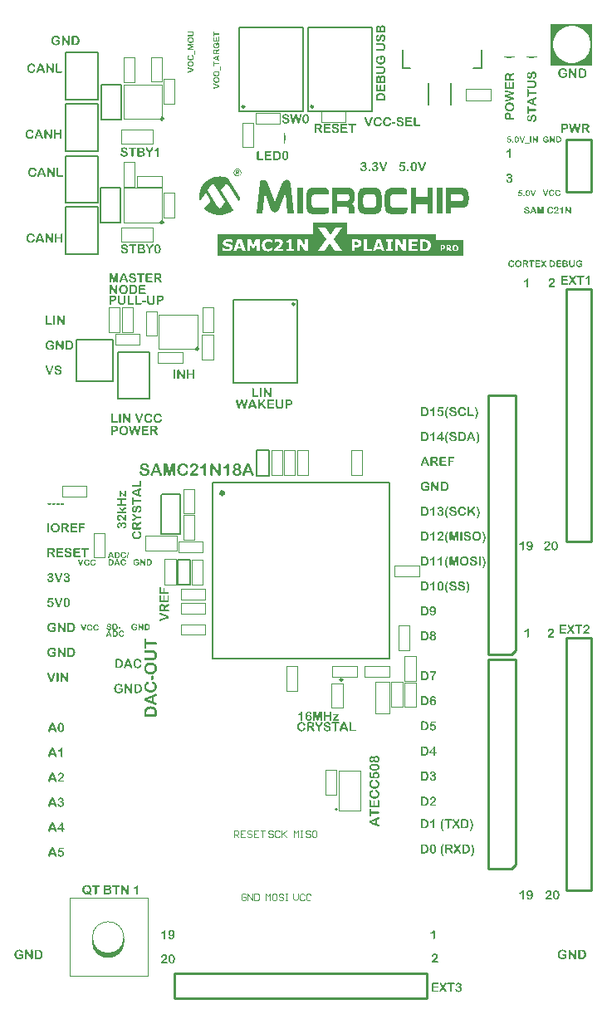
<source format=gto>
G04 Layer_Color=65535*
%FSLAX43Y43*%
%MOMM*%
G71*
G01*
G75*
%ADD44C,0.200*%
%ADD46C,0.250*%
%ADD48C,0.150*%
%ADD102C,0.100*%
%ADD103C,0.254*%
%ADD104C,0.400*%
%ADD105C,0.112*%
%ADD106R,0.500X0.200*%
%ADD107R,0.200X0.500*%
G36*
X17063Y54915D02*
X17079Y54913D01*
X17096Y54909D01*
X17116Y54905D01*
X17133Y54897D01*
X17151Y54887D01*
X17153Y54885D01*
X17157Y54881D01*
X17164Y54874D01*
X17172Y54864D01*
X17180Y54848D01*
X17188Y54831D01*
X17192Y54805D01*
X17194Y54778D01*
Y53799D01*
Y53795D01*
Y53787D01*
X17192Y53775D01*
X17190Y53760D01*
X17186Y53742D01*
X17180Y53725D01*
X17172Y53709D01*
X17161Y53693D01*
X17159Y53692D01*
X17155Y53688D01*
X17149Y53682D01*
X17139Y53676D01*
X17127Y53670D01*
X17112Y53664D01*
X17096Y53660D01*
X17077Y53658D01*
X17069D01*
X17059Y53660D01*
X17047Y53662D01*
X17034Y53666D01*
X17020Y53674D01*
X17006Y53682D01*
X16995Y53693D01*
X16993Y53695D01*
X16991Y53699D01*
X16985Y53709D01*
X16979Y53721D01*
X16973Y53734D01*
X16969Y53752D01*
X16965Y53773D01*
X16964Y53799D01*
Y54653D01*
X16765Y53865D01*
Y53861D01*
X16761Y53853D01*
X16759Y53838D01*
X16753Y53822D01*
X16743Y53785D01*
X16737Y53768D01*
X16733Y53752D01*
Y53750D01*
X16731Y53746D01*
X16727Y53740D01*
X16724Y53731D01*
X16710Y53711D01*
X16700Y53699D01*
X16688Y53688D01*
X16687Y53686D01*
X16683Y53684D01*
X16675Y53678D01*
X16665Y53674D01*
X16651Y53668D01*
X16636Y53662D01*
X16618Y53660D01*
X16597Y53658D01*
X16589D01*
X16581Y53660D01*
X16571D01*
X16548Y53666D01*
X16523Y53678D01*
X16521D01*
X16517Y53682D01*
X16505Y53690D01*
X16489Y53705D01*
X16474Y53725D01*
Y53727D01*
X16472Y53731D01*
X16468Y53736D01*
X16464Y53744D01*
X16456Y53764D01*
X16449Y53789D01*
Y53791D01*
X16447Y53795D01*
X16445Y53803D01*
X16443Y53812D01*
X16437Y53838D01*
X16429Y53865D01*
X16232Y54653D01*
Y53799D01*
Y53795D01*
Y53787D01*
X16230Y53775D01*
X16228Y53760D01*
X16224Y53742D01*
X16218Y53725D01*
X16211Y53709D01*
X16199Y53693D01*
X16197Y53692D01*
X16193Y53688D01*
X16187Y53682D01*
X16177Y53676D01*
X16166Y53670D01*
X16150Y53664D01*
X16134Y53660D01*
X16115Y53658D01*
X16107D01*
X16097Y53660D01*
X16086Y53662D01*
X16072Y53666D01*
X16058Y53672D01*
X16045Y53680D01*
X16033Y53692D01*
X16031Y53693D01*
X16029Y53697D01*
X16023Y53707D01*
X16017Y53719D01*
X16012Y53732D01*
X16008Y53752D01*
X16004Y53773D01*
X16002Y53799D01*
Y54778D01*
Y54782D01*
Y54792D01*
X16004Y54805D01*
X16008Y54823D01*
X16012Y54841D01*
X16019Y54858D01*
X16029Y54876D01*
X16043Y54887D01*
X16045Y54889D01*
X16051Y54891D01*
X16060Y54897D01*
X16074Y54903D01*
X16090Y54907D01*
X16109Y54913D01*
X16131Y54915D01*
X16156Y54917D01*
X16257D01*
X16273Y54915D01*
X16306Y54911D01*
X16322Y54907D01*
X16335Y54903D01*
X16337D01*
X16341Y54901D01*
X16353Y54893D01*
X16369Y54880D01*
X16376Y54870D01*
X16382Y54858D01*
Y54856D01*
X16384Y54852D01*
X16388Y54844D01*
X16392Y54833D01*
X16398Y54817D01*
X16404Y54800D01*
X16410Y54776D01*
X16417Y54751D01*
X16597Y54074D01*
X16776Y54751D01*
Y54755D01*
X16780Y54762D01*
X16784Y54776D01*
X16788Y54792D01*
X16800Y54827D01*
X16806Y54844D01*
X16811Y54858D01*
Y54860D01*
X16815Y54864D01*
X16823Y54876D01*
X16839Y54891D01*
X16846Y54897D01*
X16858Y54903D01*
X16860D01*
X16864Y54905D01*
X16872Y54907D01*
X16884Y54911D01*
X16897Y54913D01*
X16915Y54915D01*
X16934Y54917D01*
X17049D01*
X17063Y54915D01*
D02*
G37*
G36*
X21719Y54934D02*
X21731Y54932D01*
X21745Y54926D01*
X21758Y54920D01*
X21774Y54911D01*
X21786Y54899D01*
X21788Y54897D01*
X21792Y54893D01*
X21795Y54883D01*
X21801Y54872D01*
X21807Y54858D01*
X21813Y54839D01*
X21815Y54817D01*
X21817Y54792D01*
Y53820D01*
Y53818D01*
Y53812D01*
Y53805D01*
X21815Y53795D01*
X21809Y53770D01*
X21799Y53740D01*
X21794Y53725D01*
X21784Y53709D01*
X21772Y53695D01*
X21760Y53684D01*
X21743Y53674D01*
X21725Y53666D01*
X21704Y53660D01*
X21680Y53658D01*
X21669D01*
X21661Y53660D01*
X21641Y53662D01*
X21620Y53668D01*
X21618D01*
X21616Y53670D01*
X21604Y53676D01*
X21587Y53684D01*
X21569Y53697D01*
X21567Y53699D01*
X21565Y53701D01*
X21556Y53711D01*
X21540Y53727D01*
X21524Y53746D01*
Y53748D01*
X21520Y53752D01*
X21517Y53758D01*
X21513Y53764D01*
X21499Y53783D01*
X21485Y53805D01*
X21017Y54526D01*
Y53801D01*
Y53797D01*
Y53789D01*
X21015Y53777D01*
X21013Y53762D01*
X21009Y53744D01*
X21003Y53727D01*
X20996Y53709D01*
X20984Y53693D01*
X20982Y53692D01*
X20978Y53688D01*
X20970Y53682D01*
X20961Y53676D01*
X20949Y53670D01*
X20935Y53664D01*
X20918Y53660D01*
X20900Y53658D01*
X20890D01*
X20881Y53660D01*
X20869Y53662D01*
X20855Y53666D01*
X20842Y53674D01*
X20828Y53682D01*
X20814Y53693D01*
X20812Y53695D01*
X20810Y53701D01*
X20804Y53709D01*
X20799Y53721D01*
X20793Y53736D01*
X20789Y53754D01*
X20785Y53775D01*
X20783Y53801D01*
Y54755D01*
Y54757D01*
Y54764D01*
Y54776D01*
X20785Y54790D01*
X20789Y54819D01*
X20791Y54835D01*
X20795Y54848D01*
Y54850D01*
X20799Y54854D01*
X20803Y54862D01*
X20808Y54872D01*
X20826Y54891D01*
X20849Y54911D01*
X20851Y54913D01*
X20855Y54915D01*
X20863Y54919D01*
X20873Y54924D01*
X20884Y54928D01*
X20898Y54932D01*
X20914Y54934D01*
X20929Y54936D01*
X20941D01*
X20949Y54934D01*
X20966Y54932D01*
X20986Y54924D01*
X20988D01*
X20990Y54922D01*
X21002Y54917D01*
X21015Y54907D01*
X21029Y54893D01*
X21033Y54889D01*
X21041Y54881D01*
X21052Y54866D01*
X21066Y54846D01*
Y54844D01*
X21070Y54841D01*
X21074Y54835D01*
X21078Y54829D01*
X21091Y54809D01*
X21105Y54786D01*
X21587Y54058D01*
Y54792D01*
Y54796D01*
Y54803D01*
X21589Y54817D01*
X21591Y54833D01*
X21595Y54850D01*
X21598Y54868D01*
X21606Y54885D01*
X21616Y54899D01*
X21618Y54901D01*
X21622Y54905D01*
X21630Y54911D01*
X21637Y54919D01*
X21651Y54924D01*
X21665Y54930D01*
X21680Y54934D01*
X21700Y54936D01*
X21710D01*
X21719Y54934D01*
D02*
G37*
G36*
X19146Y54920D02*
X19158D01*
X19189Y54917D01*
X19222Y54913D01*
X19260Y54905D01*
X19297Y54895D01*
X19332Y54881D01*
X19334Y54880D01*
X19341Y54876D01*
X19353Y54870D01*
X19367Y54862D01*
X19382Y54852D01*
X19400Y54839D01*
X19418Y54825D01*
X19435Y54807D01*
X19437Y54805D01*
X19443Y54800D01*
X19451Y54790D01*
X19460Y54776D01*
X19472Y54761D01*
X19484Y54741D01*
X19496Y54722D01*
X19505Y54698D01*
X19507Y54696D01*
X19509Y54688D01*
X19513Y54675D01*
X19519Y54659D01*
X19523Y54640D01*
X19527Y54618D01*
X19529Y54595D01*
X19531Y54569D01*
Y54567D01*
Y54565D01*
Y54560D01*
Y54552D01*
X19529Y54532D01*
X19525Y54507D01*
X19517Y54476D01*
X19509Y54445D01*
X19496Y54411D01*
X19478Y54378D01*
X19476Y54374D01*
X19468Y54365D01*
X19458Y54349D01*
X19445Y54329D01*
X19429Y54310D01*
X19410Y54286D01*
X19390Y54265D01*
X19371Y54246D01*
X19369Y54244D01*
X19361Y54236D01*
X19347Y54224D01*
X19328Y54208D01*
X19304Y54187D01*
X19273Y54162D01*
X19236Y54130D01*
X19191Y54093D01*
X19189Y54091D01*
X19185Y54089D01*
X19180Y54084D01*
X19172Y54076D01*
X19148Y54058D01*
X19123Y54035D01*
X19094Y54009D01*
X19064Y53982D01*
X19039Y53957D01*
X19018Y53933D01*
Y53931D01*
X19014Y53930D01*
X19004Y53918D01*
X18992Y53900D01*
X18977Y53879D01*
X19427D01*
X19439Y53877D01*
X19453Y53875D01*
X19486Y53867D01*
X19501Y53861D01*
X19515Y53851D01*
X19517Y53850D01*
X19521Y53846D01*
X19527Y53840D01*
X19533Y53832D01*
X19538Y53822D01*
X19544Y53809D01*
X19548Y53795D01*
X19550Y53777D01*
Y53775D01*
Y53772D01*
X19548Y53764D01*
X19546Y53754D01*
X19538Y53731D01*
X19533Y53719D01*
X19523Y53707D01*
X19521Y53705D01*
X19517Y53703D01*
X19511Y53699D01*
X19503Y53693D01*
X19492Y53688D01*
X19476Y53684D01*
X19460Y53682D01*
X19441Y53680D01*
X18811D01*
X18799Y53682D01*
X18785Y53684D01*
X18770Y53688D01*
X18752Y53693D01*
X18737Y53701D01*
X18721Y53713D01*
X18719Y53715D01*
X18715Y53719D01*
X18709Y53727D01*
X18704Y53736D01*
X18698Y53748D01*
X18692Y53764D01*
X18688Y53779D01*
X18686Y53797D01*
Y53799D01*
Y53803D01*
X18688Y53809D01*
X18690Y53818D01*
X18692Y53830D01*
X18696Y53844D01*
X18702Y53859D01*
X18709Y53877D01*
X18711Y53879D01*
X18713Y53885D01*
X18719Y53894D01*
X18725Y53906D01*
X18741Y53931D01*
X18750Y53943D01*
X18760Y53955D01*
X18762Y53957D01*
X18766Y53961D01*
X18772Y53967D01*
X18780Y53974D01*
X18799Y53996D01*
X18826Y54023D01*
X18858Y54054D01*
X18893Y54088D01*
X18926Y54123D01*
X18961Y54154D01*
X18963Y54156D01*
X18965Y54158D01*
X18977Y54168D01*
X18992Y54181D01*
X19012Y54199D01*
X19031Y54218D01*
X19053Y54236D01*
X19072Y54251D01*
X19090Y54263D01*
X19094Y54265D01*
X19102Y54271D01*
X19115Y54281D01*
X19131Y54294D01*
X19148Y54308D01*
X19168Y54326D01*
X19187Y54343D01*
X19205Y54361D01*
X19207Y54363D01*
X19213Y54370D01*
X19221Y54380D01*
X19232Y54392D01*
X19242Y54407D01*
X19254Y54425D01*
X19265Y54443D01*
X19275Y54462D01*
X19277Y54464D01*
X19279Y54472D01*
X19283Y54482D01*
X19289Y54495D01*
X19293Y54511D01*
X19297Y54526D01*
X19299Y54546D01*
X19300Y54563D01*
Y54565D01*
Y54573D01*
X19299Y54583D01*
X19297Y54597D01*
X19289Y54628D01*
X19283Y54643D01*
X19273Y54659D01*
X19271Y54661D01*
X19269Y54667D01*
X19263Y54675D01*
X19256Y54684D01*
X19246Y54694D01*
X19232Y54706D01*
X19219Y54716D01*
X19203Y54725D01*
X19201Y54727D01*
X19195Y54729D01*
X19187Y54733D01*
X19176Y54739D01*
X19160Y54743D01*
X19144Y54747D01*
X19127Y54749D01*
X19107Y54751D01*
X19098D01*
X19090Y54749D01*
X19068Y54745D01*
X19045Y54739D01*
X19016Y54727D01*
X18986Y54710D01*
X18973Y54698D01*
X18959Y54686D01*
X18945Y54671D01*
X18934Y54653D01*
X18932Y54649D01*
X18930Y54645D01*
X18928Y54640D01*
X18924Y54630D01*
X18918Y54618D01*
X18912Y54603D01*
X18904Y54583D01*
Y54581D01*
X18901Y54573D01*
X18897Y54563D01*
X18891Y54552D01*
X18877Y54524D01*
X18869Y54511D01*
X18860Y54497D01*
X18858Y54495D01*
X18856Y54493D01*
X18850Y54487D01*
X18842Y54484D01*
X18832Y54478D01*
X18819Y54472D01*
X18805Y54470D01*
X18787Y54468D01*
X18782D01*
X18774Y54470D01*
X18764Y54472D01*
X18741Y54480D01*
X18729Y54485D01*
X18717Y54495D01*
X18715Y54497D01*
X18713Y54501D01*
X18709Y54507D01*
X18704Y54515D01*
X18698Y54526D01*
X18694Y54538D01*
X18692Y54554D01*
X18690Y54571D01*
Y54573D01*
Y54581D01*
X18692Y54593D01*
X18694Y54608D01*
X18696Y54626D01*
X18702Y54647D01*
X18707Y54669D01*
X18715Y54692D01*
X18717Y54694D01*
X18721Y54702D01*
X18727Y54716D01*
X18735Y54729D01*
X18746Y54747D01*
X18760Y54766D01*
X18776Y54786D01*
X18793Y54805D01*
X18795Y54807D01*
X18803Y54815D01*
X18815Y54823D01*
X18830Y54837D01*
X18848Y54848D01*
X18871Y54864D01*
X18897Y54878D01*
X18926Y54889D01*
X18930Y54891D01*
X18940Y54895D01*
X18957Y54899D01*
X18979Y54907D01*
X19006Y54913D01*
X19039Y54917D01*
X19074Y54920D01*
X19113Y54922D01*
X19135D01*
X19146Y54920D01*
D02*
G37*
G36*
X46436Y58132D02*
X46458Y58130D01*
X46484Y58129D01*
X46512Y58126D01*
X46540Y58120D01*
X46566Y58114D01*
X46567D01*
X46569Y58113D01*
X46578Y58111D01*
X46591Y58105D01*
X46607Y58099D01*
X46626Y58091D01*
X46648Y58079D01*
X46668Y58064D01*
X46690Y58048D01*
X46692Y58047D01*
X46696Y58042D01*
X46703Y58035D01*
X46714Y58025D01*
X46724Y58012D01*
X46736Y57996D01*
X46749Y57977D01*
X46763Y57955D01*
X46777Y57930D01*
X46790Y57902D01*
X46801Y57871D01*
X46813Y57836D01*
X46822Y57800D01*
X46829Y57760D01*
X46834Y57716D01*
X46835Y57671D01*
Y57669D01*
Y57666D01*
Y57662D01*
Y57656D01*
Y57642D01*
X46834Y57621D01*
X46832Y57598D01*
X46829Y57571D01*
X46820Y57519D01*
Y57517D01*
Y57516D01*
X46817Y57507D01*
X46815Y57494D01*
X46809Y57478D01*
X46803Y57459D01*
X46796Y57437D01*
X46785Y57416D01*
X46775Y57394D01*
X46774Y57391D01*
X46769Y57386D01*
X46763Y57374D01*
X46755Y57361D01*
X46743Y57346D01*
X46730Y57328D01*
X46714Y57312D01*
X46698Y57295D01*
X46696Y57293D01*
X46692Y57289D01*
X46683Y57283D01*
X46673Y57276D01*
X46661Y57267D01*
X46646Y57258D01*
X46616Y57241D01*
X46614Y57239D01*
X46608Y57238D01*
X46599Y57235D01*
X46588Y57230D01*
X46573Y57226D01*
X46557Y57222D01*
X46540Y57217D01*
X46520Y57213D01*
X46518D01*
X46512Y57211D01*
X46501Y57210D01*
X46487D01*
X46471Y57208D01*
X46450Y57207D01*
X46430Y57206D01*
X46153D01*
X46144Y57207D01*
X46133D01*
X46108Y57211D01*
X46095Y57216D01*
X46084Y57220D01*
X46083Y57222D01*
X46080Y57223D01*
X46070Y57232D01*
X46060Y57245D01*
X46054Y57254D01*
X46051Y57264D01*
Y57266D01*
X46049Y57268D01*
X46048Y57276D01*
Y57283D01*
X46046Y57295D01*
X46045Y57307D01*
X46044Y57321D01*
Y57337D01*
Y58018D01*
Y58020D01*
Y58028D01*
X46045Y58038D01*
X46046Y58051D01*
X46049Y58066D01*
X46055Y58080D01*
X46061Y58094D01*
X46070Y58105D01*
X46071Y58107D01*
X46076Y58110D01*
X46082Y58114D01*
X46092Y58120D01*
X46104Y58124D01*
X46118Y58129D01*
X46137Y58132D01*
X46158Y58133D01*
X46427D01*
X46436Y58132D01*
D02*
G37*
G36*
X51285Y84478D02*
X51300D01*
X51317Y84475D01*
X51336Y84472D01*
X51355Y84467D01*
X51374Y84461D01*
X51377D01*
X51383Y84458D01*
X51392Y84454D01*
X51405Y84450D01*
X51418Y84442D01*
X51433Y84434D01*
X51448Y84425D01*
X51462Y84413D01*
X51464Y84412D01*
X51468Y84407D01*
X51475Y84401D01*
X51484Y84391D01*
X51493Y84381D01*
X51502Y84368D01*
X51512Y84355D01*
X51519Y84339D01*
X51521Y84337D01*
X51522Y84331D01*
X51525Y84322D01*
X51530Y84312D01*
X51532Y84299D01*
X51535Y84284D01*
X51537Y84268D01*
X51538Y84251D01*
Y84248D01*
Y84240D01*
X51537Y84227D01*
X51535Y84213D01*
X51531Y84195D01*
X51527Y84178D01*
X51519Y84159D01*
X51511Y84141D01*
X51509Y84140D01*
X51506Y84134D01*
X51499Y84125D01*
X51490Y84113D01*
X51480Y84100D01*
X51467Y84085D01*
X51451Y84069D01*
X51433Y84053D01*
X51434Y84052D01*
X51442Y84049D01*
X51451Y84043D01*
X51461Y84036D01*
X51474Y84027D01*
X51489Y84017D01*
X51515Y83992D01*
X51516Y83990D01*
X51521Y83986D01*
X51527Y83979D01*
X51534Y83970D01*
X51543Y83958D01*
X51551Y83945D01*
X51559Y83932D01*
X51566Y83916D01*
X51568Y83914D01*
X51569Y83908D01*
X51572Y83900D01*
X51575Y83889D01*
X51578Y83876D01*
X51581Y83862D01*
X51584Y83845D01*
Y83828D01*
Y83825D01*
Y83818D01*
X51582Y83806D01*
X51581Y83791D01*
X51578Y83775D01*
X51573Y83756D01*
X51568Y83736D01*
X51560Y83715D01*
X51559Y83712D01*
X51556Y83706D01*
X51550Y83696D01*
X51543Y83683D01*
X51534Y83668D01*
X51521Y83652D01*
X51508Y83636D01*
X51491Y83620D01*
X51490Y83619D01*
X51484Y83613D01*
X51474Y83606D01*
X51462Y83597D01*
X51446Y83585D01*
X51429Y83575D01*
X51408Y83565D01*
X51386Y83554D01*
X51383Y83553D01*
X51376Y83551D01*
X51363Y83547D01*
X51347Y83543D01*
X51326Y83538D01*
X51303Y83535D01*
X51278Y83532D01*
X51250Y83531D01*
X51237D01*
X51222Y83532D01*
X51205Y83534D01*
X51183Y83537D01*
X51161Y83543D01*
X51137Y83548D01*
X51114Y83557D01*
X51111Y83559D01*
X51104Y83562D01*
X51094Y83569D01*
X51079Y83576D01*
X51063Y83587D01*
X51047Y83598D01*
X51031Y83611D01*
X51015Y83626D01*
X51013Y83627D01*
X51009Y83633D01*
X51001Y83641D01*
X50993Y83652D01*
X50984Y83664D01*
X50974Y83679D01*
X50965Y83693D01*
X50956Y83709D01*
X50955Y83711D01*
X50953Y83717D01*
X50950Y83725D01*
X50946Y83736D01*
X50938Y83759D01*
X50937Y83771D01*
X50936Y83783D01*
Y83784D01*
Y83788D01*
X50937Y83796D01*
X50938Y83803D01*
X50941Y83813D01*
X50946Y83822D01*
X50952Y83832D01*
X50959Y83841D01*
X50960Y83843D01*
X50963Y83845D01*
X50969Y83848D01*
X50977Y83853D01*
X50985Y83857D01*
X50996Y83862D01*
X51006Y83863D01*
X51019Y83864D01*
X51022D01*
X51029Y83863D01*
X51041Y83860D01*
X51053Y83853D01*
X51054D01*
X51056Y83851D01*
X51061Y83845D01*
X51069Y83838D01*
X51075Y83828D01*
Y83826D01*
X51076Y83824D01*
X51077Y83819D01*
X51080Y83813D01*
X51088Y83799D01*
X51096Y83778D01*
X51107Y83758D01*
X51118Y83736D01*
X51132Y83715D01*
X51145Y83698D01*
X51146Y83696D01*
X51152Y83692D01*
X51161Y83685D01*
X51173Y83677D01*
X51187Y83668D01*
X51206Y83663D01*
X51227Y83657D01*
X51252Y83655D01*
X51257D01*
X51266Y83657D01*
X51275Y83658D01*
X51287Y83660D01*
X51300Y83664D01*
X51313Y83668D01*
X51326Y83674D01*
X51328Y83676D01*
X51332Y83677D01*
X51339Y83683D01*
X51348Y83689D01*
X51357Y83696D01*
X51367Y83706D01*
X51377Y83718D01*
X51386Y83731D01*
X51388Y83733D01*
X51391Y83739D01*
X51393Y83746D01*
X51399Y83756D01*
X51404Y83769D01*
X51407Y83784D01*
X51410Y83802D01*
X51411Y83819D01*
Y83821D01*
Y83822D01*
Y83831D01*
X51410Y83845D01*
X51407Y83862D01*
X51401Y83881D01*
X51393Y83900D01*
X51383Y83919D01*
X51370Y83936D01*
X51369Y83938D01*
X51363Y83943D01*
X51354Y83949D01*
X51341Y83958D01*
X51325Y83965D01*
X51306Y83973D01*
X51282Y83977D01*
X51257Y83979D01*
X51247D01*
X51235Y83977D01*
X51218Y83976D01*
X51214D01*
X51203Y83974D01*
X51193Y83973D01*
X51178D01*
X51173Y83974D01*
X51164Y83976D01*
X51146Y83980D01*
X51137Y83984D01*
X51130Y83990D01*
X51129Y83992D01*
X51127Y83993D01*
X51124Y83998D01*
X51121Y84003D01*
X51114Y84018D01*
X51113Y84028D01*
X51111Y84039D01*
Y84040D01*
Y84044D01*
X51113Y84049D01*
X51114Y84056D01*
X51117Y84065D01*
X51120Y84072D01*
X51126Y84081D01*
X51133Y84088D01*
X51135Y84090D01*
X51137Y84091D01*
X51143Y84094D01*
X51151Y84099D01*
X51161Y84102D01*
X51173Y84104D01*
X51186Y84106D01*
X51202Y84107D01*
X51238D01*
X51249Y84109D01*
X51262Y84112D01*
X51278Y84116D01*
X51294Y84122D01*
X51312Y84129D01*
X51328Y84141D01*
X51329Y84142D01*
X51335Y84147D01*
X51341Y84156D01*
X51350Y84166D01*
X51357Y84179D01*
X51364Y84197D01*
X51369Y84217D01*
X51370Y84239D01*
Y84240D01*
Y84248D01*
X51369Y84257D01*
X51366Y84268D01*
X51361Y84280D01*
X51355Y84295D01*
X51348Y84309D01*
X51336Y84322D01*
X51335Y84324D01*
X51331Y84328D01*
X51323Y84334D01*
X51313Y84340D01*
X51300Y84346D01*
X51284Y84352D01*
X51266Y84356D01*
X51246Y84358D01*
X51233D01*
X51224Y84356D01*
X51203Y84353D01*
X51183Y84346D01*
X51181D01*
X51178Y84344D01*
X51174Y84341D01*
X51168Y84339D01*
X51155Y84330D01*
X51143Y84318D01*
Y84317D01*
X51140Y84315D01*
X51137Y84311D01*
X51135Y84306D01*
X51126Y84290D01*
X51115Y84271D01*
Y84270D01*
X51114Y84267D01*
X51111Y84261D01*
X51108Y84255D01*
X51099Y84238D01*
X51092Y84220D01*
X51091Y84219D01*
X51086Y84213D01*
X51079Y84205D01*
X51069Y84200D01*
X51066Y84198D01*
X51058Y84197D01*
X51045Y84194D01*
X51031Y84192D01*
X51026D01*
X51022Y84194D01*
X51016Y84195D01*
X51000Y84201D01*
X50993Y84205D01*
X50984Y84213D01*
X50982Y84214D01*
X50981Y84217D01*
X50978Y84221D01*
X50974Y84227D01*
X50969Y84235D01*
X50966Y84245D01*
X50965Y84255D01*
X50963Y84267D01*
Y84268D01*
Y84273D01*
X50965Y84280D01*
X50966Y84289D01*
X50968Y84299D01*
X50972Y84311D01*
X50977Y84322D01*
X50982Y84336D01*
X50984Y84337D01*
X50987Y84341D01*
X50991Y84349D01*
X50997Y84358D01*
X51006Y84368D01*
X51016Y84379D01*
X51028Y84393D01*
X51041Y84404D01*
X51042Y84406D01*
X51048Y84410D01*
X51057Y84416D01*
X51067Y84423D01*
X51082Y84432D01*
X51098Y84441D01*
X51115Y84450D01*
X51136Y84458D01*
X51139Y84460D01*
X51146Y84461D01*
X51158Y84464D01*
X51174Y84469D01*
X51192Y84473D01*
X51214Y84476D01*
X51238Y84478D01*
X51263Y84479D01*
X51273D01*
X51285Y84478D01*
D02*
G37*
G36*
X14106Y54934D02*
X14131Y54932D01*
X14162Y54928D01*
X14195Y54924D01*
X14229Y54917D01*
X14262Y54907D01*
X14264D01*
X14266Y54905D01*
X14275Y54901D01*
X14291Y54895D01*
X14311Y54887D01*
X14332Y54878D01*
X14355Y54864D01*
X14379Y54850D01*
X14400Y54833D01*
X14402Y54831D01*
X14410Y54825D01*
X14420Y54815D01*
X14431Y54803D01*
X14443Y54788D01*
X14457Y54770D01*
X14470Y54753D01*
X14480Y54733D01*
X14482Y54731D01*
X14484Y54725D01*
X14488Y54714D01*
X14494Y54702D01*
X14498Y54686D01*
X14502Y54671D01*
X14504Y54651D01*
X14506Y54634D01*
Y54632D01*
Y54626D01*
X14504Y54618D01*
X14502Y54606D01*
X14498Y54595D01*
X14492Y54581D01*
X14484Y54565D01*
X14472Y54552D01*
X14470Y54550D01*
X14467Y54546D01*
X14461Y54540D01*
X14451Y54534D01*
X14439Y54528D01*
X14426Y54523D01*
X14412Y54519D01*
X14394Y54517D01*
X14387D01*
X14379Y54519D01*
X14371D01*
X14348Y54526D01*
X14338Y54530D01*
X14328Y54538D01*
Y54540D01*
X14324Y54542D01*
X14320Y54548D01*
X14314Y54556D01*
X14307Y54565D01*
X14299Y54577D01*
X14291Y54593D01*
X14281Y54610D01*
X14279Y54614D01*
X14275Y54622D01*
X14268Y54634D01*
X14258Y54649D01*
X14246Y54667D01*
X14233Y54684D01*
X14217Y54702D01*
X14199Y54718D01*
X14197Y54720D01*
X14190Y54723D01*
X14180Y54731D01*
X14162Y54739D01*
X14141Y54745D01*
X14115Y54753D01*
X14084Y54757D01*
X14047Y54759D01*
X14032D01*
X14014Y54757D01*
X13991Y54753D01*
X13967Y54749D01*
X13940Y54741D01*
X13915Y54729D01*
X13891Y54716D01*
X13889Y54714D01*
X13881Y54708D01*
X13874Y54698D01*
X13862Y54686D01*
X13852Y54671D01*
X13842Y54653D01*
X13835Y54634D01*
X13833Y54612D01*
Y54610D01*
Y54606D01*
X13835Y54599D01*
Y54591D01*
X13840Y54569D01*
X13852Y54548D01*
Y54546D01*
X13856Y54544D01*
X13866Y54532D01*
X13883Y54517D01*
X13907Y54501D01*
X13909D01*
X13913Y54499D01*
X13920Y54495D01*
X13930Y54491D01*
X13954Y54482D01*
X13979Y54472D01*
X13981D01*
X13987Y54470D01*
X13995Y54468D01*
X14008Y54464D01*
X14026Y54458D01*
X14045Y54452D01*
X14071Y54446D01*
X14100Y54439D01*
X14102D01*
X14104Y54437D01*
X14110D01*
X14117Y54435D01*
X14137Y54429D01*
X14162Y54423D01*
X14192Y54415D01*
X14223Y54407D01*
X14287Y54386D01*
X14289D01*
X14291Y54384D01*
X14301Y54380D01*
X14318Y54374D01*
X14338Y54366D01*
X14359Y54355D01*
X14385Y54343D01*
X14408Y54329D01*
X14431Y54314D01*
X14433Y54312D01*
X14441Y54306D01*
X14453Y54296D01*
X14467Y54285D01*
X14480Y54269D01*
X14496Y54251D01*
X14511Y54230D01*
X14525Y54207D01*
X14527Y54205D01*
X14531Y54195D01*
X14537Y54181D01*
X14543Y54164D01*
X14549Y54140D01*
X14554Y54113D01*
X14558Y54082D01*
X14560Y54049D01*
Y54047D01*
Y54043D01*
Y54037D01*
Y54029D01*
X14556Y54009D01*
X14552Y53982D01*
X14547Y53951D01*
X14535Y53918D01*
X14521Y53883D01*
X14502Y53848D01*
X14500Y53844D01*
X14490Y53832D01*
X14478Y53816D01*
X14459Y53797D01*
X14435Y53773D01*
X14406Y53750D01*
X14371Y53729D01*
X14332Y53707D01*
X14330D01*
X14326Y53705D01*
X14320Y53703D01*
X14312Y53699D01*
X14301Y53695D01*
X14289Y53692D01*
X14273Y53688D01*
X14258Y53684D01*
X14219Y53674D01*
X14174Y53666D01*
X14123Y53660D01*
X14069Y53658D01*
X14051D01*
X14037Y53660D01*
X14022D01*
X14004Y53662D01*
X13985Y53664D01*
X13961Y53666D01*
X13915Y53676D01*
X13864Y53688D01*
X13813Y53703D01*
X13766Y53727D01*
X13762Y53729D01*
X13753Y53736D01*
X13737Y53746D01*
X13718Y53762D01*
X13694Y53779D01*
X13673Y53803D01*
X13649Y53828D01*
X13628Y53857D01*
Y53859D01*
X13626Y53861D01*
X13620Y53871D01*
X13610Y53889D01*
X13602Y53910D01*
X13593Y53933D01*
X13583Y53963D01*
X13577Y53992D01*
X13575Y54021D01*
Y54023D01*
Y54029D01*
X13577Y54037D01*
X13579Y54049D01*
X13583Y54060D01*
X13589Y54072D01*
X13597Y54086D01*
X13606Y54097D01*
X13608Y54099D01*
X13612Y54103D01*
X13620Y54107D01*
X13630Y54115D01*
X13641Y54121D01*
X13655Y54125D01*
X13671Y54128D01*
X13688Y54130D01*
X13694D01*
X13702Y54128D01*
X13712Y54127D01*
X13733Y54121D01*
X13745Y54113D01*
X13755Y54105D01*
X13757Y54103D01*
X13758Y54101D01*
X13764Y54095D01*
X13770Y54086D01*
X13778Y54076D01*
X13786Y54064D01*
X13794Y54049D01*
X13801Y54031D01*
X13803Y54029D01*
X13805Y54021D01*
X13811Y54009D01*
X13817Y53996D01*
X13833Y53965D01*
X13852Y53931D01*
X13854Y53930D01*
X13858Y53926D01*
X13864Y53918D01*
X13874Y53908D01*
X13883Y53898D01*
X13897Y53889D01*
X13913Y53877D01*
X13930Y53867D01*
X13932Y53865D01*
X13940Y53863D01*
X13950Y53859D01*
X13965Y53855D01*
X13985Y53850D01*
X14006Y53846D01*
X14032Y53844D01*
X14061Y53842D01*
X14080D01*
X14100Y53844D01*
X14125Y53848D01*
X14154Y53853D01*
X14184Y53863D01*
X14215Y53875D01*
X14242Y53892D01*
X14246Y53894D01*
X14254Y53902D01*
X14264Y53914D01*
X14277Y53928D01*
X14291Y53947D01*
X14301Y53969D01*
X14309Y53994D01*
X14312Y54021D01*
Y54023D01*
Y54031D01*
X14311Y54043D01*
X14309Y54056D01*
X14303Y54074D01*
X14297Y54089D01*
X14287Y54105D01*
X14273Y54121D01*
X14272Y54123D01*
X14268Y54127D01*
X14258Y54134D01*
X14248Y54142D01*
X14233Y54152D01*
X14217Y54162D01*
X14197Y54171D01*
X14176Y54179D01*
X14174Y54181D01*
X14166Y54183D01*
X14153Y54187D01*
X14135Y54193D01*
X14112Y54199D01*
X14084Y54207D01*
X14053Y54216D01*
X14018Y54224D01*
X14016D01*
X14012Y54226D01*
X14004Y54228D01*
X13996Y54230D01*
X13985Y54232D01*
X13971Y54236D01*
X13940Y54246D01*
X13905Y54255D01*
X13868Y54267D01*
X13831Y54281D01*
X13796Y54296D01*
X13792Y54298D01*
X13780Y54304D01*
X13764Y54314D01*
X13745Y54327D01*
X13721Y54343D01*
X13698Y54363D01*
X13675Y54384D01*
X13653Y54409D01*
X13651Y54413D01*
X13645Y54423D01*
X13636Y54439D01*
X13628Y54458D01*
X13618Y54485D01*
X13608Y54515D01*
X13602Y54550D01*
X13600Y54589D01*
Y54591D01*
Y54593D01*
Y54599D01*
Y54606D01*
X13604Y54626D01*
X13608Y54651D01*
X13614Y54679D01*
X13624Y54710D01*
X13638Y54741D01*
X13655Y54770D01*
X13657Y54774D01*
X13665Y54784D01*
X13679Y54798D01*
X13696Y54815D01*
X13719Y54835D01*
X13747Y54856D01*
X13780Y54876D01*
X13817Y54893D01*
X13819D01*
X13821Y54895D01*
X13827Y54897D01*
X13837Y54899D01*
X13846Y54903D01*
X13858Y54907D01*
X13887Y54915D01*
X13924Y54922D01*
X13965Y54930D01*
X14014Y54934D01*
X14065Y54936D01*
X14084D01*
X14106Y54934D01*
D02*
G37*
G36*
X18027D02*
X18042Y54932D01*
X18079Y54928D01*
X18120Y54920D01*
X18163Y54911D01*
X18210Y54895D01*
X18255Y54876D01*
X18257D01*
X18261Y54874D01*
X18267Y54870D01*
X18274Y54864D01*
X18296Y54852D01*
X18323Y54835D01*
X18352Y54813D01*
X18382Y54788D01*
X18411Y54759D01*
X18436Y54727D01*
X18438Y54723D01*
X18446Y54712D01*
X18456Y54696D01*
X18468Y54675D01*
X18479Y54649D01*
X18489Y54620D01*
X18497Y54591D01*
X18499Y54562D01*
Y54560D01*
Y54554D01*
X18497Y54546D01*
X18495Y54536D01*
X18491Y54524D01*
X18485Y54511D01*
X18477Y54499D01*
X18468Y54485D01*
X18466Y54484D01*
X18462Y54480D01*
X18456Y54476D01*
X18446Y54470D01*
X18436Y54462D01*
X18423Y54458D01*
X18409Y54454D01*
X18393Y54452D01*
X18386D01*
X18378Y54454D01*
X18366D01*
X18343Y54462D01*
X18331Y54466D01*
X18321Y54474D01*
X18319Y54476D01*
X18317Y54478D01*
X18311Y54484D01*
X18306Y54493D01*
X18298Y54503D01*
X18290Y54517D01*
X18278Y54534D01*
X18269Y54554D01*
Y54556D01*
X18267Y54558D01*
X18261Y54569D01*
X18249Y54585D01*
X18235Y54604D01*
X18220Y54628D01*
X18200Y54649D01*
X18177Y54671D01*
X18153Y54690D01*
X18150Y54692D01*
X18142Y54698D01*
X18128Y54706D01*
X18109Y54714D01*
X18085Y54722D01*
X18056Y54729D01*
X18025Y54735D01*
X17990Y54737D01*
X17974D01*
X17964Y54735D01*
X17951Y54733D01*
X17937Y54731D01*
X17902Y54722D01*
X17863Y54708D01*
X17841Y54698D01*
X17822Y54686D01*
X17800Y54673D01*
X17781Y54657D01*
X17761Y54640D01*
X17744Y54618D01*
Y54616D01*
X17740Y54612D01*
X17736Y54606D01*
X17730Y54597D01*
X17722Y54585D01*
X17715Y54569D01*
X17707Y54552D01*
X17699Y54532D01*
X17691Y54511D01*
X17683Y54485D01*
X17676Y54458D01*
X17668Y54429D01*
X17662Y54398D01*
X17658Y54363D01*
X17656Y54326D01*
X17654Y54286D01*
Y54285D01*
Y54281D01*
Y54273D01*
Y54263D01*
X17656Y54249D01*
Y54236D01*
X17660Y54203D01*
X17664Y54164D01*
X17670Y54125D01*
X17679Y54084D01*
X17693Y54047D01*
Y54045D01*
X17695Y54043D01*
X17701Y54031D01*
X17711Y54013D01*
X17722Y53994D01*
X17740Y53970D01*
X17759Y53947D01*
X17783Y53924D01*
X17808Y53904D01*
X17812Y53902D01*
X17822Y53896D01*
X17837Y53889D01*
X17857Y53881D01*
X17882Y53873D01*
X17914Y53865D01*
X17947Y53859D01*
X17982Y53857D01*
X17999D01*
X18019Y53859D01*
X18044Y53863D01*
X18073Y53871D01*
X18103Y53879D01*
X18134Y53892D01*
X18163Y53910D01*
X18167Y53912D01*
X18175Y53920D01*
X18189Y53931D01*
X18206Y53949D01*
X18224Y53972D01*
X18243Y54000D01*
X18261Y54031D01*
X18276Y54068D01*
Y54070D01*
X18280Y54076D01*
X18284Y54086D01*
X18288Y54095D01*
X18302Y54121D01*
X18317Y54146D01*
X18319Y54148D01*
X18321Y54152D01*
X18327Y54156D01*
X18335Y54162D01*
X18347Y54168D01*
X18358Y54173D01*
X18374Y54175D01*
X18391Y54177D01*
X18399D01*
X18407Y54175D01*
X18419Y54173D01*
X18430Y54169D01*
X18442Y54164D01*
X18456Y54156D01*
X18468Y54146D01*
X18469Y54144D01*
X18473Y54140D01*
X18477Y54134D01*
X18485Y54125D01*
X18491Y54113D01*
X18495Y54099D01*
X18499Y54086D01*
X18501Y54068D01*
Y54066D01*
Y54058D01*
X18499Y54047D01*
X18497Y54031D01*
X18493Y54011D01*
X18489Y53990D01*
X18481Y53967D01*
X18471Y53941D01*
X18469Y53937D01*
X18466Y53930D01*
X18460Y53916D01*
X18450Y53898D01*
X18436Y53879D01*
X18421Y53855D01*
X18401Y53832D01*
X18380Y53807D01*
X18378Y53805D01*
X18368Y53795D01*
X18354Y53783D01*
X18337Y53768D01*
X18313Y53752D01*
X18286Y53732D01*
X18255Y53715D01*
X18220Y53699D01*
X18218D01*
X18216Y53697D01*
X18210Y53695D01*
X18202Y53693D01*
X18183Y53686D01*
X18155Y53680D01*
X18122Y53672D01*
X18085Y53664D01*
X18042Y53660D01*
X17995Y53658D01*
X17980D01*
X17960Y53660D01*
X17937D01*
X17910Y53662D01*
X17880Y53666D01*
X17818Y53678D01*
X17814D01*
X17804Y53682D01*
X17789Y53686D01*
X17769Y53692D01*
X17748Y53699D01*
X17722Y53709D01*
X17697Y53721D01*
X17672Y53734D01*
X17670Y53736D01*
X17660Y53742D01*
X17648Y53750D01*
X17633Y53762D01*
X17615Y53777D01*
X17594Y53795D01*
X17574Y53814D01*
X17553Y53838D01*
X17551Y53840D01*
X17545Y53848D01*
X17535Y53859D01*
X17523Y53875D01*
X17512Y53894D01*
X17496Y53916D01*
X17482Y53941D01*
X17469Y53967D01*
X17467Y53970D01*
X17463Y53978D01*
X17457Y53994D01*
X17449Y54013D01*
X17441Y54037D01*
X17432Y54062D01*
X17424Y54091D01*
X17416Y54121D01*
Y54125D01*
X17414Y54134D01*
X17412Y54152D01*
X17408Y54173D01*
X17406Y54199D01*
X17402Y54228D01*
X17400Y54261D01*
Y54294D01*
Y54296D01*
Y54300D01*
Y54310D01*
Y54320D01*
X17402Y54333D01*
Y54349D01*
X17406Y54384D01*
X17410Y54425D01*
X17418Y54470D01*
X17430Y54517D01*
X17443Y54562D01*
Y54563D01*
X17445Y54567D01*
X17447Y54573D01*
X17451Y54581D01*
X17461Y54604D01*
X17475Y54632D01*
X17492Y54663D01*
X17514Y54698D01*
X17539Y54731D01*
X17566Y54764D01*
X17568Y54766D01*
X17570Y54768D01*
X17580Y54778D01*
X17597Y54794D01*
X17621Y54811D01*
X17648Y54833D01*
X17681Y54854D01*
X17716Y54874D01*
X17756Y54891D01*
X17757D01*
X17761Y54893D01*
X17767Y54895D01*
X17775Y54899D01*
X17785Y54901D01*
X17796Y54905D01*
X17826Y54915D01*
X17861Y54922D01*
X17900Y54928D01*
X17945Y54934D01*
X17990Y54936D01*
X18015D01*
X18027Y54934D01*
D02*
G37*
G36*
X15268D02*
X15280D01*
X15307Y54926D01*
X15323Y54922D01*
X15337Y54915D01*
X15339D01*
X15342Y54911D01*
X15348Y54907D01*
X15356Y54901D01*
X15376Y54885D01*
X15393Y54864D01*
X15395Y54862D01*
X15397Y54858D01*
X15401Y54852D01*
X15405Y54844D01*
X15417Y54823D01*
X15428Y54798D01*
Y54796D01*
X15430Y54792D01*
X15434Y54784D01*
X15440Y54772D01*
X15444Y54759D01*
X15452Y54743D01*
X15460Y54723D01*
X15467Y54702D01*
X15789Y53904D01*
Y53902D01*
X15791Y53900D01*
X15795Y53889D01*
X15801Y53873D01*
X15809Y53853D01*
X15822Y53811D01*
X15826Y53789D01*
X15828Y53772D01*
Y53770D01*
Y53764D01*
X15826Y53756D01*
X15824Y53746D01*
X15818Y53734D01*
X15813Y53721D01*
X15803Y53707D01*
X15791Y53693D01*
X15789Y53692D01*
X15785Y53688D01*
X15777Y53682D01*
X15768Y53676D01*
X15754Y53670D01*
X15740Y53664D01*
X15723Y53660D01*
X15705Y53658D01*
X15701D01*
X15688Y53660D01*
X15672Y53664D01*
X15655Y53670D01*
X15651Y53672D01*
X15643Y53678D01*
X15631Y53686D01*
X15619Y53697D01*
X15618Y53701D01*
X15610Y53711D01*
X15600Y53729D01*
X15588Y53752D01*
Y53754D01*
X15586Y53758D01*
X15582Y53766D01*
X15579Y53773D01*
X15571Y53795D01*
X15561Y53818D01*
X15500Y53974D01*
X14999D01*
X14941Y53814D01*
Y53812D01*
X14939Y53811D01*
X14935Y53799D01*
X14929Y53783D01*
X14919Y53764D01*
X14911Y53744D01*
X14900Y53723D01*
X14890Y53705D01*
X14880Y53690D01*
X14878Y53688D01*
X14876Y53686D01*
X14870Y53680D01*
X14863Y53674D01*
X14851Y53668D01*
X14837Y53664D01*
X14822Y53660D01*
X14802Y53658D01*
X14794D01*
X14785Y53660D01*
X14775Y53662D01*
X14761Y53666D01*
X14748Y53672D01*
X14732Y53680D01*
X14718Y53692D01*
X14716Y53693D01*
X14712Y53697D01*
X14707Y53705D01*
X14701Y53715D01*
X14695Y53727D01*
X14689Y53740D01*
X14685Y53754D01*
X14683Y53770D01*
Y53772D01*
Y53773D01*
X14685Y53785D01*
X14687Y53803D01*
X14691Y53822D01*
Y53824D01*
X14693Y53828D01*
X14695Y53834D01*
X14697Y53842D01*
X14701Y53853D01*
X14707Y53865D01*
X14712Y53881D01*
X14718Y53898D01*
X15034Y54700D01*
Y54702D01*
X15036Y54706D01*
X15040Y54714D01*
X15044Y54723D01*
X15048Y54735D01*
X15054Y54749D01*
X15065Y54782D01*
Y54784D01*
X15069Y54790D01*
X15073Y54800D01*
X15077Y54811D01*
X15091Y54837D01*
X15106Y54862D01*
X15108Y54864D01*
X15110Y54868D01*
X15114Y54874D01*
X15122Y54881D01*
X15140Y54899D01*
X15163Y54915D01*
X15165Y54917D01*
X15169Y54919D01*
X15177Y54922D01*
X15186Y54926D01*
X15200Y54930D01*
X15214Y54932D01*
X15231Y54936D01*
X15259D01*
X15268Y54934D01*
D02*
G37*
G36*
X14180Y37087D02*
X14192Y37085D01*
X14203Y37081D01*
X14215Y37075D01*
X14227Y37068D01*
X14238Y37056D01*
X14240Y37054D01*
X14242Y37050D01*
X14246Y37042D01*
X14252Y37033D01*
X14258Y37019D01*
X14262Y37003D01*
X14264Y36984D01*
X14266Y36962D01*
Y36689D01*
X15179D01*
X15192Y36687D01*
X15208Y36685D01*
X15227Y36681D01*
X15247Y36674D01*
X15264Y36666D01*
X15280Y36654D01*
X15282Y36652D01*
X15286Y36648D01*
X15292Y36640D01*
X15298Y36631D01*
X15305Y36617D01*
X15311Y36601D01*
X15315Y36584D01*
X15317Y36564D01*
Y36562D01*
Y36555D01*
X15315Y36545D01*
X15313Y36531D01*
X15307Y36518D01*
X15302Y36502D01*
X15292Y36486D01*
X15280Y36473D01*
X15278Y36471D01*
X15272Y36467D01*
X15264Y36463D01*
X15251Y36457D01*
X15235Y36449D01*
X15216Y36445D01*
X15192Y36441D01*
X15165Y36440D01*
X14266D01*
Y36164D01*
Y36163D01*
Y36155D01*
X14264Y36143D01*
X14262Y36129D01*
X14254Y36098D01*
X14248Y36085D01*
X14238Y36071D01*
X14236Y36069D01*
X14233Y36067D01*
X14227Y36061D01*
X14219Y36055D01*
X14209Y36049D01*
X14195Y36045D01*
X14180Y36042D01*
X14164Y36040D01*
X14156D01*
X14147Y36042D01*
X14137Y36044D01*
X14123Y36047D01*
X14112Y36053D01*
X14100Y36061D01*
X14088Y36071D01*
X14086Y36073D01*
X14084Y36077D01*
X14078Y36085D01*
X14073Y36094D01*
X14069Y36108D01*
X14063Y36124D01*
X14061Y36143D01*
X14059Y36164D01*
Y36962D01*
Y36964D01*
Y36972D01*
X14061Y36984D01*
X14063Y36999D01*
X14067Y37013D01*
X14071Y37031D01*
X14078Y37044D01*
X14088Y37058D01*
X14090Y37060D01*
X14094Y37064D01*
X14100Y37068D01*
X14108Y37074D01*
X14119Y37079D01*
X14133Y37085D01*
X14147Y37087D01*
X14164Y37089D01*
X14172D01*
X14180Y37087D01*
D02*
G37*
G36*
X14837Y35887D02*
X14870Y35886D01*
X14909Y35882D01*
X14948Y35878D01*
X14989Y35870D01*
X15028Y35860D01*
X15030D01*
X15032Y35858D01*
X15044Y35854D01*
X15064Y35847D01*
X15087Y35837D01*
X15112Y35823D01*
X15142Y35804D01*
X15171Y35782D01*
X15198Y35755D01*
X15200Y35751D01*
X15208Y35743D01*
X15220Y35729D01*
X15233Y35710D01*
X15249Y35687D01*
X15263Y35659D01*
X15278Y35630D01*
X15290Y35597D01*
Y35595D01*
X15292Y35593D01*
X15294Y35581D01*
X15298Y35562D01*
X15303Y35536D01*
X15309Y35507D01*
X15313Y35470D01*
X15315Y35431D01*
X15317Y35388D01*
Y35386D01*
Y35382D01*
Y35374D01*
Y35365D01*
Y35351D01*
X15315Y35337D01*
X15313Y35304D01*
X15309Y35265D01*
X15305Y35224D01*
X15298Y35183D01*
X15288Y35142D01*
Y35140D01*
X15286Y35138D01*
X15284Y35133D01*
X15282Y35125D01*
X15274Y35107D01*
X15264Y35082D01*
X15251Y35056D01*
X15235Y35027D01*
X15216Y35000D01*
X15192Y34975D01*
X15188Y34973D01*
X15181Y34965D01*
X15167Y34953D01*
X15147Y34939D01*
X15124Y34924D01*
X15097Y34906D01*
X15064Y34893D01*
X15028Y34879D01*
X15026D01*
X15025Y34877D01*
X15019D01*
X15011Y34875D01*
X15001Y34873D01*
X14989Y34869D01*
X14960Y34865D01*
X14925Y34859D01*
X14884Y34854D01*
X14837Y34852D01*
X14787Y34850D01*
X14180D01*
X14166Y34852D01*
X14149Y34854D01*
X14131Y34857D01*
X14112Y34863D01*
X14094Y34871D01*
X14078Y34883D01*
X14076Y34885D01*
X14073Y34889D01*
X14067Y34897D01*
X14059Y34906D01*
X14051Y34920D01*
X14045Y34936D01*
X14041Y34953D01*
X14039Y34973D01*
Y34975D01*
Y34982D01*
X14041Y34992D01*
X14043Y35006D01*
X14049Y35021D01*
X14055Y35037D01*
X14065Y35051D01*
X14078Y35064D01*
X14080Y35066D01*
X14086Y35070D01*
X14094Y35076D01*
X14106Y35082D01*
X14121Y35088D01*
X14141Y35094D01*
X14164Y35097D01*
X14192Y35099D01*
X14818D01*
X14837Y35101D01*
X14861D01*
X14888Y35105D01*
X14917Y35109D01*
X14947Y35113D01*
X14974Y35121D01*
X14978Y35123D01*
X14986Y35125D01*
X14997Y35131D01*
X15013Y35140D01*
X15030Y35152D01*
X15048Y35166D01*
X15066Y35183D01*
X15081Y35203D01*
X15083Y35205D01*
X15087Y35214D01*
X15093Y35228D01*
X15099Y35246D01*
X15106Y35271D01*
X15112Y35298D01*
X15116Y35333D01*
X15118Y35371D01*
Y35372D01*
Y35376D01*
Y35384D01*
X15116Y35394D01*
Y35406D01*
X15114Y35419D01*
X15108Y35451D01*
X15099Y35486D01*
X15087Y35519D01*
X15067Y35552D01*
X15056Y35566D01*
X15042Y35577D01*
X15038Y35579D01*
X15026Y35587D01*
X15009Y35597D01*
X14984Y35609D01*
X14950Y35620D01*
X14909Y35630D01*
X14861Y35638D01*
X14804Y35640D01*
X14180D01*
X14166Y35642D01*
X14149Y35644D01*
X14131Y35648D01*
X14112Y35653D01*
X14094Y35661D01*
X14078Y35673D01*
X14076Y35675D01*
X14073Y35679D01*
X14067Y35687D01*
X14059Y35696D01*
X14051Y35710D01*
X14045Y35726D01*
X14041Y35743D01*
X14039Y35763D01*
Y35765D01*
Y35772D01*
X14041Y35782D01*
X14043Y35796D01*
X14049Y35809D01*
X14055Y35825D01*
X14065Y35841D01*
X14078Y35854D01*
X14080Y35856D01*
X14086Y35860D01*
X14094Y35866D01*
X14106Y35872D01*
X14121Y35878D01*
X14141Y35884D01*
X14164Y35887D01*
X14192Y35889D01*
X14824D01*
X14837Y35887D01*
D02*
G37*
G36*
X20250Y54920D02*
X20260Y54919D01*
X20272Y54915D01*
X20284Y54907D01*
X20295Y54899D01*
X20307Y54887D01*
X20309Y54885D01*
X20311Y54881D01*
X20315Y54874D01*
X20321Y54862D01*
X20327Y54848D01*
X20330Y54833D01*
X20332Y54813D01*
X20334Y54792D01*
Y53826D01*
Y53824D01*
Y53818D01*
Y53811D01*
X20332Y53801D01*
X20330Y53787D01*
X20329Y53773D01*
X20321Y53742D01*
X20307Y53711D01*
X20297Y53697D01*
X20286Y53684D01*
X20272Y53674D01*
X20258Y53666D01*
X20239Y53660D01*
X20219Y53658D01*
X20211D01*
X20202Y53660D01*
X20190Y53662D01*
X20176Y53666D01*
X20163Y53672D01*
X20147Y53680D01*
X20135Y53692D01*
X20133Y53693D01*
X20131Y53697D01*
X20126Y53707D01*
X20122Y53717D01*
X20116Y53732D01*
X20110Y53750D01*
X20108Y53770D01*
X20106Y53793D01*
Y54562D01*
X20104Y54560D01*
X20096Y54554D01*
X20087Y54546D01*
X20071Y54536D01*
X20053Y54524D01*
X20034Y54509D01*
X19989Y54480D01*
X19942Y54450D01*
X19893Y54423D01*
X19872Y54413D01*
X19851Y54405D01*
X19833Y54400D01*
X19817Y54398D01*
X19812D01*
X19806Y54400D01*
X19796Y54402D01*
X19776Y54409D01*
X19765Y54415D01*
X19753Y54425D01*
X19751Y54427D01*
X19749Y54431D01*
X19745Y54435D01*
X19739Y54443D01*
X19730Y54464D01*
X19728Y54476D01*
X19726Y54489D01*
Y54491D01*
Y54497D01*
X19728Y54505D01*
X19730Y54513D01*
X19737Y54534D01*
X19743Y54544D01*
X19753Y54552D01*
X19755Y54554D01*
X19759Y54556D01*
X19765Y54560D01*
X19775Y54567D01*
X19788Y54575D01*
X19806Y54583D01*
X19825Y54595D01*
X19849Y54606D01*
X19851D01*
X19853Y54608D01*
X19858Y54610D01*
X19866Y54614D01*
X19884Y54624D01*
X19907Y54636D01*
X19933Y54651D01*
X19960Y54669D01*
X19987Y54686D01*
X20011Y54706D01*
X20012Y54708D01*
X20020Y54716D01*
X20032Y54727D01*
X20048Y54741D01*
X20065Y54759D01*
X20083Y54780D01*
X20102Y54801D01*
X20120Y54825D01*
X20122Y54829D01*
X20128Y54835D01*
X20135Y54846D01*
X20145Y54860D01*
X20155Y54874D01*
X20165Y54887D01*
X20174Y54899D01*
X20180Y54907D01*
X20184Y54909D01*
X20194Y54915D01*
X20200Y54919D01*
X20210Y54920D01*
X20221Y54922D01*
X20243D01*
X20250Y54920D01*
D02*
G37*
G36*
X23520Y54922D02*
X23543Y54920D01*
X23571Y54919D01*
X23602Y54913D01*
X23631Y54907D01*
X23660Y54897D01*
X23664Y54895D01*
X23674Y54893D01*
X23688Y54887D01*
X23705Y54880D01*
X23725Y54868D01*
X23746Y54856D01*
X23768Y54842D01*
X23787Y54825D01*
X23789Y54823D01*
X23795Y54817D01*
X23805Y54807D01*
X23816Y54796D01*
X23828Y54780D01*
X23840Y54762D01*
X23852Y54743D01*
X23861Y54722D01*
X23863Y54720D01*
X23865Y54712D01*
X23869Y54700D01*
X23875Y54684D01*
X23879Y54667D01*
X23883Y54645D01*
X23885Y54624D01*
X23887Y54599D01*
Y54595D01*
Y54585D01*
X23885Y54569D01*
X23881Y54550D01*
X23877Y54526D01*
X23869Y54501D01*
X23857Y54476D01*
X23844Y54450D01*
X23842Y54448D01*
X23836Y54441D01*
X23826Y54427D01*
X23812Y54413D01*
X23793Y54396D01*
X23772Y54378D01*
X23746Y54361D01*
X23717Y54345D01*
X23721Y54343D01*
X23729Y54339D01*
X23742Y54333D01*
X23760Y54326D01*
X23777Y54316D01*
X23797Y54304D01*
X23818Y54288D01*
X23836Y54273D01*
X23838Y54271D01*
X23844Y54265D01*
X23852Y54255D01*
X23863Y54244D01*
X23873Y54228D01*
X23885Y54210D01*
X23896Y54189D01*
X23906Y54168D01*
X23908Y54166D01*
X23910Y54158D01*
X23914Y54146D01*
X23920Y54128D01*
X23924Y54109D01*
X23928Y54088D01*
X23930Y54064D01*
X23931Y54037D01*
Y54035D01*
Y54033D01*
Y54027D01*
Y54019D01*
X23930Y53998D01*
X23926Y53972D01*
X23918Y53943D01*
X23910Y53910D01*
X23896Y53877D01*
X23879Y53844D01*
X23877Y53840D01*
X23869Y53830D01*
X23857Y53814D01*
X23842Y53795D01*
X23820Y53773D01*
X23795Y53750D01*
X23764Y53729D01*
X23729Y53709D01*
X23727D01*
X23725Y53707D01*
X23719Y53705D01*
X23711Y53701D01*
X23701Y53697D01*
X23690Y53693D01*
X23662Y53686D01*
X23627Y53676D01*
X23588Y53668D01*
X23543Y53662D01*
X23495Y53660D01*
X23471D01*
X23459Y53662D01*
X23446D01*
X23413Y53666D01*
X23374Y53672D01*
X23335Y53682D01*
X23294Y53693D01*
X23255Y53709D01*
X23253D01*
X23251Y53711D01*
X23239Y53719D01*
X23221Y53729D01*
X23198Y53744D01*
X23175Y53764D01*
X23149Y53785D01*
X23126Y53812D01*
X23104Y53842D01*
Y53844D01*
X23102Y53846D01*
X23097Y53857D01*
X23089Y53875D01*
X23081Y53898D01*
X23071Y53928D01*
X23063Y53959D01*
X23058Y53996D01*
X23056Y54035D01*
Y54037D01*
Y54045D01*
X23058Y54056D01*
X23060Y54072D01*
X23061Y54089D01*
X23067Y54111D01*
X23073Y54134D01*
X23083Y54158D01*
X23093Y54185D01*
X23108Y54210D01*
X23124Y54236D01*
X23145Y54261D01*
X23169Y54285D01*
X23198Y54308D01*
X23231Y54327D01*
X23268Y54345D01*
X23266Y54347D01*
X23260Y54349D01*
X23253Y54355D01*
X23241Y54361D01*
X23229Y54370D01*
X23214Y54380D01*
X23198Y54394D01*
X23182Y54407D01*
X23167Y54425D01*
X23151Y54445D01*
X23136Y54466D01*
X23124Y54487D01*
X23112Y54513D01*
X23104Y54542D01*
X23099Y54571D01*
X23097Y54603D01*
Y54604D01*
Y54606D01*
Y54616D01*
X23099Y54634D01*
X23102Y54653D01*
X23108Y54679D01*
X23116Y54704D01*
X23126Y54733D01*
X23141Y54761D01*
X23143Y54764D01*
X23149Y54772D01*
X23161Y54786D01*
X23177Y54803D01*
X23194Y54823D01*
X23218Y54842D01*
X23245Y54862D01*
X23276Y54880D01*
X23278D01*
X23280Y54881D01*
X23292Y54887D01*
X23311Y54893D01*
X23337Y54903D01*
X23366Y54911D01*
X23403Y54917D01*
X23442Y54922D01*
X23485Y54924D01*
X23502D01*
X23520Y54922D01*
D02*
G37*
G36*
X24640Y54934D02*
X24651D01*
X24679Y54926D01*
X24694Y54922D01*
X24708Y54915D01*
X24710D01*
X24714Y54911D01*
X24720Y54907D01*
X24727Y54901D01*
X24747Y54885D01*
X24764Y54864D01*
X24766Y54862D01*
X24768Y54858D01*
X24772Y54852D01*
X24776Y54844D01*
X24788Y54823D01*
X24800Y54798D01*
Y54796D01*
X24802Y54792D01*
X24805Y54784D01*
X24811Y54772D01*
X24815Y54759D01*
X24823Y54743D01*
X24831Y54723D01*
X24839Y54702D01*
X25160Y53904D01*
Y53902D01*
X25162Y53900D01*
X25166Y53889D01*
X25172Y53873D01*
X25180Y53853D01*
X25194Y53811D01*
X25198Y53789D01*
X25199Y53772D01*
Y53770D01*
Y53764D01*
X25198Y53756D01*
X25196Y53746D01*
X25190Y53734D01*
X25184Y53721D01*
X25174Y53707D01*
X25162Y53693D01*
X25160Y53692D01*
X25157Y53688D01*
X25149Y53682D01*
X25139Y53676D01*
X25125Y53670D01*
X25112Y53664D01*
X25094Y53660D01*
X25077Y53658D01*
X25073D01*
X25059Y53660D01*
X25043Y53664D01*
X25026Y53670D01*
X25022Y53672D01*
X25014Y53678D01*
X25002Y53686D01*
X24991Y53697D01*
X24989Y53701D01*
X24981Y53711D01*
X24971Y53729D01*
X24960Y53752D01*
Y53754D01*
X24958Y53758D01*
X24954Y53766D01*
X24950Y53773D01*
X24942Y53795D01*
X24932Y53818D01*
X24872Y53974D01*
X24370D01*
X24312Y53814D01*
Y53812D01*
X24310Y53811D01*
X24306Y53799D01*
X24300Y53783D01*
X24290Y53764D01*
X24283Y53744D01*
X24271Y53723D01*
X24261Y53705D01*
X24251Y53690D01*
X24249Y53688D01*
X24248Y53686D01*
X24242Y53680D01*
X24234Y53674D01*
X24222Y53668D01*
X24208Y53664D01*
X24193Y53660D01*
X24173Y53658D01*
X24166D01*
X24156Y53660D01*
X24146Y53662D01*
X24132Y53666D01*
X24119Y53672D01*
X24103Y53680D01*
X24090Y53692D01*
X24088Y53693D01*
X24084Y53697D01*
X24078Y53705D01*
X24072Y53715D01*
X24066Y53727D01*
X24060Y53740D01*
X24056Y53754D01*
X24054Y53770D01*
Y53772D01*
Y53773D01*
X24056Y53785D01*
X24058Y53803D01*
X24062Y53822D01*
Y53824D01*
X24064Y53828D01*
X24066Y53834D01*
X24068Y53842D01*
X24072Y53853D01*
X24078Y53865D01*
X24084Y53881D01*
X24090Y53898D01*
X24406Y54700D01*
Y54702D01*
X24407Y54706D01*
X24411Y54714D01*
X24415Y54723D01*
X24419Y54735D01*
X24425Y54749D01*
X24437Y54782D01*
Y54784D01*
X24441Y54790D01*
X24445Y54800D01*
X24448Y54811D01*
X24462Y54837D01*
X24478Y54862D01*
X24480Y54864D01*
X24482Y54868D01*
X24486Y54874D01*
X24493Y54881D01*
X24511Y54899D01*
X24534Y54915D01*
X24536Y54917D01*
X24540Y54919D01*
X24548Y54922D01*
X24558Y54926D01*
X24571Y54930D01*
X24585Y54932D01*
X24603Y54936D01*
X24630D01*
X24640Y54934D01*
D02*
G37*
G36*
X22587Y54920D02*
X22597Y54919D01*
X22609Y54915D01*
X22621Y54907D01*
X22632Y54899D01*
X22644Y54887D01*
X22646Y54885D01*
X22648Y54881D01*
X22652Y54874D01*
X22658Y54862D01*
X22664Y54848D01*
X22667Y54833D01*
X22669Y54813D01*
X22671Y54792D01*
Y53826D01*
Y53824D01*
Y53818D01*
Y53811D01*
X22669Y53801D01*
X22667Y53787D01*
X22665Y53773D01*
X22658Y53742D01*
X22644Y53711D01*
X22634Y53697D01*
X22623Y53684D01*
X22609Y53674D01*
X22595Y53666D01*
X22576Y53660D01*
X22556Y53658D01*
X22548D01*
X22539Y53660D01*
X22527Y53662D01*
X22513Y53666D01*
X22500Y53672D01*
X22484Y53680D01*
X22472Y53692D01*
X22470Y53693D01*
X22468Y53697D01*
X22463Y53707D01*
X22459Y53717D01*
X22453Y53732D01*
X22447Y53750D01*
X22445Y53770D01*
X22443Y53793D01*
Y54562D01*
X22441Y54560D01*
X22433Y54554D01*
X22424Y54546D01*
X22408Y54536D01*
X22390Y54524D01*
X22371Y54509D01*
X22326Y54480D01*
X22279Y54450D01*
X22230Y54423D01*
X22209Y54413D01*
X22188Y54405D01*
X22170Y54400D01*
X22154Y54398D01*
X22149D01*
X22143Y54400D01*
X22133Y54402D01*
X22113Y54409D01*
X22102Y54415D01*
X22090Y54425D01*
X22088Y54427D01*
X22086Y54431D01*
X22082Y54435D01*
X22076Y54443D01*
X22067Y54464D01*
X22065Y54476D01*
X22063Y54489D01*
Y54491D01*
Y54497D01*
X22065Y54505D01*
X22067Y54513D01*
X22074Y54534D01*
X22080Y54544D01*
X22090Y54552D01*
X22092Y54554D01*
X22096Y54556D01*
X22102Y54560D01*
X22111Y54567D01*
X22125Y54575D01*
X22143Y54583D01*
X22162Y54595D01*
X22186Y54606D01*
X22188D01*
X22190Y54608D01*
X22195Y54610D01*
X22203Y54614D01*
X22221Y54624D01*
X22244Y54636D01*
X22269Y54651D01*
X22297Y54669D01*
X22324Y54686D01*
X22348Y54706D01*
X22349Y54708D01*
X22357Y54716D01*
X22369Y54727D01*
X22385Y54741D01*
X22402Y54759D01*
X22420Y54780D01*
X22439Y54801D01*
X22457Y54825D01*
X22459Y54829D01*
X22465Y54835D01*
X22472Y54846D01*
X22482Y54860D01*
X22492Y54874D01*
X22502Y54887D01*
X22511Y54899D01*
X22517Y54907D01*
X22521Y54909D01*
X22531Y54915D01*
X22537Y54919D01*
X22546Y54920D01*
X22558Y54922D01*
X22580D01*
X22587Y54920D01*
D02*
G37*
G36*
X51329Y87018D02*
X51336Y87016D01*
X51345Y87013D01*
X51354Y87007D01*
X51363Y87001D01*
X51372Y86993D01*
X51373Y86991D01*
X51374Y86988D01*
X51377Y86982D01*
X51382Y86974D01*
X51386Y86963D01*
X51389Y86952D01*
X51391Y86937D01*
X51392Y86921D01*
Y86197D01*
Y86195D01*
Y86191D01*
Y86185D01*
X51391Y86178D01*
X51389Y86167D01*
X51388Y86157D01*
X51382Y86134D01*
X51372Y86110D01*
X51364Y86100D01*
X51355Y86090D01*
X51345Y86083D01*
X51335Y86077D01*
X51320Y86072D01*
X51306Y86071D01*
X51300D01*
X51293Y86072D01*
X51284Y86074D01*
X51273Y86077D01*
X51263Y86081D01*
X51252Y86087D01*
X51243Y86096D01*
X51241Y86097D01*
X51240Y86100D01*
X51235Y86107D01*
X51233Y86115D01*
X51228Y86127D01*
X51224Y86140D01*
X51222Y86154D01*
X51221Y86172D01*
Y86748D01*
X51219Y86747D01*
X51214Y86742D01*
X51206Y86737D01*
X51194Y86729D01*
X51181Y86720D01*
X51167Y86709D01*
X51133Y86687D01*
X51098Y86665D01*
X51061Y86644D01*
X51045Y86637D01*
X51029Y86631D01*
X51016Y86627D01*
X51004Y86625D01*
X51000D01*
X50996Y86627D01*
X50988Y86628D01*
X50974Y86634D01*
X50965Y86639D01*
X50956Y86646D01*
X50955Y86647D01*
X50953Y86650D01*
X50950Y86653D01*
X50946Y86659D01*
X50938Y86675D01*
X50937Y86684D01*
X50936Y86694D01*
Y86696D01*
Y86700D01*
X50937Y86706D01*
X50938Y86712D01*
X50944Y86728D01*
X50949Y86735D01*
X50956Y86741D01*
X50957Y86742D01*
X50960Y86744D01*
X50965Y86747D01*
X50972Y86753D01*
X50982Y86759D01*
X50996Y86764D01*
X51010Y86773D01*
X51028Y86782D01*
X51029D01*
X51031Y86783D01*
X51035Y86785D01*
X51041Y86788D01*
X51054Y86795D01*
X51072Y86804D01*
X51091Y86816D01*
X51111Y86829D01*
X51132Y86842D01*
X51149Y86857D01*
X51151Y86858D01*
X51156Y86864D01*
X51165Y86873D01*
X51177Y86883D01*
X51190Y86896D01*
X51203Y86912D01*
X51218Y86928D01*
X51231Y86946D01*
X51233Y86949D01*
X51237Y86953D01*
X51243Y86962D01*
X51250Y86972D01*
X51257Y86982D01*
X51265Y86993D01*
X51272Y87001D01*
X51276Y87007D01*
X51279Y87009D01*
X51287Y87013D01*
X51291Y87016D01*
X51298Y87018D01*
X51307Y87019D01*
X51323D01*
X51329Y87018D01*
D02*
G37*
G36*
X21517Y94924D02*
X21524Y94923D01*
X21534Y94921D01*
X21545Y94919D01*
X21557Y94915D01*
X21569Y94910D01*
X21571Y94909D01*
X21575Y94907D01*
X21582Y94904D01*
X21591Y94899D01*
X21601Y94892D01*
X21612Y94885D01*
X21624Y94875D01*
X21637Y94864D01*
X21638Y94863D01*
X21642Y94858D01*
X21648Y94851D01*
X21656Y94843D01*
X21664Y94831D01*
X21674Y94817D01*
X21682Y94802D01*
X21690Y94784D01*
Y94783D01*
X21691Y94782D01*
X21692Y94779D01*
X21693Y94775D01*
X21697Y94766D01*
X21700Y94752D01*
X21704Y94735D01*
X21708Y94717D01*
X21710Y94695D01*
X21711Y94672D01*
Y94671D01*
Y94670D01*
Y94664D01*
X21710Y94654D01*
Y94643D01*
X21709Y94629D01*
X21707Y94614D01*
X21701Y94583D01*
Y94581D01*
X21699Y94576D01*
X21697Y94569D01*
X21694Y94559D01*
X21690Y94548D01*
X21685Y94535D01*
X21680Y94523D01*
X21673Y94510D01*
X21672Y94509D01*
X21669Y94504D01*
X21665Y94498D01*
X21659Y94491D01*
X21651Y94482D01*
X21642Y94471D01*
X21633Y94461D01*
X21621Y94451D01*
X21620Y94450D01*
X21616Y94447D01*
X21610Y94442D01*
X21602Y94436D01*
X21593Y94430D01*
X21582Y94422D01*
X21569Y94415D01*
X21557Y94409D01*
X21555Y94408D01*
X21551Y94406D01*
X21543Y94403D01*
X21533Y94399D01*
X21522Y94395D01*
X21509Y94390D01*
X21494Y94386D01*
X21480Y94382D01*
X21478D01*
X21473Y94381D01*
X21464Y94380D01*
X21453Y94378D01*
X21441Y94377D01*
X21426Y94375D01*
X21409Y94374D01*
X21380D01*
X21373Y94375D01*
X21365D01*
X21348Y94377D01*
X21327Y94379D01*
X21305Y94383D01*
X21282Y94389D01*
X21259Y94396D01*
X21258D01*
X21256Y94397D01*
X21253Y94398D01*
X21249Y94400D01*
X21238Y94405D01*
X21224Y94411D01*
X21208Y94420D01*
X21191Y94431D01*
X21174Y94444D01*
X21158Y94457D01*
X21157Y94458D01*
X21156Y94459D01*
X21151Y94464D01*
X21143Y94473D01*
X21134Y94485D01*
X21124Y94498D01*
X21113Y94515D01*
X21103Y94532D01*
X21094Y94552D01*
Y94553D01*
X21093Y94555D01*
X21092Y94558D01*
X21090Y94562D01*
X21089Y94567D01*
X21087Y94572D01*
X21083Y94587D01*
X21079Y94605D01*
X21076Y94624D01*
X21073Y94647D01*
X21072Y94669D01*
Y94670D01*
Y94672D01*
Y94676D01*
Y94682D01*
X21073Y94688D01*
X21074Y94695D01*
X21076Y94714D01*
X21080Y94734D01*
X21085Y94756D01*
X21092Y94779D01*
X21102Y94802D01*
Y94803D01*
X21103Y94805D01*
X21105Y94808D01*
X21108Y94811D01*
X21114Y94822D01*
X21123Y94836D01*
X21133Y94850D01*
X21146Y94865D01*
X21161Y94880D01*
X21176Y94892D01*
X21178Y94893D01*
X21184Y94897D01*
X21192Y94902D01*
X21203Y94908D01*
X21215Y94914D01*
X21230Y94919D01*
X21245Y94923D01*
X21259Y94924D01*
X21263D01*
X21267Y94923D01*
X21272Y94922D01*
X21278Y94920D01*
X21285Y94917D01*
X21290Y94913D01*
X21297Y94908D01*
X21298Y94907D01*
X21300Y94905D01*
X21302Y94902D01*
X21305Y94897D01*
X21309Y94892D01*
X21311Y94886D01*
X21313Y94879D01*
X21314Y94871D01*
Y94870D01*
Y94867D01*
X21313Y94863D01*
Y94857D01*
X21309Y94846D01*
X21307Y94840D01*
X21303Y94835D01*
X21302Y94834D01*
X21301Y94833D01*
X21298Y94830D01*
X21293Y94827D01*
X21288Y94823D01*
X21282Y94819D01*
X21273Y94813D01*
X21263Y94808D01*
X21262D01*
X21261Y94808D01*
X21255Y94805D01*
X21247Y94799D01*
X21238Y94792D01*
X21226Y94784D01*
X21215Y94774D01*
X21205Y94763D01*
X21195Y94751D01*
X21194Y94749D01*
X21191Y94745D01*
X21187Y94738D01*
X21183Y94728D01*
X21179Y94717D01*
X21175Y94702D01*
X21172Y94687D01*
X21171Y94669D01*
Y94668D01*
Y94666D01*
Y94661D01*
X21172Y94656D01*
X21173Y94649D01*
X21174Y94643D01*
X21179Y94625D01*
X21186Y94606D01*
X21191Y94595D01*
X21197Y94585D01*
X21204Y94574D01*
X21211Y94565D01*
X21220Y94555D01*
X21231Y94546D01*
X21232D01*
X21234Y94544D01*
X21237Y94542D01*
X21242Y94539D01*
X21247Y94535D01*
X21255Y94531D01*
X21264Y94528D01*
X21274Y94524D01*
X21285Y94520D01*
X21297Y94516D01*
X21311Y94512D01*
X21325Y94508D01*
X21341Y94505D01*
X21359Y94503D01*
X21377Y94502D01*
X21397Y94501D01*
X21408D01*
X21415Y94502D01*
X21422D01*
X21439Y94504D01*
X21458Y94506D01*
X21478Y94509D01*
X21498Y94514D01*
X21517Y94521D01*
X21518D01*
X21519Y94522D01*
X21524Y94525D01*
X21533Y94530D01*
X21543Y94535D01*
X21555Y94544D01*
X21566Y94554D01*
X21578Y94566D01*
X21588Y94578D01*
X21589Y94580D01*
X21592Y94585D01*
X21596Y94593D01*
X21600Y94603D01*
X21603Y94615D01*
X21607Y94631D01*
X21610Y94648D01*
X21611Y94665D01*
Y94666D01*
Y94667D01*
Y94670D01*
Y94674D01*
X21610Y94684D01*
X21608Y94696D01*
X21604Y94711D01*
X21601Y94726D01*
X21594Y94741D01*
X21585Y94756D01*
X21584Y94758D01*
X21580Y94762D01*
X21574Y94768D01*
X21565Y94777D01*
X21554Y94786D01*
X21540Y94796D01*
X21524Y94805D01*
X21506Y94812D01*
X21505D01*
X21502Y94814D01*
X21497Y94816D01*
X21492Y94818D01*
X21480Y94825D01*
X21467Y94833D01*
X21466Y94834D01*
X21464Y94835D01*
X21462Y94838D01*
X21459Y94842D01*
X21456Y94847D01*
X21453Y94853D01*
X21452Y94861D01*
X21451Y94870D01*
Y94871D01*
Y94874D01*
X21452Y94878D01*
X21453Y94884D01*
X21455Y94889D01*
X21458Y94895D01*
X21462Y94902D01*
X21467Y94908D01*
X21468Y94909D01*
X21470Y94911D01*
X21473Y94913D01*
X21478Y94917D01*
X21483Y94920D01*
X21490Y94922D01*
X21497Y94924D01*
X21506Y94925D01*
X21511D01*
X21517Y94924D01*
D02*
G37*
G36*
Y94285D02*
X21524Y94284D01*
X21534Y94282D01*
X21545Y94280D01*
X21557Y94276D01*
X21569Y94271D01*
X21571Y94270D01*
X21575Y94268D01*
X21582Y94265D01*
X21591Y94260D01*
X21601Y94253D01*
X21612Y94246D01*
X21624Y94236D01*
X21637Y94225D01*
X21638Y94224D01*
X21642Y94219D01*
X21648Y94213D01*
X21656Y94204D01*
X21664Y94192D01*
X21674Y94178D01*
X21682Y94163D01*
X21690Y94145D01*
Y94144D01*
X21691Y94143D01*
X21692Y94140D01*
X21693Y94136D01*
X21697Y94127D01*
X21700Y94113D01*
X21704Y94096D01*
X21708Y94078D01*
X21710Y94056D01*
X21711Y94033D01*
Y94032D01*
Y94031D01*
Y94025D01*
X21710Y94016D01*
Y94004D01*
X21709Y93990D01*
X21707Y93976D01*
X21701Y93944D01*
Y93942D01*
X21699Y93937D01*
X21697Y93930D01*
X21694Y93920D01*
X21690Y93909D01*
X21685Y93897D01*
X21680Y93884D01*
X21673Y93871D01*
X21672Y93870D01*
X21669Y93865D01*
X21665Y93859D01*
X21659Y93852D01*
X21651Y93843D01*
X21642Y93832D01*
X21633Y93822D01*
X21621Y93812D01*
X21620Y93811D01*
X21616Y93808D01*
X21610Y93803D01*
X21602Y93797D01*
X21593Y93791D01*
X21582Y93783D01*
X21569Y93777D01*
X21557Y93770D01*
X21555Y93769D01*
X21551Y93767D01*
X21543Y93764D01*
X21533Y93760D01*
X21522Y93756D01*
X21509Y93751D01*
X21494Y93747D01*
X21480Y93743D01*
X21478D01*
X21473Y93742D01*
X21464Y93741D01*
X21453Y93739D01*
X21441Y93739D01*
X21426Y93737D01*
X21409Y93736D01*
X21380D01*
X21373Y93737D01*
X21365D01*
X21348Y93739D01*
X21327Y93740D01*
X21305Y93744D01*
X21282Y93750D01*
X21259Y93757D01*
X21258D01*
X21256Y93758D01*
X21253Y93759D01*
X21249Y93761D01*
X21238Y93766D01*
X21224Y93773D01*
X21208Y93781D01*
X21191Y93792D01*
X21174Y93805D01*
X21158Y93818D01*
X21157Y93819D01*
X21156Y93820D01*
X21151Y93825D01*
X21143Y93834D01*
X21134Y93846D01*
X21124Y93859D01*
X21113Y93876D01*
X21103Y93894D01*
X21094Y93913D01*
Y93914D01*
X21093Y93916D01*
X21092Y93919D01*
X21090Y93923D01*
X21089Y93928D01*
X21087Y93934D01*
X21083Y93948D01*
X21079Y93966D01*
X21076Y93985D01*
X21073Y94008D01*
X21072Y94030D01*
Y94031D01*
Y94033D01*
Y94037D01*
Y94043D01*
X21073Y94049D01*
X21074Y94056D01*
X21076Y94075D01*
X21080Y94095D01*
X21085Y94117D01*
X21092Y94140D01*
X21102Y94163D01*
Y94164D01*
X21103Y94166D01*
X21105Y94169D01*
X21108Y94173D01*
X21114Y94183D01*
X21123Y94197D01*
X21133Y94212D01*
X21146Y94226D01*
X21161Y94241D01*
X21176Y94253D01*
X21178Y94254D01*
X21184Y94258D01*
X21192Y94263D01*
X21203Y94269D01*
X21215Y94275D01*
X21230Y94280D01*
X21245Y94284D01*
X21259Y94285D01*
X21263D01*
X21267Y94284D01*
X21272Y94283D01*
X21278Y94281D01*
X21285Y94278D01*
X21290Y94274D01*
X21297Y94269D01*
X21298Y94268D01*
X21300Y94266D01*
X21302Y94263D01*
X21305Y94258D01*
X21309Y94253D01*
X21311Y94247D01*
X21313Y94240D01*
X21314Y94232D01*
Y94231D01*
Y94228D01*
X21313Y94224D01*
Y94218D01*
X21309Y94207D01*
X21307Y94201D01*
X21303Y94196D01*
X21302Y94195D01*
X21301Y94194D01*
X21298Y94191D01*
X21293Y94188D01*
X21288Y94184D01*
X21282Y94180D01*
X21273Y94174D01*
X21263Y94170D01*
X21262D01*
X21261Y94169D01*
X21255Y94166D01*
X21247Y94160D01*
X21238Y94153D01*
X21226Y94145D01*
X21215Y94135D01*
X21205Y94124D01*
X21195Y94112D01*
X21194Y94110D01*
X21191Y94106D01*
X21187Y94099D01*
X21183Y94090D01*
X21179Y94078D01*
X21175Y94063D01*
X21172Y94048D01*
X21171Y94030D01*
Y94029D01*
Y94027D01*
Y94022D01*
X21172Y94017D01*
X21173Y94011D01*
X21174Y94004D01*
X21179Y93986D01*
X21186Y93967D01*
X21191Y93956D01*
X21197Y93946D01*
X21204Y93936D01*
X21211Y93926D01*
X21220Y93916D01*
X21231Y93907D01*
X21232D01*
X21234Y93905D01*
X21237Y93903D01*
X21242Y93900D01*
X21247Y93897D01*
X21255Y93893D01*
X21264Y93889D01*
X21274Y93885D01*
X21285Y93881D01*
X21297Y93877D01*
X21311Y93873D01*
X21325Y93869D01*
X21341Y93866D01*
X21359Y93864D01*
X21377Y93863D01*
X21397Y93862D01*
X21408D01*
X21415Y93863D01*
X21422D01*
X21439Y93865D01*
X21458Y93867D01*
X21478Y93870D01*
X21498Y93875D01*
X21517Y93882D01*
X21518D01*
X21519Y93883D01*
X21524Y93886D01*
X21533Y93891D01*
X21543Y93897D01*
X21555Y93905D01*
X21566Y93915D01*
X21578Y93927D01*
X21588Y93939D01*
X21589Y93941D01*
X21592Y93946D01*
X21596Y93954D01*
X21600Y93964D01*
X21603Y93976D01*
X21607Y93992D01*
X21610Y94009D01*
X21611Y94026D01*
Y94027D01*
Y94028D01*
Y94031D01*
Y94035D01*
X21610Y94045D01*
X21608Y94057D01*
X21604Y94072D01*
X21601Y94087D01*
X21594Y94102D01*
X21585Y94117D01*
X21584Y94119D01*
X21580Y94123D01*
X21574Y94130D01*
X21565Y94138D01*
X21554Y94147D01*
X21540Y94157D01*
X21524Y94166D01*
X21506Y94174D01*
X21505D01*
X21502Y94175D01*
X21497Y94177D01*
X21492Y94179D01*
X21480Y94186D01*
X21467Y94194D01*
X21466Y94195D01*
X21464Y94196D01*
X21462Y94199D01*
X21459Y94203D01*
X21456Y94209D01*
X21453Y94214D01*
X21452Y94222D01*
X21451Y94231D01*
Y94232D01*
Y94235D01*
X21452Y94239D01*
X21453Y94245D01*
X21455Y94251D01*
X21458Y94256D01*
X21462Y94263D01*
X21467Y94269D01*
X21468Y94270D01*
X21470Y94272D01*
X21473Y94274D01*
X21478Y94278D01*
X21483Y94281D01*
X21490Y94283D01*
X21497Y94285D01*
X21506Y94286D01*
X21511D01*
X21517Y94285D01*
D02*
G37*
G36*
X21140Y93665D02*
X21148Y93663D01*
X21150D01*
X21155Y93661D01*
X21162Y93660D01*
X21169Y93657D01*
X21171D01*
X21176Y93655D01*
X21183Y93653D01*
X21191Y93650D01*
X21595Y93500D01*
X21596D01*
X21599Y93499D01*
X21603Y93497D01*
X21609Y93495D01*
X21623Y93490D01*
X21639Y93484D01*
X21640D01*
X21642Y93483D01*
X21646Y93481D01*
X21651Y93479D01*
X21663Y93473D01*
X21676Y93465D01*
X21677D01*
X21679Y93463D01*
X21684Y93458D01*
X21693Y93449D01*
X21701Y93437D01*
Y93436D01*
X21703Y93434D01*
X21704Y93430D01*
X21706Y93425D01*
X21708Y93419D01*
X21709Y93412D01*
X21711Y93394D01*
Y93393D01*
Y93390D01*
X21710Y93385D01*
Y93380D01*
X21707Y93366D01*
X21701Y93351D01*
Y93350D01*
X21699Y93348D01*
X21697Y93345D01*
X21694Y93342D01*
X21686Y93333D01*
X21676Y93324D01*
X21675D01*
X21673Y93322D01*
X21669Y93320D01*
X21665Y93317D01*
X21653Y93311D01*
X21639Y93304D01*
X21638D01*
X21635Y93303D01*
X21631Y93302D01*
X21625Y93300D01*
X21619Y93298D01*
X21611Y93295D01*
X21595Y93289D01*
X21194Y93142D01*
X21193D01*
X21192Y93141D01*
X21187Y93140D01*
X21180Y93137D01*
X21173Y93134D01*
X21172D01*
X21171Y93133D01*
X21166Y93132D01*
X21159Y93129D01*
X21150Y93127D01*
X21148D01*
X21142Y93126D01*
X21136Y93125D01*
X21126D01*
X21122Y93126D01*
X21117Y93127D01*
X21111Y93129D01*
X21104Y93132D01*
X21097Y93136D01*
X21090Y93142D01*
X21089Y93143D01*
X21087Y93145D01*
X21085Y93148D01*
X21081Y93153D01*
X21078Y93160D01*
X21075Y93168D01*
X21073Y93176D01*
X21072Y93185D01*
Y93186D01*
Y93190D01*
X21073Y93196D01*
X21075Y93203D01*
X21077Y93211D01*
X21081Y93218D01*
X21086Y93224D01*
X21092Y93230D01*
X21093Y93231D01*
X21096Y93232D01*
X21101Y93235D01*
X21107Y93239D01*
X21116Y93243D01*
X21126Y93248D01*
X21140Y93253D01*
X21155Y93258D01*
X21568Y93397D01*
X21152Y93538D01*
X21150Y93539D01*
X21146Y93540D01*
X21141Y93541D01*
X21133Y93543D01*
X21119Y93549D01*
X21112Y93552D01*
X21106Y93554D01*
X21105D01*
X21104Y93555D01*
X21098Y93559D01*
X21090Y93565D01*
X21083Y93573D01*
X21082Y93574D01*
X21081Y93575D01*
X21079Y93578D01*
X21077Y93581D01*
X21075Y93586D01*
X21074Y93592D01*
X21072Y93599D01*
Y93607D01*
Y93608D01*
Y93610D01*
Y93613D01*
X21073Y93617D01*
X21076Y93625D01*
X21081Y93636D01*
Y93637D01*
X21082Y93639D01*
X21087Y93645D01*
X21093Y93652D01*
X21102Y93659D01*
X21103D01*
X21104Y93660D01*
X21110Y93662D01*
X21119Y93665D01*
X21128Y93666D01*
X21134D01*
X21140Y93665D01*
D02*
G37*
G36*
X21808Y94965D02*
X21765D01*
Y95406D01*
X21808D01*
Y94965D01*
D02*
G37*
G36*
X42617Y58132D02*
X42639Y58130D01*
X42665Y58129D01*
X42693Y58126D01*
X42721Y58120D01*
X42747Y58114D01*
X42749D01*
X42750Y58113D01*
X42759Y58111D01*
X42772Y58105D01*
X42788Y58099D01*
X42807Y58091D01*
X42829Y58079D01*
X42850Y58064D01*
X42872Y58048D01*
X42873Y58047D01*
X42878Y58042D01*
X42885Y58035D01*
X42895Y58025D01*
X42905Y58012D01*
X42917Y57996D01*
X42930Y57977D01*
X42945Y57955D01*
X42958Y57930D01*
X42971Y57902D01*
X42983Y57871D01*
X42995Y57836D01*
X43003Y57800D01*
X43011Y57760D01*
X43015Y57716D01*
X43017Y57671D01*
Y57669D01*
Y57666D01*
Y57662D01*
Y57656D01*
Y57642D01*
X43015Y57621D01*
X43014Y57598D01*
X43011Y57571D01*
X43002Y57519D01*
Y57517D01*
Y57516D01*
X42999Y57507D01*
X42996Y57494D01*
X42990Y57478D01*
X42984Y57459D01*
X42977Y57437D01*
X42967Y57416D01*
X42957Y57394D01*
X42955Y57391D01*
X42951Y57386D01*
X42945Y57374D01*
X42936Y57361D01*
X42924Y57346D01*
X42911Y57328D01*
X42895Y57312D01*
X42879Y57295D01*
X42878Y57293D01*
X42873Y57289D01*
X42864Y57283D01*
X42854Y57276D01*
X42842Y57267D01*
X42828Y57258D01*
X42797Y57241D01*
X42796Y57239D01*
X42790Y57238D01*
X42781Y57235D01*
X42769Y57230D01*
X42755Y57226D01*
X42739Y57222D01*
X42721Y57217D01*
X42702Y57213D01*
X42699D01*
X42693Y57211D01*
X42683Y57210D01*
X42668D01*
X42652Y57208D01*
X42632Y57207D01*
X42611Y57206D01*
X42335D01*
X42326Y57207D01*
X42314D01*
X42289Y57211D01*
X42276Y57216D01*
X42266Y57220D01*
X42264Y57222D01*
X42262Y57223D01*
X42251Y57232D01*
X42241Y57245D01*
X42235Y57254D01*
X42232Y57264D01*
Y57266D01*
X42231Y57268D01*
X42229Y57276D01*
Y57283D01*
X42228Y57295D01*
X42226Y57307D01*
X42225Y57321D01*
Y57337D01*
Y58018D01*
Y58020D01*
Y58028D01*
X42226Y58038D01*
X42228Y58051D01*
X42231Y58066D01*
X42237Y58080D01*
X42243Y58094D01*
X42251Y58105D01*
X42253Y58107D01*
X42257Y58110D01*
X42263Y58114D01*
X42273Y58120D01*
X42285Y58124D01*
X42300Y58129D01*
X42319Y58132D01*
X42339Y58133D01*
X42608D01*
X42617Y58132D01*
D02*
G37*
G36*
X21662Y96536D02*
X21667Y96535D01*
X21673Y96532D01*
X21680Y96529D01*
X21686Y96524D01*
X21693Y96518D01*
X21694Y96517D01*
X21696Y96515D01*
X21699Y96511D01*
X21702Y96507D01*
X21705Y96500D01*
X21708Y96493D01*
X21710Y96484D01*
X21711Y96475D01*
Y96474D01*
Y96473D01*
X21710Y96467D01*
X21708Y96459D01*
X21705Y96450D01*
X21704Y96448D01*
X21701Y96444D01*
X21697Y96438D01*
X21691Y96432D01*
X21689Y96431D01*
X21684Y96428D01*
X21676Y96423D01*
X21664Y96417D01*
X21663D01*
X21661Y96416D01*
X21657Y96414D01*
X21653Y96412D01*
X21642Y96408D01*
X21631Y96403D01*
X21553Y96373D01*
Y96122D01*
X21633Y96093D01*
X21634D01*
X21635Y96092D01*
X21640Y96090D01*
X21648Y96087D01*
X21658Y96082D01*
X21668Y96078D01*
X21679Y96073D01*
X21687Y96068D01*
X21695Y96063D01*
X21696Y96062D01*
X21697Y96061D01*
X21700Y96058D01*
X21703Y96054D01*
X21706Y96048D01*
X21708Y96041D01*
X21710Y96034D01*
X21711Y96024D01*
Y96023D01*
Y96020D01*
X21710Y96015D01*
X21709Y96010D01*
X21707Y96003D01*
X21704Y95996D01*
X21700Y95989D01*
X21694Y95982D01*
X21693Y95981D01*
X21691Y95979D01*
X21687Y95976D01*
X21682Y95973D01*
X21677Y95970D01*
X21670Y95967D01*
X21663Y95965D01*
X21655Y95964D01*
X21653D01*
X21647Y95965D01*
X21639Y95966D01*
X21629Y95968D01*
X21628D01*
X21626Y95969D01*
X21623Y95970D01*
X21619Y95971D01*
X21613Y95973D01*
X21607Y95976D01*
X21600Y95979D01*
X21591Y95982D01*
X21190Y96140D01*
X21189D01*
X21187Y96141D01*
X21183Y96143D01*
X21178Y96145D01*
X21172Y96147D01*
X21166Y96150D01*
X21149Y96155D01*
X21148D01*
X21145Y96157D01*
X21140Y96159D01*
X21134Y96161D01*
X21122Y96168D01*
X21109Y96176D01*
X21108Y96177D01*
X21106Y96178D01*
X21103Y96180D01*
X21099Y96184D01*
X21090Y96193D01*
X21083Y96204D01*
X21082Y96205D01*
X21081Y96207D01*
X21079Y96211D01*
X21077Y96216D01*
X21075Y96223D01*
X21074Y96230D01*
X21072Y96238D01*
Y96247D01*
Y96248D01*
Y96252D01*
X21073Y96257D01*
Y96263D01*
X21077Y96276D01*
X21079Y96284D01*
X21083Y96291D01*
Y96292D01*
X21085Y96294D01*
X21087Y96297D01*
X21089Y96301D01*
X21097Y96311D01*
X21108Y96319D01*
X21109Y96320D01*
X21111Y96321D01*
X21114Y96323D01*
X21118Y96325D01*
X21128Y96331D01*
X21141Y96337D01*
X21142D01*
X21144Y96338D01*
X21148Y96340D01*
X21154Y96343D01*
X21161Y96345D01*
X21168Y96349D01*
X21178Y96352D01*
X21189Y96356D01*
X21588Y96517D01*
X21589D01*
X21590Y96518D01*
X21596Y96520D01*
X21603Y96523D01*
X21613Y96527D01*
X21635Y96534D01*
X21645Y96536D01*
X21654Y96537D01*
X21658D01*
X21662Y96536D01*
D02*
G37*
G36*
X21142Y95933D02*
X21148Y95932D01*
X21154Y95930D01*
X21160Y95927D01*
X21166Y95923D01*
X21171Y95917D01*
X21172Y95916D01*
X21173Y95915D01*
X21175Y95911D01*
X21178Y95906D01*
X21181Y95899D01*
X21183Y95891D01*
X21184Y95881D01*
X21185Y95871D01*
Y95734D01*
X21641D01*
X21648Y95733D01*
X21656Y95732D01*
X21666Y95730D01*
X21676Y95726D01*
X21684Y95722D01*
X21692Y95717D01*
X21693Y95716D01*
X21695Y95714D01*
X21698Y95710D01*
X21701Y95705D01*
X21705Y95698D01*
X21708Y95690D01*
X21710Y95681D01*
X21711Y95672D01*
Y95671D01*
Y95667D01*
X21710Y95662D01*
X21709Y95655D01*
X21706Y95648D01*
X21703Y95640D01*
X21698Y95633D01*
X21692Y95626D01*
X21691Y95625D01*
X21688Y95623D01*
X21684Y95621D01*
X21678Y95618D01*
X21670Y95614D01*
X21660Y95612D01*
X21648Y95610D01*
X21635Y95609D01*
X21185D01*
Y95472D01*
Y95471D01*
Y95467D01*
X21184Y95461D01*
X21183Y95454D01*
X21179Y95439D01*
X21176Y95432D01*
X21171Y95425D01*
X21170Y95424D01*
X21168Y95423D01*
X21166Y95420D01*
X21162Y95417D01*
X21157Y95414D01*
X21150Y95412D01*
X21142Y95410D01*
X21134Y95409D01*
X21130D01*
X21126Y95410D01*
X21121Y95411D01*
X21114Y95413D01*
X21108Y95416D01*
X21102Y95420D01*
X21096Y95425D01*
X21095Y95426D01*
X21094Y95428D01*
X21091Y95432D01*
X21088Y95437D01*
X21087Y95443D01*
X21084Y95451D01*
X21083Y95461D01*
X21082Y95472D01*
Y95871D01*
Y95872D01*
Y95876D01*
X21083Y95881D01*
X21084Y95889D01*
X21086Y95896D01*
X21087Y95905D01*
X21091Y95912D01*
X21096Y95918D01*
X21097Y95919D01*
X21099Y95921D01*
X21102Y95923D01*
X21106Y95926D01*
X21112Y95929D01*
X21119Y95932D01*
X21126Y95933D01*
X21134Y95934D01*
X21138D01*
X21142Y95933D01*
D02*
G37*
G36*
X18892Y96552D02*
X18899Y96551D01*
X18909Y96549D01*
X18920Y96547D01*
X18932Y96544D01*
X18944Y96539D01*
X18946Y96538D01*
X18950Y96536D01*
X18957Y96533D01*
X18966Y96528D01*
X18976Y96521D01*
X18987Y96513D01*
X18999Y96504D01*
X19012Y96493D01*
X19013Y96492D01*
X19017Y96487D01*
X19023Y96480D01*
X19031Y96471D01*
X19039Y96460D01*
X19049Y96446D01*
X19057Y96430D01*
X19065Y96413D01*
Y96412D01*
X19066Y96411D01*
X19067Y96408D01*
X19068Y96404D01*
X19072Y96394D01*
X19075Y96381D01*
X19079Y96364D01*
X19083Y96346D01*
X19085Y96324D01*
X19086Y96301D01*
Y96300D01*
Y96299D01*
Y96293D01*
X19085Y96283D01*
Y96271D01*
X19084Y96258D01*
X19082Y96243D01*
X19076Y96212D01*
Y96210D01*
X19074Y96205D01*
X19072Y96197D01*
X19069Y96188D01*
X19065Y96177D01*
X19060Y96164D01*
X19055Y96151D01*
X19048Y96139D01*
X19047Y96138D01*
X19044Y96133D01*
X19040Y96127D01*
X19034Y96119D01*
X19026Y96110D01*
X19017Y96100D01*
X19008Y96090D01*
X18996Y96079D01*
X18995Y96078D01*
X18991Y96075D01*
X18985Y96070D01*
X18977Y96065D01*
X18968Y96059D01*
X18957Y96051D01*
X18944Y96044D01*
X18932Y96037D01*
X18930Y96036D01*
X18926Y96034D01*
X18918Y96031D01*
X18908Y96028D01*
X18897Y96024D01*
X18884Y96019D01*
X18869Y96015D01*
X18855Y96011D01*
X18853D01*
X18848Y96010D01*
X18839Y96009D01*
X18828Y96007D01*
X18816Y96006D01*
X18801Y96004D01*
X18784Y96003D01*
X18755D01*
X18748Y96004D01*
X18740D01*
X18723Y96006D01*
X18702Y96008D01*
X18680Y96012D01*
X18657Y96018D01*
X18634Y96025D01*
X18633D01*
X18631Y96026D01*
X18628Y96027D01*
X18624Y96029D01*
X18613Y96033D01*
X18599Y96040D01*
X18583Y96049D01*
X18566Y96060D01*
X18549Y96072D01*
X18533Y96086D01*
X18532Y96087D01*
X18531Y96088D01*
X18526Y96093D01*
X18518Y96102D01*
X18509Y96113D01*
X18499Y96127D01*
X18488Y96144D01*
X18478Y96161D01*
X18469Y96181D01*
Y96182D01*
X18468Y96184D01*
X18467Y96187D01*
X18465Y96190D01*
X18464Y96195D01*
X18462Y96201D01*
X18458Y96216D01*
X18454Y96233D01*
X18451Y96253D01*
X18448Y96275D01*
X18447Y96298D01*
Y96299D01*
Y96301D01*
Y96305D01*
Y96310D01*
X18448Y96316D01*
X18449Y96324D01*
X18451Y96343D01*
X18455Y96363D01*
X18460Y96385D01*
X18467Y96408D01*
X18477Y96430D01*
Y96431D01*
X18478Y96433D01*
X18480Y96436D01*
X18483Y96440D01*
X18489Y96451D01*
X18498Y96465D01*
X18508Y96479D01*
X18521Y96494D01*
X18536Y96508D01*
X18551Y96521D01*
X18553Y96522D01*
X18559Y96526D01*
X18567Y96531D01*
X18578Y96537D01*
X18590Y96543D01*
X18605Y96547D01*
X18620Y96551D01*
X18634Y96552D01*
X18638D01*
X18642Y96551D01*
X18647Y96550D01*
X18653Y96548D01*
X18660Y96545D01*
X18665Y96542D01*
X18672Y96537D01*
X18673Y96536D01*
X18675Y96534D01*
X18677Y96531D01*
X18680Y96526D01*
X18684Y96521D01*
X18686Y96514D01*
X18688Y96507D01*
X18689Y96500D01*
Y96499D01*
Y96496D01*
X18688Y96492D01*
Y96486D01*
X18684Y96474D01*
X18682Y96468D01*
X18678Y96464D01*
X18677Y96463D01*
X18676Y96462D01*
X18673Y96459D01*
X18668Y96456D01*
X18663Y96452D01*
X18657Y96448D01*
X18648Y96442D01*
X18638Y96437D01*
X18637D01*
X18636Y96436D01*
X18630Y96433D01*
X18622Y96427D01*
X18613Y96421D01*
X18601Y96413D01*
X18590Y96403D01*
X18580Y96391D01*
X18570Y96380D01*
X18569Y96378D01*
X18566Y96374D01*
X18562Y96367D01*
X18558Y96357D01*
X18554Y96346D01*
X18550Y96331D01*
X18547Y96315D01*
X18546Y96298D01*
Y96297D01*
Y96295D01*
Y96290D01*
X18547Y96285D01*
X18548Y96278D01*
X18549Y96271D01*
X18554Y96254D01*
X18561Y96234D01*
X18566Y96224D01*
X18572Y96214D01*
X18579Y96203D01*
X18586Y96193D01*
X18595Y96184D01*
X18606Y96175D01*
X18607D01*
X18609Y96173D01*
X18612Y96171D01*
X18617Y96168D01*
X18622Y96164D01*
X18630Y96160D01*
X18639Y96156D01*
X18649Y96152D01*
X18660Y96149D01*
X18672Y96145D01*
X18686Y96141D01*
X18700Y96137D01*
X18716Y96134D01*
X18734Y96132D01*
X18752Y96131D01*
X18772Y96130D01*
X18783D01*
X18790Y96131D01*
X18797D01*
X18814Y96133D01*
X18833Y96135D01*
X18853Y96138D01*
X18873Y96143D01*
X18892Y96149D01*
X18893D01*
X18894Y96150D01*
X18899Y96153D01*
X18908Y96158D01*
X18918Y96164D01*
X18930Y96173D01*
X18941Y96183D01*
X18953Y96194D01*
X18963Y96207D01*
X18964Y96209D01*
X18967Y96214D01*
X18971Y96222D01*
X18975Y96231D01*
X18978Y96244D01*
X18982Y96260D01*
X18985Y96276D01*
X18986Y96294D01*
Y96295D01*
Y96296D01*
Y96299D01*
Y96303D01*
X18985Y96312D01*
X18983Y96325D01*
X18979Y96340D01*
X18976Y96354D01*
X18969Y96370D01*
X18960Y96385D01*
X18959Y96387D01*
X18955Y96390D01*
X18949Y96397D01*
X18940Y96406D01*
X18929Y96415D01*
X18915Y96425D01*
X18899Y96433D01*
X18881Y96441D01*
X18880D01*
X18877Y96443D01*
X18872Y96445D01*
X18867Y96447D01*
X18855Y96454D01*
X18842Y96462D01*
X18841Y96463D01*
X18839Y96464D01*
X18837Y96466D01*
X18834Y96470D01*
X18831Y96476D01*
X18828Y96482D01*
X18827Y96490D01*
X18826Y96499D01*
Y96500D01*
Y96503D01*
X18827Y96506D01*
X18828Y96512D01*
X18830Y96518D01*
X18833Y96524D01*
X18837Y96531D01*
X18842Y96537D01*
X18843Y96538D01*
X18845Y96540D01*
X18848Y96542D01*
X18853Y96545D01*
X18858Y96548D01*
X18865Y96550D01*
X18872Y96552D01*
X18881Y96553D01*
X18886D01*
X18892Y96552D01*
D02*
G37*
G36*
Y95913D02*
X18899Y95912D01*
X18909Y95911D01*
X18920Y95909D01*
X18932Y95905D01*
X18944Y95900D01*
X18946Y95899D01*
X18950Y95897D01*
X18957Y95894D01*
X18966Y95889D01*
X18976Y95882D01*
X18987Y95874D01*
X18999Y95865D01*
X19012Y95854D01*
X19013Y95853D01*
X19017Y95848D01*
X19023Y95841D01*
X19031Y95832D01*
X19039Y95821D01*
X19049Y95807D01*
X19057Y95792D01*
X19065Y95774D01*
Y95773D01*
X19066Y95772D01*
X19067Y95769D01*
X19068Y95765D01*
X19072Y95755D01*
X19075Y95742D01*
X19079Y95725D01*
X19083Y95707D01*
X19085Y95685D01*
X19086Y95662D01*
Y95661D01*
Y95660D01*
Y95654D01*
X19085Y95644D01*
Y95633D01*
X19084Y95619D01*
X19082Y95604D01*
X19076Y95573D01*
Y95571D01*
X19074Y95566D01*
X19072Y95558D01*
X19069Y95549D01*
X19065Y95538D01*
X19060Y95525D01*
X19055Y95513D01*
X19048Y95500D01*
X19047Y95499D01*
X19044Y95494D01*
X19040Y95488D01*
X19034Y95480D01*
X19026Y95472D01*
X19017Y95461D01*
X19008Y95451D01*
X18996Y95440D01*
X18995Y95439D01*
X18991Y95437D01*
X18985Y95432D01*
X18977Y95426D01*
X18968Y95420D01*
X18957Y95412D01*
X18944Y95405D01*
X18932Y95398D01*
X18930Y95397D01*
X18926Y95396D01*
X18918Y95393D01*
X18908Y95389D01*
X18897Y95385D01*
X18884Y95380D01*
X18869Y95376D01*
X18855Y95372D01*
X18853D01*
X18848Y95371D01*
X18839Y95370D01*
X18828Y95368D01*
X18816Y95367D01*
X18801Y95365D01*
X18784Y95364D01*
X18755D01*
X18748Y95365D01*
X18740D01*
X18723Y95367D01*
X18702Y95369D01*
X18680Y95373D01*
X18657Y95379D01*
X18634Y95386D01*
X18633D01*
X18631Y95387D01*
X18628Y95388D01*
X18624Y95390D01*
X18613Y95395D01*
X18599Y95401D01*
X18583Y95410D01*
X18566Y95421D01*
X18549Y95434D01*
X18533Y95447D01*
X18532Y95448D01*
X18531Y95449D01*
X18526Y95454D01*
X18518Y95463D01*
X18509Y95475D01*
X18499Y95488D01*
X18488Y95505D01*
X18478Y95522D01*
X18469Y95542D01*
Y95543D01*
X18468Y95545D01*
X18467Y95548D01*
X18465Y95552D01*
X18464Y95556D01*
X18462Y95562D01*
X18458Y95577D01*
X18454Y95595D01*
X18451Y95614D01*
X18448Y95636D01*
X18447Y95659D01*
Y95660D01*
Y95662D01*
Y95666D01*
Y95672D01*
X18448Y95677D01*
X18449Y95685D01*
X18451Y95704D01*
X18455Y95724D01*
X18460Y95746D01*
X18467Y95769D01*
X18477Y95792D01*
Y95793D01*
X18478Y95794D01*
X18480Y95797D01*
X18483Y95801D01*
X18489Y95812D01*
X18498Y95826D01*
X18508Y95840D01*
X18521Y95855D01*
X18536Y95870D01*
X18551Y95882D01*
X18553Y95883D01*
X18559Y95887D01*
X18567Y95892D01*
X18578Y95898D01*
X18590Y95904D01*
X18605Y95909D01*
X18620Y95912D01*
X18634Y95913D01*
X18638D01*
X18642Y95912D01*
X18647Y95911D01*
X18653Y95910D01*
X18660Y95907D01*
X18665Y95903D01*
X18672Y95898D01*
X18673Y95897D01*
X18675Y95895D01*
X18677Y95892D01*
X18680Y95887D01*
X18684Y95882D01*
X18686Y95875D01*
X18688Y95869D01*
X18689Y95861D01*
Y95860D01*
Y95857D01*
X18688Y95853D01*
Y95847D01*
X18684Y95835D01*
X18682Y95830D01*
X18678Y95825D01*
X18677Y95824D01*
X18676Y95823D01*
X18673Y95820D01*
X18668Y95817D01*
X18663Y95813D01*
X18657Y95809D01*
X18648Y95803D01*
X18638Y95798D01*
X18637D01*
X18636Y95797D01*
X18630Y95794D01*
X18622Y95789D01*
X18613Y95782D01*
X18601Y95774D01*
X18590Y95764D01*
X18580Y95753D01*
X18570Y95741D01*
X18569Y95739D01*
X18566Y95735D01*
X18562Y95728D01*
X18558Y95718D01*
X18554Y95707D01*
X18550Y95692D01*
X18547Y95676D01*
X18546Y95659D01*
Y95658D01*
Y95656D01*
Y95651D01*
X18547Y95646D01*
X18548Y95639D01*
X18549Y95633D01*
X18554Y95615D01*
X18561Y95595D01*
X18566Y95585D01*
X18572Y95575D01*
X18579Y95564D01*
X18586Y95555D01*
X18595Y95545D01*
X18606Y95536D01*
X18607D01*
X18609Y95534D01*
X18612Y95532D01*
X18617Y95529D01*
X18622Y95525D01*
X18630Y95521D01*
X18639Y95517D01*
X18649Y95514D01*
X18660Y95510D01*
X18672Y95506D01*
X18686Y95502D01*
X18700Y95498D01*
X18716Y95495D01*
X18734Y95493D01*
X18752Y95492D01*
X18772Y95491D01*
X18783D01*
X18790Y95492D01*
X18797D01*
X18814Y95494D01*
X18833Y95496D01*
X18853Y95499D01*
X18873Y95504D01*
X18892Y95511D01*
X18893D01*
X18894Y95512D01*
X18899Y95515D01*
X18908Y95519D01*
X18918Y95525D01*
X18930Y95534D01*
X18941Y95544D01*
X18953Y95555D01*
X18963Y95568D01*
X18964Y95570D01*
X18967Y95575D01*
X18971Y95583D01*
X18975Y95593D01*
X18978Y95605D01*
X18982Y95621D01*
X18985Y95637D01*
X18986Y95655D01*
Y95656D01*
Y95657D01*
Y95660D01*
Y95664D01*
X18985Y95674D01*
X18983Y95686D01*
X18979Y95701D01*
X18976Y95715D01*
X18969Y95731D01*
X18960Y95746D01*
X18959Y95748D01*
X18955Y95752D01*
X18949Y95758D01*
X18940Y95767D01*
X18929Y95776D01*
X18915Y95786D01*
X18899Y95794D01*
X18881Y95802D01*
X18880D01*
X18877Y95804D01*
X18872Y95806D01*
X18867Y95808D01*
X18855Y95815D01*
X18842Y95823D01*
X18841Y95824D01*
X18839Y95825D01*
X18837Y95828D01*
X18834Y95832D01*
X18831Y95837D01*
X18828Y95843D01*
X18827Y95851D01*
X18826Y95860D01*
Y95861D01*
Y95864D01*
X18827Y95868D01*
X18828Y95873D01*
X18830Y95879D01*
X18833Y95885D01*
X18837Y95892D01*
X18842Y95898D01*
X18843Y95899D01*
X18845Y95901D01*
X18848Y95903D01*
X18853Y95907D01*
X18858Y95910D01*
X18865Y95911D01*
X18872Y95913D01*
X18881Y95914D01*
X18886D01*
X18892Y95913D01*
D02*
G37*
G36*
X18515Y95294D02*
X18523Y95292D01*
X18525D01*
X18530Y95290D01*
X18537Y95288D01*
X18544Y95285D01*
X18546D01*
X18551Y95283D01*
X18558Y95281D01*
X18566Y95279D01*
X18970Y95128D01*
X18971D01*
X18974Y95127D01*
X18978Y95125D01*
X18984Y95123D01*
X18998Y95119D01*
X19014Y95113D01*
X19015D01*
X19017Y95112D01*
X19021Y95110D01*
X19026Y95108D01*
X19038Y95102D01*
X19051Y95094D01*
X19052D01*
X19054Y95092D01*
X19059Y95086D01*
X19068Y95078D01*
X19076Y95066D01*
Y95065D01*
X19078Y95063D01*
X19079Y95059D01*
X19081Y95054D01*
X19083Y95047D01*
X19084Y95041D01*
X19086Y95023D01*
Y95022D01*
Y95019D01*
X19085Y95014D01*
Y95008D01*
X19082Y94995D01*
X19076Y94980D01*
Y94979D01*
X19074Y94977D01*
X19072Y94974D01*
X19069Y94970D01*
X19061Y94962D01*
X19051Y94953D01*
X19050D01*
X19048Y94951D01*
X19044Y94949D01*
X19040Y94946D01*
X19028Y94940D01*
X19014Y94933D01*
X19013D01*
X19010Y94932D01*
X19006Y94930D01*
X19000Y94928D01*
X18994Y94926D01*
X18986Y94923D01*
X18970Y94918D01*
X18569Y94770D01*
X18568D01*
X18567Y94769D01*
X18562Y94768D01*
X18555Y94765D01*
X18548Y94763D01*
X18547D01*
X18546Y94762D01*
X18541Y94761D01*
X18534Y94758D01*
X18525Y94756D01*
X18523D01*
X18517Y94755D01*
X18511Y94754D01*
X18501D01*
X18497Y94755D01*
X18492Y94756D01*
X18486Y94758D01*
X18479Y94761D01*
X18472Y94764D01*
X18465Y94770D01*
X18464Y94771D01*
X18462Y94773D01*
X18460Y94777D01*
X18456Y94782D01*
X18453Y94789D01*
X18450Y94797D01*
X18448Y94804D01*
X18447Y94814D01*
Y94815D01*
Y94819D01*
X18448Y94825D01*
X18450Y94832D01*
X18452Y94840D01*
X18456Y94846D01*
X18461Y94853D01*
X18467Y94859D01*
X18468Y94860D01*
X18471Y94861D01*
X18476Y94864D01*
X18482Y94868D01*
X18491Y94872D01*
X18501Y94877D01*
X18515Y94882D01*
X18530Y94886D01*
X18943Y95026D01*
X18527Y95166D01*
X18525Y95167D01*
X18521Y95168D01*
X18516Y95170D01*
X18508Y95172D01*
X18494Y95178D01*
X18487Y95181D01*
X18481Y95183D01*
X18480D01*
X18479Y95184D01*
X18473Y95188D01*
X18465Y95194D01*
X18458Y95201D01*
X18457Y95202D01*
X18456Y95203D01*
X18454Y95206D01*
X18452Y95210D01*
X18450Y95215D01*
X18449Y95221D01*
X18447Y95228D01*
Y95236D01*
Y95237D01*
Y95239D01*
Y95241D01*
X18448Y95245D01*
X18451Y95254D01*
X18456Y95265D01*
Y95266D01*
X18457Y95268D01*
X18462Y95274D01*
X18468Y95280D01*
X18477Y95287D01*
X18478D01*
X18479Y95288D01*
X18485Y95291D01*
X18494Y95294D01*
X18503Y95295D01*
X18509D01*
X18515Y95294D01*
D02*
G37*
G36*
X19183Y96594D02*
X19140D01*
Y97035D01*
X19183D01*
Y96594D01*
D02*
G37*
G36*
X18846Y98975D02*
X18862Y98974D01*
X18882Y98972D01*
X18901Y98970D01*
X18922Y98966D01*
X18941Y98961D01*
X18942D01*
X18943Y98960D01*
X18949Y98959D01*
X18959Y98955D01*
X18971Y98950D01*
X18983Y98943D01*
X18998Y98933D01*
X19013Y98922D01*
X19026Y98909D01*
X19027Y98907D01*
X19031Y98903D01*
X19037Y98896D01*
X19044Y98886D01*
X19052Y98875D01*
X19058Y98861D01*
X19066Y98846D01*
X19072Y98830D01*
Y98829D01*
X19073Y98828D01*
X19074Y98822D01*
X19076Y98812D01*
X19079Y98800D01*
X19082Y98785D01*
X19084Y98766D01*
X19085Y98747D01*
X19086Y98725D01*
Y98724D01*
Y98722D01*
Y98719D01*
Y98714D01*
Y98707D01*
X19085Y98700D01*
X19084Y98683D01*
X19082Y98664D01*
X19080Y98643D01*
X19076Y98623D01*
X19071Y98603D01*
Y98602D01*
X19070Y98601D01*
X19069Y98598D01*
X19068Y98594D01*
X19064Y98585D01*
X19059Y98572D01*
X19053Y98560D01*
X19045Y98545D01*
X19035Y98531D01*
X19023Y98519D01*
X19021Y98518D01*
X19017Y98514D01*
X19011Y98508D01*
X19001Y98501D01*
X18989Y98493D01*
X18976Y98484D01*
X18959Y98478D01*
X18941Y98471D01*
X18940D01*
X18939Y98470D01*
X18937D01*
X18933Y98469D01*
X18928Y98468D01*
X18922Y98466D01*
X18907Y98464D01*
X18890Y98461D01*
X18869Y98458D01*
X18846Y98457D01*
X18820Y98456D01*
X18517D01*
X18510Y98457D01*
X18501Y98458D01*
X18493Y98460D01*
X18483Y98463D01*
X18474Y98467D01*
X18466Y98473D01*
X18465Y98474D01*
X18463Y98476D01*
X18461Y98480D01*
X18457Y98484D01*
X18453Y98491D01*
X18450Y98499D01*
X18448Y98508D01*
X18447Y98518D01*
Y98519D01*
Y98523D01*
X18448Y98527D01*
X18449Y98534D01*
X18452Y98542D01*
X18455Y98550D01*
X18460Y98557D01*
X18466Y98564D01*
X18467Y98564D01*
X18470Y98566D01*
X18474Y98569D01*
X18480Y98572D01*
X18488Y98575D01*
X18498Y98578D01*
X18509Y98580D01*
X18523Y98581D01*
X18836D01*
X18846Y98582D01*
X18857D01*
X18871Y98584D01*
X18886Y98586D01*
X18900Y98588D01*
X18914Y98592D01*
X18916Y98593D01*
X18920Y98594D01*
X18926Y98597D01*
X18934Y98602D01*
X18942Y98607D01*
X18951Y98614D01*
X18960Y98623D01*
X18968Y98633D01*
X18969Y98634D01*
X18971Y98639D01*
X18974Y98645D01*
X18976Y98654D01*
X18980Y98667D01*
X18983Y98681D01*
X18985Y98698D01*
X18986Y98717D01*
Y98718D01*
Y98720D01*
Y98723D01*
X18985Y98728D01*
Y98734D01*
X18984Y98741D01*
X18981Y98757D01*
X18976Y98774D01*
X18971Y98791D01*
X18961Y98807D01*
X18955Y98814D01*
X18948Y98820D01*
X18946Y98821D01*
X18940Y98825D01*
X18932Y98830D01*
X18919Y98836D01*
X18902Y98841D01*
X18882Y98846D01*
X18857Y98850D01*
X18829Y98851D01*
X18517D01*
X18510Y98852D01*
X18501Y98853D01*
X18493Y98855D01*
X18483Y98858D01*
X18474Y98862D01*
X18466Y98868D01*
X18465Y98869D01*
X18463Y98871D01*
X18461Y98875D01*
X18457Y98880D01*
X18453Y98886D01*
X18450Y98894D01*
X18448Y98903D01*
X18447Y98913D01*
Y98914D01*
Y98918D01*
X18448Y98922D01*
X18449Y98929D01*
X18452Y98936D01*
X18455Y98944D01*
X18460Y98952D01*
X18466Y98959D01*
X18467Y98960D01*
X18470Y98961D01*
X18474Y98964D01*
X18480Y98967D01*
X18488Y98970D01*
X18498Y98973D01*
X18509Y98975D01*
X18523Y98976D01*
X18839D01*
X18846Y98975D01*
D02*
G37*
G36*
X18892Y98341D02*
X18899Y98340D01*
X18909Y98338D01*
X18920Y98336D01*
X18932Y98332D01*
X18944Y98327D01*
X18946Y98326D01*
X18950Y98325D01*
X18957Y98322D01*
X18966Y98317D01*
X18976Y98310D01*
X18987Y98302D01*
X18999Y98292D01*
X19012Y98282D01*
X19013Y98281D01*
X19017Y98276D01*
X19023Y98269D01*
X19031Y98260D01*
X19039Y98248D01*
X19049Y98235D01*
X19057Y98219D01*
X19065Y98202D01*
Y98201D01*
X19066Y98200D01*
X19067Y98197D01*
X19068Y98193D01*
X19072Y98183D01*
X19075Y98169D01*
X19079Y98153D01*
X19083Y98134D01*
X19085Y98113D01*
X19086Y98089D01*
Y98089D01*
Y98088D01*
Y98082D01*
X19085Y98072D01*
Y98060D01*
X19084Y98047D01*
X19082Y98032D01*
X19076Y98001D01*
Y97999D01*
X19074Y97994D01*
X19072Y97986D01*
X19069Y97976D01*
X19065Y97966D01*
X19060Y97953D01*
X19055Y97940D01*
X19048Y97928D01*
X19047Y97927D01*
X19044Y97922D01*
X19040Y97916D01*
X19034Y97908D01*
X19026Y97899D01*
X19017Y97889D01*
X19008Y97879D01*
X18996Y97868D01*
X18995Y97867D01*
X18991Y97864D01*
X18985Y97859D01*
X18977Y97853D01*
X18968Y97848D01*
X18957Y97840D01*
X18944Y97833D01*
X18932Y97826D01*
X18930Y97825D01*
X18926Y97823D01*
X18918Y97820D01*
X18908Y97816D01*
X18897Y97812D01*
X18884Y97808D01*
X18869Y97804D01*
X18855Y97800D01*
X18853D01*
X18848Y97799D01*
X18839Y97798D01*
X18828Y97796D01*
X18816Y97795D01*
X18801Y97793D01*
X18784Y97792D01*
X18755D01*
X18748Y97793D01*
X18740D01*
X18723Y97795D01*
X18702Y97797D01*
X18680Y97801D01*
X18657Y97807D01*
X18634Y97813D01*
X18633D01*
X18631Y97814D01*
X18628Y97815D01*
X18624Y97817D01*
X18613Y97822D01*
X18599Y97829D01*
X18583Y97838D01*
X18566Y97849D01*
X18549Y97861D01*
X18533Y97875D01*
X18532Y97876D01*
X18531Y97877D01*
X18526Y97882D01*
X18518Y97891D01*
X18509Y97902D01*
X18499Y97916D01*
X18488Y97932D01*
X18478Y97950D01*
X18469Y97970D01*
Y97970D01*
X18468Y97972D01*
X18467Y97975D01*
X18465Y97979D01*
X18464Y97984D01*
X18462Y97990D01*
X18458Y98005D01*
X18454Y98022D01*
X18451Y98042D01*
X18448Y98064D01*
X18447Y98087D01*
Y98088D01*
Y98089D01*
Y98093D01*
Y98099D01*
X18448Y98105D01*
X18449Y98113D01*
X18451Y98131D01*
X18455Y98152D01*
X18460Y98173D01*
X18467Y98197D01*
X18477Y98219D01*
Y98220D01*
X18478Y98222D01*
X18480Y98225D01*
X18483Y98229D01*
X18489Y98240D01*
X18498Y98253D01*
X18508Y98268D01*
X18521Y98283D01*
X18536Y98297D01*
X18551Y98310D01*
X18553Y98311D01*
X18559Y98315D01*
X18567Y98320D01*
X18578Y98326D01*
X18590Y98331D01*
X18605Y98336D01*
X18620Y98340D01*
X18634Y98341D01*
X18638D01*
X18642Y98340D01*
X18647Y98339D01*
X18653Y98337D01*
X18660Y98334D01*
X18665Y98330D01*
X18672Y98326D01*
X18673Y98325D01*
X18675Y98323D01*
X18677Y98320D01*
X18680Y98315D01*
X18684Y98310D01*
X18686Y98303D01*
X18688Y98296D01*
X18689Y98288D01*
Y98287D01*
Y98285D01*
X18688Y98281D01*
Y98275D01*
X18684Y98263D01*
X18682Y98257D01*
X18678Y98252D01*
X18677Y98251D01*
X18676Y98250D01*
X18673Y98247D01*
X18668Y98245D01*
X18663Y98241D01*
X18657Y98237D01*
X18648Y98231D01*
X18638Y98226D01*
X18637D01*
X18636Y98225D01*
X18630Y98222D01*
X18622Y98216D01*
X18613Y98209D01*
X18601Y98202D01*
X18590Y98192D01*
X18580Y98180D01*
X18570Y98168D01*
X18569Y98167D01*
X18566Y98163D01*
X18562Y98156D01*
X18558Y98146D01*
X18554Y98134D01*
X18550Y98120D01*
X18547Y98104D01*
X18546Y98087D01*
Y98086D01*
Y98084D01*
Y98079D01*
X18547Y98074D01*
X18548Y98067D01*
X18549Y98060D01*
X18554Y98043D01*
X18561Y98023D01*
X18566Y98012D01*
X18572Y98003D01*
X18579Y97992D01*
X18586Y97982D01*
X18595Y97972D01*
X18606Y97964D01*
X18607D01*
X18609Y97962D01*
X18612Y97960D01*
X18617Y97957D01*
X18622Y97953D01*
X18630Y97949D01*
X18639Y97945D01*
X18649Y97941D01*
X18660Y97937D01*
X18672Y97933D01*
X18686Y97930D01*
X18700Y97926D01*
X18716Y97923D01*
X18734Y97921D01*
X18752Y97920D01*
X18772Y97919D01*
X18783D01*
X18790Y97920D01*
X18797D01*
X18814Y97922D01*
X18833Y97924D01*
X18853Y97927D01*
X18873Y97931D01*
X18892Y97938D01*
X18893D01*
X18894Y97939D01*
X18899Y97942D01*
X18908Y97947D01*
X18918Y97953D01*
X18930Y97962D01*
X18941Y97971D01*
X18953Y97983D01*
X18963Y97996D01*
X18964Y97998D01*
X18967Y98003D01*
X18971Y98010D01*
X18975Y98020D01*
X18978Y98033D01*
X18982Y98049D01*
X18985Y98065D01*
X18986Y98083D01*
Y98084D01*
Y98085D01*
Y98088D01*
Y98091D01*
X18985Y98101D01*
X18983Y98114D01*
X18979Y98129D01*
X18976Y98143D01*
X18969Y98159D01*
X18960Y98173D01*
X18959Y98175D01*
X18955Y98179D01*
X18949Y98186D01*
X18940Y98195D01*
X18929Y98204D01*
X18915Y98213D01*
X18899Y98222D01*
X18881Y98230D01*
X18880D01*
X18877Y98232D01*
X18872Y98234D01*
X18867Y98236D01*
X18855Y98243D01*
X18842Y98250D01*
X18841Y98251D01*
X18839Y98252D01*
X18837Y98255D01*
X18834Y98259D01*
X18831Y98265D01*
X18828Y98271D01*
X18827Y98279D01*
X18826Y98287D01*
Y98288D01*
Y98291D01*
X18827Y98295D01*
X18828Y98301D01*
X18830Y98307D01*
X18833Y98313D01*
X18837Y98320D01*
X18842Y98326D01*
X18843Y98326D01*
X18845Y98328D01*
X18848Y98330D01*
X18853Y98334D01*
X18858Y98337D01*
X18865Y98339D01*
X18872Y98341D01*
X18881Y98342D01*
X18886D01*
X18892Y98341D01*
D02*
G37*
G36*
X19027Y97688D02*
X19035Y97687D01*
X19044Y97685D01*
X19053Y97682D01*
X19060Y97678D01*
X19068Y97672D01*
X19069Y97671D01*
X19071Y97669D01*
X19074Y97666D01*
X19077Y97661D01*
X19080Y97655D01*
X19083Y97648D01*
X19085Y97640D01*
X19086Y97630D01*
Y97629D01*
Y97626D01*
X19085Y97621D01*
X19084Y97615D01*
X19082Y97609D01*
X19078Y97602D01*
X19074Y97595D01*
X19068Y97589D01*
X19067Y97588D01*
X19065Y97587D01*
X19060Y97584D01*
X19055Y97581D01*
X19048Y97578D01*
X19039Y97576D01*
X19028Y97574D01*
X19015Y97574D01*
X18588D01*
X18982Y97474D01*
X18984D01*
X18988Y97472D01*
X18996Y97471D01*
X19004Y97468D01*
X19022Y97463D01*
X19031Y97460D01*
X19039Y97458D01*
X19040D01*
X19042Y97457D01*
X19045Y97455D01*
X19050Y97454D01*
X19059Y97447D01*
X19065Y97442D01*
X19071Y97436D01*
X19072Y97435D01*
X19073Y97433D01*
X19076Y97429D01*
X19078Y97424D01*
X19081Y97417D01*
X19084Y97410D01*
X19085Y97401D01*
X19086Y97390D01*
Y97389D01*
Y97386D01*
X19085Y97382D01*
Y97377D01*
X19082Y97366D01*
X19076Y97353D01*
Y97352D01*
X19074Y97350D01*
X19070Y97344D01*
X19062Y97337D01*
X19053Y97329D01*
X19052D01*
X19050Y97328D01*
X19047Y97326D01*
X19043Y97324D01*
X19033Y97320D01*
X19020Y97316D01*
X19019D01*
X19017Y97315D01*
X19014Y97314D01*
X19009Y97313D01*
X18996Y97310D01*
X18982Y97306D01*
X18588Y97208D01*
X19021D01*
X19027Y97207D01*
X19035Y97206D01*
X19044Y97204D01*
X19053Y97201D01*
X19060Y97197D01*
X19068Y97191D01*
X19069Y97190D01*
X19071Y97188D01*
X19074Y97185D01*
X19077Y97180D01*
X19080Y97175D01*
X19083Y97167D01*
X19085Y97159D01*
X19086Y97149D01*
Y97148D01*
Y97145D01*
X19085Y97140D01*
X19084Y97135D01*
X19082Y97128D01*
X19079Y97121D01*
X19075Y97114D01*
X19069Y97108D01*
X19068Y97107D01*
X19066Y97106D01*
X19061Y97103D01*
X19055Y97100D01*
X19049Y97098D01*
X19039Y97096D01*
X19028Y97094D01*
X19015Y97093D01*
X18519D01*
X18512Y97094D01*
X18503Y97096D01*
X18495Y97098D01*
X18486Y97101D01*
X18477Y97106D01*
X18471Y97113D01*
X18470Y97114D01*
X18469Y97117D01*
X18466Y97122D01*
X18463Y97129D01*
X18462Y97137D01*
X18459Y97146D01*
X18458Y97157D01*
X18457Y97170D01*
Y97209D01*
Y97211D01*
Y97215D01*
Y97220D01*
X18458Y97228D01*
X18460Y97245D01*
X18462Y97253D01*
X18463Y97259D01*
Y97260D01*
X18464Y97262D01*
X18468Y97268D01*
X18475Y97276D01*
X18480Y97280D01*
X18486Y97283D01*
X18487D01*
X18489Y97284D01*
X18493Y97286D01*
X18499Y97288D01*
X18506Y97291D01*
X18515Y97294D01*
X18527Y97297D01*
X18540Y97300D01*
X18878Y97390D01*
X18540Y97480D01*
X18538D01*
X18534Y97482D01*
X18527Y97484D01*
X18519Y97486D01*
X18501Y97492D01*
X18493Y97495D01*
X18486Y97497D01*
X18485D01*
X18483Y97499D01*
X18477Y97503D01*
X18469Y97511D01*
X18466Y97515D01*
X18463Y97521D01*
Y97522D01*
X18462Y97524D01*
X18462Y97528D01*
X18460Y97534D01*
X18459Y97540D01*
X18458Y97549D01*
X18457Y97559D01*
Y97572D01*
Y97611D01*
Y97613D01*
Y97616D01*
X18458Y97623D01*
X18459Y97631D01*
X18461Y97640D01*
X18462Y97650D01*
X18466Y97658D01*
X18471Y97667D01*
X18472Y97668D01*
X18474Y97670D01*
X18478Y97674D01*
X18483Y97678D01*
X18491Y97682D01*
X18500Y97686D01*
X18512Y97688D01*
X18526Y97689D01*
X19021D01*
X19027Y97688D01*
D02*
G37*
G36*
X40942Y84898D02*
X40951Y84896D01*
X40961Y84892D01*
X40973Y84887D01*
X40985Y84880D01*
X40995Y84871D01*
X40996Y84870D01*
X40999Y84867D01*
X41004Y84861D01*
X41010Y84852D01*
X41015Y84842D01*
X41020Y84832D01*
X41023Y84819D01*
X41024Y84804D01*
Y84803D01*
Y84797D01*
X41023Y84788D01*
X41021Y84778D01*
X41017Y84767D01*
X41013Y84756D01*
X41005Y84744D01*
X40995Y84734D01*
X40994Y84732D01*
X40991Y84729D01*
X40985Y84726D01*
X40976Y84722D01*
X40967Y84716D01*
X40955Y84713D01*
X40942Y84710D01*
X40929Y84709D01*
X40923D01*
X40915Y84710D01*
X40906Y84712D01*
X40896Y84715D01*
X40884Y84719D01*
X40872Y84725D01*
X40862Y84734D01*
X40860Y84735D01*
X40857Y84738D01*
X40853Y84744D01*
X40849Y84751D01*
X40843Y84762D01*
X40838Y84773D01*
X40836Y84788D01*
X40834Y84804D01*
Y84805D01*
Y84811D01*
X40836Y84819D01*
X40837Y84827D01*
X40840Y84838D01*
X40846Y84849D01*
X40852Y84861D01*
X40860Y84871D01*
X40862Y84873D01*
X40865Y84876D01*
X40871Y84880D01*
X40879Y84886D01*
X40890Y84890D01*
X40900Y84895D01*
X40913Y84898D01*
X40928Y84899D01*
X40935D01*
X40942Y84898D01*
D02*
G37*
G36*
X38732Y85666D02*
X38745Y85661D01*
X38761Y85654D01*
X38763D01*
X38766Y85653D01*
X38774Y85645D01*
X38785Y85635D01*
X38795Y85622D01*
Y85620D01*
X38796Y85619D01*
X38801Y85610D01*
X38805Y85597D01*
X38806Y85582D01*
Y85579D01*
Y85574D01*
X38805Y85565D01*
X38802Y85553D01*
Y85550D01*
X38799Y85543D01*
X38796Y85533D01*
X38792Y85521D01*
Y85518D01*
X38789Y85511D01*
X38786Y85500D01*
X38782Y85489D01*
X38556Y84883D01*
Y84882D01*
X38555Y84877D01*
X38552Y84870D01*
X38549Y84861D01*
X38542Y84841D01*
X38533Y84817D01*
Y84816D01*
X38531Y84811D01*
X38529Y84805D01*
X38526Y84798D01*
X38517Y84781D01*
X38505Y84762D01*
Y84760D01*
X38502Y84757D01*
X38493Y84748D01*
X38480Y84735D01*
X38463Y84724D01*
X38461D01*
X38458Y84721D01*
X38452Y84719D01*
X38445Y84716D01*
X38435Y84713D01*
X38425Y84712D01*
X38398Y84709D01*
X38392D01*
X38385Y84710D01*
X38376D01*
X38356Y84715D01*
X38334Y84724D01*
X38332D01*
X38330Y84726D01*
X38325Y84729D01*
X38319Y84734D01*
X38306Y84745D01*
X38293Y84762D01*
Y84763D01*
X38290Y84766D01*
X38287Y84772D01*
X38283Y84778D01*
X38274Y84795D01*
X38264Y84817D01*
Y84819D01*
X38262Y84823D01*
X38259Y84829D01*
X38256Y84838D01*
X38253Y84846D01*
X38249Y84858D01*
X38240Y84883D01*
X38019Y85484D01*
Y85486D01*
X38018Y85487D01*
X38016Y85495D01*
X38012Y85505D01*
X38008Y85515D01*
Y85517D01*
X38006Y85518D01*
X38005Y85525D01*
X38000Y85537D01*
X37997Y85550D01*
Y85552D01*
Y85553D01*
X37996Y85562D01*
X37995Y85571D01*
Y85581D01*
Y85582D01*
Y85587D01*
X37996Y85593D01*
X37997Y85600D01*
X38000Y85609D01*
X38005Y85619D01*
X38011Y85629D01*
X38019Y85639D01*
X38021Y85641D01*
X38024Y85644D01*
X38030Y85648D01*
X38037Y85654D01*
X38047Y85658D01*
X38059Y85663D01*
X38071Y85666D01*
X38085Y85667D01*
X38093D01*
X38101Y85666D01*
X38112Y85663D01*
X38123Y85660D01*
X38133Y85654D01*
X38144Y85647D01*
X38153Y85636D01*
X38154Y85635D01*
X38155Y85631D01*
X38160Y85623D01*
X38166Y85615D01*
X38172Y85601D01*
X38179Y85585D01*
X38186Y85565D01*
X38193Y85543D01*
X38403Y84923D01*
X38613Y85547D01*
X38615Y85550D01*
X38616Y85556D01*
X38619Y85563D01*
X38622Y85575D01*
X38631Y85597D01*
X38635Y85607D01*
X38638Y85616D01*
Y85617D01*
X38640Y85619D01*
X38646Y85628D01*
X38654Y85639D01*
X38666Y85651D01*
X38668Y85653D01*
X38669Y85654D01*
X38673Y85657D01*
X38679Y85660D01*
X38687Y85663D01*
X38695Y85664D01*
X38706Y85667D01*
X38726D01*
X38732Y85666D01*
D02*
G37*
G36*
X37598Y85655D02*
X37613D01*
X37630Y85653D01*
X37649Y85650D01*
X37668Y85645D01*
X37687Y85639D01*
X37690D01*
X37696Y85636D01*
X37705Y85632D01*
X37718Y85628D01*
X37731Y85620D01*
X37746Y85612D01*
X37760Y85603D01*
X37775Y85591D01*
X37777Y85590D01*
X37781Y85585D01*
X37788Y85579D01*
X37797Y85569D01*
X37806Y85559D01*
X37815Y85546D01*
X37825Y85533D01*
X37832Y85517D01*
X37834Y85515D01*
X37835Y85509D01*
X37838Y85500D01*
X37842Y85490D01*
X37845Y85477D01*
X37848Y85462D01*
X37850Y85446D01*
X37851Y85429D01*
Y85426D01*
Y85418D01*
X37850Y85405D01*
X37848Y85391D01*
X37844Y85373D01*
X37839Y85356D01*
X37832Y85337D01*
X37823Y85319D01*
X37822Y85318D01*
X37819Y85312D01*
X37812Y85303D01*
X37803Y85291D01*
X37793Y85278D01*
X37779Y85263D01*
X37763Y85247D01*
X37746Y85231D01*
X37747Y85230D01*
X37755Y85227D01*
X37763Y85221D01*
X37774Y85214D01*
X37787Y85205D01*
X37801Y85195D01*
X37828Y85170D01*
X37829Y85168D01*
X37834Y85164D01*
X37839Y85157D01*
X37847Y85148D01*
X37856Y85136D01*
X37864Y85123D01*
X37872Y85110D01*
X37879Y85094D01*
X37880Y85092D01*
X37882Y85086D01*
X37885Y85078D01*
X37888Y85067D01*
X37891Y85054D01*
X37894Y85040D01*
X37896Y85023D01*
Y85006D01*
Y85003D01*
Y84996D01*
X37895Y84984D01*
X37894Y84969D01*
X37891Y84953D01*
X37886Y84934D01*
X37880Y84914D01*
X37873Y84893D01*
X37872Y84890D01*
X37869Y84884D01*
X37863Y84874D01*
X37856Y84861D01*
X37847Y84846D01*
X37834Y84830D01*
X37820Y84814D01*
X37804Y84798D01*
X37803Y84797D01*
X37797Y84791D01*
X37787Y84784D01*
X37775Y84775D01*
X37759Y84763D01*
X37741Y84753D01*
X37721Y84743D01*
X37699Y84732D01*
X37696Y84731D01*
X37689Y84729D01*
X37676Y84725D01*
X37659Y84721D01*
X37639Y84716D01*
X37616Y84713D01*
X37591Y84710D01*
X37563Y84709D01*
X37550D01*
X37535Y84710D01*
X37518Y84712D01*
X37496Y84715D01*
X37474Y84721D01*
X37450Y84726D01*
X37427Y84735D01*
X37424Y84737D01*
X37417Y84740D01*
X37406Y84747D01*
X37392Y84754D01*
X37376Y84765D01*
X37360Y84776D01*
X37343Y84789D01*
X37327Y84804D01*
X37326Y84805D01*
X37322Y84811D01*
X37314Y84819D01*
X37305Y84830D01*
X37297Y84842D01*
X37286Y84857D01*
X37278Y84871D01*
X37269Y84887D01*
X37267Y84889D01*
X37266Y84895D01*
X37263Y84903D01*
X37259Y84914D01*
X37251Y84937D01*
X37250Y84949D01*
X37248Y84961D01*
Y84962D01*
Y84966D01*
X37250Y84974D01*
X37251Y84981D01*
X37254Y84991D01*
X37259Y85000D01*
X37264Y85010D01*
X37272Y85019D01*
X37273Y85021D01*
X37276Y85023D01*
X37282Y85026D01*
X37289Y85031D01*
X37298Y85035D01*
X37308Y85040D01*
X37319Y85041D01*
X37332Y85042D01*
X37335D01*
X37342Y85041D01*
X37354Y85038D01*
X37365Y85031D01*
X37367D01*
X37368Y85029D01*
X37374Y85023D01*
X37381Y85016D01*
X37387Y85006D01*
Y85004D01*
X37389Y85002D01*
X37390Y84997D01*
X37393Y84991D01*
X37401Y84977D01*
X37409Y84956D01*
X37420Y84936D01*
X37431Y84914D01*
X37444Y84893D01*
X37458Y84876D01*
X37459Y84874D01*
X37465Y84870D01*
X37474Y84863D01*
X37485Y84855D01*
X37500Y84846D01*
X37519Y84841D01*
X37540Y84835D01*
X37564Y84833D01*
X37570D01*
X37579Y84835D01*
X37588Y84836D01*
X37599Y84838D01*
X37613Y84842D01*
X37626Y84846D01*
X37639Y84852D01*
X37640Y84854D01*
X37645Y84855D01*
X37652Y84861D01*
X37661Y84867D01*
X37670Y84874D01*
X37680Y84884D01*
X37690Y84896D01*
X37699Y84909D01*
X37700Y84911D01*
X37703Y84917D01*
X37706Y84924D01*
X37712Y84934D01*
X37717Y84947D01*
X37719Y84962D01*
X37722Y84980D01*
X37724Y84997D01*
Y84999D01*
Y85000D01*
Y85009D01*
X37722Y85023D01*
X37719Y85040D01*
X37714Y85059D01*
X37706Y85078D01*
X37696Y85097D01*
X37683Y85114D01*
X37681Y85116D01*
X37676Y85121D01*
X37667Y85127D01*
X37654Y85136D01*
X37638Y85143D01*
X37619Y85151D01*
X37595Y85155D01*
X37570Y85157D01*
X37560D01*
X37548Y85155D01*
X37531Y85154D01*
X37526D01*
X37516Y85152D01*
X37506Y85151D01*
X37491D01*
X37485Y85152D01*
X37477Y85154D01*
X37459Y85158D01*
X37450Y85162D01*
X37443Y85168D01*
X37441Y85170D01*
X37440Y85171D01*
X37437Y85176D01*
X37434Y85181D01*
X37427Y85196D01*
X37425Y85206D01*
X37424Y85217D01*
Y85218D01*
Y85222D01*
X37425Y85227D01*
X37427Y85234D01*
X37430Y85243D01*
X37433Y85250D01*
X37439Y85259D01*
X37446Y85266D01*
X37447Y85268D01*
X37450Y85269D01*
X37456Y85272D01*
X37463Y85277D01*
X37474Y85279D01*
X37485Y85282D01*
X37499Y85284D01*
X37515Y85285D01*
X37551D01*
X37561Y85287D01*
X37575Y85290D01*
X37591Y85294D01*
X37607Y85300D01*
X37624Y85307D01*
X37640Y85319D01*
X37642Y85320D01*
X37648Y85325D01*
X37654Y85334D01*
X37662Y85344D01*
X37670Y85357D01*
X37677Y85375D01*
X37681Y85395D01*
X37683Y85417D01*
Y85418D01*
Y85426D01*
X37681Y85435D01*
X37678Y85446D01*
X37674Y85458D01*
X37668Y85473D01*
X37661Y85487D01*
X37649Y85500D01*
X37648Y85502D01*
X37643Y85506D01*
X37636Y85512D01*
X37626Y85518D01*
X37613Y85524D01*
X37597Y85530D01*
X37579Y85534D01*
X37559Y85536D01*
X37545D01*
X37537Y85534D01*
X37516Y85531D01*
X37496Y85524D01*
X37494D01*
X37491Y85522D01*
X37487Y85519D01*
X37481Y85517D01*
X37468Y85508D01*
X37456Y85496D01*
Y85495D01*
X37453Y85493D01*
X37450Y85489D01*
X37447Y85484D01*
X37439Y85468D01*
X37428Y85449D01*
Y85448D01*
X37427Y85445D01*
X37424Y85439D01*
X37421Y85433D01*
X37412Y85416D01*
X37405Y85398D01*
X37403Y85397D01*
X37399Y85391D01*
X37392Y85383D01*
X37381Y85378D01*
X37379Y85376D01*
X37371Y85375D01*
X37358Y85372D01*
X37343Y85370D01*
X37339D01*
X37335Y85372D01*
X37329Y85373D01*
X37313Y85379D01*
X37305Y85383D01*
X37297Y85391D01*
X37295Y85392D01*
X37294Y85395D01*
X37291Y85399D01*
X37286Y85405D01*
X37282Y85413D01*
X37279Y85423D01*
X37278Y85433D01*
X37276Y85445D01*
Y85446D01*
Y85451D01*
X37278Y85458D01*
X37279Y85467D01*
X37281Y85477D01*
X37285Y85489D01*
X37289Y85500D01*
X37295Y85514D01*
X37297Y85515D01*
X37300Y85519D01*
X37304Y85527D01*
X37310Y85536D01*
X37319Y85546D01*
X37329Y85557D01*
X37341Y85571D01*
X37354Y85582D01*
X37355Y85584D01*
X37361Y85588D01*
X37370Y85594D01*
X37380Y85601D01*
X37395Y85610D01*
X37411Y85619D01*
X37428Y85628D01*
X37449Y85636D01*
X37452Y85638D01*
X37459Y85639D01*
X37471Y85642D01*
X37487Y85647D01*
X37504Y85651D01*
X37526Y85654D01*
X37551Y85655D01*
X37576Y85657D01*
X37586D01*
X37598Y85655D01*
D02*
G37*
G36*
X41533Y85657D02*
X41549Y85655D01*
X41569Y85653D01*
X41588Y85650D01*
X41608Y85644D01*
X41628Y85636D01*
X41631Y85635D01*
X41637Y85632D01*
X41648Y85628D01*
X41661Y85622D01*
X41675Y85613D01*
X41691Y85601D01*
X41708Y85590D01*
X41722Y85575D01*
X41724Y85574D01*
X41729Y85568D01*
X41737Y85559D01*
X41746Y85547D01*
X41757Y85533D01*
X41769Y85515D01*
X41781Y85496D01*
X41791Y85474D01*
Y85473D01*
X41792Y85470D01*
X41795Y85464D01*
X41798Y85455D01*
X41803Y85445D01*
X41806Y85432D01*
X41810Y85416D01*
X41816Y85398D01*
X41820Y85379D01*
X41825Y85357D01*
X41827Y85332D01*
X41832Y85306D01*
X41835Y85277D01*
X41838Y85246D01*
X41839Y85214D01*
Y85179D01*
Y85177D01*
Y85174D01*
Y85168D01*
Y85161D01*
Y85152D01*
Y85142D01*
X41838Y85117D01*
X41836Y85089D01*
X41833Y85060D01*
X41830Y85029D01*
X41826Y85000D01*
Y84999D01*
Y84997D01*
X41825Y84993D01*
X41823Y84987D01*
X41820Y84974D01*
X41816Y84955D01*
X41808Y84934D01*
X41801Y84912D01*
X41791Y84889D01*
X41779Y84865D01*
Y84864D01*
X41778Y84863D01*
X41772Y84854D01*
X41762Y84839D01*
X41750Y84823D01*
X41734Y84804D01*
X41715Y84785D01*
X41693Y84766D01*
X41668Y84750D01*
X41667D01*
X41665Y84748D01*
X41656Y84744D01*
X41642Y84737D01*
X41623Y84731D01*
X41601Y84724D01*
X41574Y84716D01*
X41547Y84712D01*
X41516Y84710D01*
X41507D01*
X41500Y84712D01*
X41491D01*
X41481Y84713D01*
X41459Y84718D01*
X41431Y84724D01*
X41402Y84734D01*
X41372Y84747D01*
X41343Y84765D01*
X41342D01*
X41340Y84767D01*
X41330Y84775D01*
X41317Y84786D01*
X41301Y84804D01*
X41282Y84824D01*
X41263Y84851D01*
X41244Y84882D01*
X41228Y84915D01*
X41226Y84918D01*
X41225Y84924D01*
X41222Y84936D01*
X41217Y84949D01*
X41213Y84966D01*
X41209Y84987D01*
X41204Y85007D01*
X41200Y85031D01*
Y85032D01*
Y85034D01*
X41198Y85042D01*
X41197Y85054D01*
X41195Y85072D01*
X41194Y85092D01*
X41193Y85116D01*
X41191Y85141D01*
Y85168D01*
Y85170D01*
Y85173D01*
Y85177D01*
Y85184D01*
Y85193D01*
Y85202D01*
X41193Y85225D01*
Y85252D01*
X41195Y85281D01*
X41197Y85310D01*
X41200Y85339D01*
Y85341D01*
Y85342D01*
X41201Y85347D01*
Y85353D01*
X41204Y85366D01*
X41207Y85385D01*
X41212Y85405D01*
X41217Y85427D01*
X41225Y85449D01*
X41232Y85471D01*
Y85473D01*
X41233Y85476D01*
X41236Y85480D01*
X41239Y85486D01*
X41248Y85502D01*
X41260Y85522D01*
X41276Y85544D01*
X41293Y85568D01*
X41315Y85590D01*
X41340Y85610D01*
X41342D01*
X41343Y85612D01*
X41348Y85615D01*
X41353Y85617D01*
X41368Y85625D01*
X41389Y85635D01*
X41413Y85644D01*
X41443Y85651D01*
X41475Y85657D01*
X41510Y85658D01*
X41522D01*
X41533Y85657D01*
D02*
G37*
G36*
X12400Y35008D02*
X12408D01*
X12429Y35002D01*
X12441Y34999D01*
X12451Y34993D01*
X12452D01*
X12455Y34991D01*
X12460Y34988D01*
X12465Y34983D01*
X12480Y34972D01*
X12493Y34955D01*
X12495Y34954D01*
X12496Y34951D01*
X12499Y34947D01*
X12502Y34941D01*
X12511Y34925D01*
X12520Y34906D01*
Y34904D01*
X12521Y34901D01*
X12524Y34895D01*
X12528Y34887D01*
X12531Y34876D01*
X12537Y34865D01*
X12543Y34850D01*
X12549Y34834D01*
X12790Y34236D01*
Y34234D01*
X12792Y34233D01*
X12795Y34224D01*
X12799Y34212D01*
X12805Y34198D01*
X12815Y34165D01*
X12818Y34149D01*
X12819Y34136D01*
Y34135D01*
Y34130D01*
X12818Y34124D01*
X12817Y34117D01*
X12812Y34108D01*
X12808Y34098D01*
X12800Y34088D01*
X12792Y34078D01*
X12790Y34076D01*
X12787Y34073D01*
X12781Y34069D01*
X12774Y34064D01*
X12764Y34060D01*
X12754Y34056D01*
X12740Y34053D01*
X12727Y34051D01*
X12724D01*
X12714Y34053D01*
X12702Y34056D01*
X12689Y34060D01*
X12686Y34062D01*
X12680Y34066D01*
X12672Y34072D01*
X12663Y34081D01*
X12661Y34083D01*
X12656Y34091D01*
X12648Y34104D01*
X12640Y34121D01*
Y34123D01*
X12638Y34126D01*
X12635Y34132D01*
X12632Y34138D01*
X12626Y34154D01*
X12619Y34171D01*
X12574Y34288D01*
X12198D01*
X12154Y34168D01*
Y34167D01*
X12152Y34165D01*
X12149Y34157D01*
X12145Y34145D01*
X12138Y34130D01*
X12132Y34116D01*
X12123Y34100D01*
X12116Y34086D01*
X12108Y34075D01*
X12107Y34073D01*
X12106Y34072D01*
X12101Y34067D01*
X12095Y34063D01*
X12087Y34059D01*
X12076Y34056D01*
X12065Y34053D01*
X12050Y34051D01*
X12044D01*
X12037Y34053D01*
X12029Y34054D01*
X12019Y34057D01*
X12009Y34062D01*
X11997Y34067D01*
X11987Y34076D01*
X11986Y34078D01*
X11983Y34081D01*
X11978Y34086D01*
X11974Y34094D01*
X11969Y34102D01*
X11965Y34113D01*
X11962Y34123D01*
X11961Y34135D01*
Y34136D01*
Y34138D01*
X11962Y34146D01*
X11964Y34160D01*
X11967Y34174D01*
Y34176D01*
X11968Y34179D01*
X11969Y34183D01*
X11971Y34189D01*
X11974Y34198D01*
X11978Y34206D01*
X11983Y34218D01*
X11987Y34231D01*
X12224Y34833D01*
Y34834D01*
X12225Y34837D01*
X12228Y34843D01*
X12231Y34850D01*
X12234Y34859D01*
X12239Y34869D01*
X12247Y34894D01*
Y34895D01*
X12250Y34900D01*
X12253Y34907D01*
X12256Y34916D01*
X12266Y34935D01*
X12278Y34954D01*
X12280Y34955D01*
X12281Y34958D01*
X12284Y34963D01*
X12290Y34969D01*
X12303Y34982D01*
X12321Y34993D01*
X12322Y34995D01*
X12325Y34996D01*
X12331Y34999D01*
X12338Y35002D01*
X12348Y35005D01*
X12359Y35007D01*
X12372Y35010D01*
X12392D01*
X12400Y35008D01*
D02*
G37*
G36*
X42677Y85666D02*
X42691Y85661D01*
X42707Y85654D01*
X42708D01*
X42711Y85653D01*
X42720Y85645D01*
X42730Y85635D01*
X42740Y85622D01*
Y85620D01*
X42742Y85619D01*
X42746Y85610D01*
X42751Y85597D01*
X42752Y85582D01*
Y85579D01*
Y85574D01*
X42751Y85565D01*
X42748Y85553D01*
Y85550D01*
X42745Y85543D01*
X42742Y85533D01*
X42737Y85521D01*
Y85518D01*
X42735Y85511D01*
X42732Y85500D01*
X42727Y85489D01*
X42502Y84883D01*
Y84882D01*
X42500Y84877D01*
X42498Y84870D01*
X42495Y84861D01*
X42487Y84841D01*
X42479Y84817D01*
Y84816D01*
X42477Y84811D01*
X42474Y84805D01*
X42471Y84798D01*
X42462Y84781D01*
X42451Y84762D01*
Y84760D01*
X42448Y84757D01*
X42439Y84748D01*
X42426Y84735D01*
X42408Y84724D01*
X42407D01*
X42404Y84721D01*
X42398Y84719D01*
X42391Y84716D01*
X42380Y84713D01*
X42370Y84712D01*
X42344Y84709D01*
X42338D01*
X42331Y84710D01*
X42322D01*
X42301Y84715D01*
X42280Y84724D01*
X42278D01*
X42275Y84726D01*
X42271Y84729D01*
X42265Y84734D01*
X42252Y84745D01*
X42239Y84762D01*
Y84763D01*
X42236Y84766D01*
X42233Y84772D01*
X42228Y84778D01*
X42220Y84795D01*
X42209Y84817D01*
Y84819D01*
X42208Y84823D01*
X42205Y84829D01*
X42202Y84838D01*
X42199Y84846D01*
X42195Y84858D01*
X42186Y84883D01*
X41965Y85484D01*
Y85486D01*
X41964Y85487D01*
X41962Y85495D01*
X41958Y85505D01*
X41953Y85515D01*
Y85517D01*
X41952Y85518D01*
X41950Y85525D01*
X41946Y85537D01*
X41943Y85550D01*
Y85552D01*
Y85553D01*
X41942Y85562D01*
X41940Y85571D01*
Y85581D01*
Y85582D01*
Y85587D01*
X41942Y85593D01*
X41943Y85600D01*
X41946Y85609D01*
X41950Y85619D01*
X41956Y85629D01*
X41965Y85639D01*
X41966Y85641D01*
X41969Y85644D01*
X41975Y85648D01*
X41983Y85654D01*
X41993Y85658D01*
X42004Y85663D01*
X42016Y85666D01*
X42031Y85667D01*
X42038D01*
X42047Y85666D01*
X42057Y85663D01*
X42069Y85660D01*
X42079Y85654D01*
X42089Y85647D01*
X42098Y85636D01*
X42100Y85635D01*
X42101Y85631D01*
X42105Y85623D01*
X42111Y85615D01*
X42117Y85601D01*
X42124Y85585D01*
X42132Y85565D01*
X42139Y85543D01*
X42348Y84923D01*
X42559Y85547D01*
X42560Y85550D01*
X42562Y85556D01*
X42565Y85563D01*
X42568Y85575D01*
X42577Y85597D01*
X42581Y85607D01*
X42584Y85616D01*
Y85617D01*
X42585Y85619D01*
X42591Y85628D01*
X42600Y85639D01*
X42612Y85651D01*
X42613Y85653D01*
X42615Y85654D01*
X42619Y85657D01*
X42625Y85660D01*
X42632Y85663D01*
X42641Y85664D01*
X42651Y85667D01*
X42672D01*
X42677Y85666D01*
D02*
G37*
G36*
X40566Y85642D02*
X40582Y85639D01*
X40600Y85635D01*
X40619Y85625D01*
X40634Y85612D01*
X40641Y85603D01*
X40645Y85593D01*
X40648Y85581D01*
X40650Y85568D01*
Y85566D01*
Y85562D01*
X40648Y85556D01*
X40647Y85549D01*
X40644Y85540D01*
X40639Y85531D01*
X40634Y85522D01*
X40625Y85514D01*
X40623Y85512D01*
X40620Y85511D01*
X40615Y85508D01*
X40607Y85505D01*
X40597Y85500D01*
X40585Y85497D01*
X40571Y85496D01*
X40555Y85495D01*
X40255D01*
X40218Y85291D01*
X40220D01*
X40223Y85293D01*
X40227Y85296D01*
X40233Y85299D01*
X40242Y85303D01*
X40250Y85306D01*
X40272Y85316D01*
X40297Y85325D01*
X40325Y85332D01*
X40354Y85338D01*
X40383Y85339D01*
X40394D01*
X40405Y85338D01*
X40421Y85337D01*
X40439Y85334D01*
X40458Y85329D01*
X40477Y85323D01*
X40498Y85316D01*
X40500Y85315D01*
X40506Y85312D01*
X40517Y85306D01*
X40528Y85300D01*
X40543Y85290D01*
X40559Y85279D01*
X40575Y85266D01*
X40590Y85252D01*
X40591Y85250D01*
X40597Y85244D01*
X40603Y85236D01*
X40613Y85225D01*
X40622Y85211D01*
X40634Y85195D01*
X40644Y85177D01*
X40653Y85157D01*
X40654Y85154D01*
X40657Y85148D01*
X40660Y85136D01*
X40664Y85121D01*
X40669Y85104D01*
X40673Y85085D01*
X40675Y85063D01*
X40676Y85040D01*
Y85038D01*
Y85035D01*
Y85031D01*
Y85023D01*
X40675Y85016D01*
Y85006D01*
X40670Y84984D01*
X40666Y84958D01*
X40659Y84930D01*
X40648Y84901D01*
X40634Y84871D01*
Y84870D01*
X40632Y84868D01*
X40626Y84860D01*
X40616Y84845D01*
X40603Y84829D01*
X40587Y84810D01*
X40566Y84789D01*
X40543Y84770D01*
X40515Y84753D01*
X40514D01*
X40512Y84751D01*
X40508Y84748D01*
X40502Y84745D01*
X40495Y84743D01*
X40486Y84740D01*
X40464Y84731D01*
X40438Y84724D01*
X40407Y84716D01*
X40373Y84710D01*
X40337Y84709D01*
X40318D01*
X40309Y84710D01*
X40297Y84712D01*
X40271Y84715D01*
X40242Y84719D01*
X40211Y84726D01*
X40182Y84737D01*
X40152Y84750D01*
X40151D01*
X40149Y84751D01*
X40141Y84757D01*
X40129Y84766D01*
X40114Y84778D01*
X40097Y84792D01*
X40081Y84808D01*
X40066Y84827D01*
X40053Y84846D01*
X40051Y84849D01*
X40048Y84855D01*
X40044Y84865D01*
X40038Y84879D01*
X40032Y84893D01*
X40028Y84909D01*
X40025Y84925D01*
X40024Y84942D01*
Y84943D01*
Y84946D01*
X40025Y84950D01*
X40026Y84956D01*
X40032Y84971D01*
X40037Y84978D01*
X40044Y84987D01*
X40045Y84988D01*
X40048Y84991D01*
X40053Y84994D01*
X40059Y84999D01*
X40066Y85003D01*
X40075Y85007D01*
X40085Y85009D01*
X40097Y85010D01*
X40100D01*
X40105Y85009D01*
X40114Y85007D01*
X40126Y85003D01*
X40139Y84996D01*
X40152Y84984D01*
X40165Y84969D01*
X40176Y84949D01*
X40177Y84946D01*
X40180Y84940D01*
X40186Y84930D01*
X40193Y84917D01*
X40203Y84902D01*
X40215Y84887D01*
X40228Y84874D01*
X40243Y84861D01*
X40244Y84860D01*
X40250Y84857D01*
X40259Y84851D01*
X40272Y84846D01*
X40285Y84841D01*
X40303Y84835D01*
X40321Y84832D01*
X40340Y84830D01*
X40348D01*
X40357Y84832D01*
X40369Y84833D01*
X40382Y84836D01*
X40395Y84841D01*
X40410Y84846D01*
X40424Y84855D01*
X40426Y84857D01*
X40430Y84860D01*
X40438Y84865D01*
X40445Y84873D01*
X40455Y84883D01*
X40464Y84895D01*
X40473Y84908D01*
X40481Y84924D01*
X40483Y84925D01*
X40484Y84931D01*
X40487Y84942D01*
X40492Y84953D01*
X40496Y84969D01*
X40499Y84985D01*
X40500Y85004D01*
X40502Y85025D01*
Y85028D01*
Y85035D01*
X40500Y85047D01*
X40499Y85062D01*
X40496Y85078D01*
X40493Y85095D01*
X40487Y85113D01*
X40480Y85129D01*
X40479Y85130D01*
X40476Y85136D01*
X40471Y85143D01*
X40464Y85154D01*
X40457Y85164D01*
X40446Y85174D01*
X40435Y85184D01*
X40421Y85193D01*
X40420Y85195D01*
X40416Y85196D01*
X40408Y85200D01*
X40398Y85205D01*
X40386Y85208D01*
X40373Y85212D01*
X40359Y85214D01*
X40342Y85215D01*
X40323D01*
X40312Y85214D01*
X40285Y85209D01*
X40274Y85205D01*
X40263Y85200D01*
X40262D01*
X40259Y85198D01*
X40253Y85195D01*
X40246Y85190D01*
X40237Y85183D01*
X40225Y85176D01*
X40212Y85165D01*
X40196Y85154D01*
X40195Y85152D01*
X40189Y85149D01*
X40182Y85143D01*
X40171Y85138D01*
X40160Y85132D01*
X40148Y85126D01*
X40136Y85123D01*
X40124Y85121D01*
X40119D01*
X40113Y85123D01*
X40105Y85124D01*
X40098Y85127D01*
X40088Y85130D01*
X40079Y85136D01*
X40069Y85143D01*
X40067Y85145D01*
X40066Y85148D01*
X40062Y85152D01*
X40057Y85158D01*
X40050Y85176D01*
X40047Y85184D01*
X40045Y85195D01*
Y85196D01*
Y85198D01*
X40047Y85200D01*
Y85206D01*
X40048Y85214D01*
X40050Y85224D01*
X40053Y85237D01*
X40105Y85538D01*
Y85541D01*
X40107Y85547D01*
X40110Y85557D01*
X40113Y85569D01*
X40123Y85596D01*
X40129Y85609D01*
X40138Y85619D01*
X40139Y85620D01*
X40142Y85623D01*
X40148Y85626D01*
X40157Y85632D01*
X40168Y85636D01*
X40182Y85639D01*
X40198Y85642D01*
X40217Y85644D01*
X40559D01*
X40566Y85642D01*
D02*
G37*
G36*
X51494Y75639D02*
X51503Y75638D01*
X51523Y75636D01*
X51546Y75632D01*
X51569Y75626D01*
X51595Y75618D01*
X51619Y75607D01*
X51621D01*
X51623Y75606D01*
X51626Y75604D01*
X51630Y75601D01*
X51642Y75594D01*
X51657Y75585D01*
X51673Y75573D01*
X51689Y75559D01*
X51705Y75543D01*
X51719Y75526D01*
X51720Y75523D01*
X51725Y75517D01*
X51730Y75508D01*
X51736Y75497D01*
X51743Y75483D01*
X51748Y75467D01*
X51752Y75451D01*
X51753Y75434D01*
Y75433D01*
Y75430D01*
X51752Y75426D01*
X51751Y75421D01*
X51749Y75414D01*
X51746Y75407D01*
X51742Y75400D01*
X51736Y75393D01*
X51735Y75392D01*
X51733Y75389D01*
X51730Y75387D01*
X51725Y75384D01*
X51719Y75380D01*
X51712Y75378D01*
X51704Y75376D01*
X51696Y75374D01*
X51691D01*
X51687Y75376D01*
X51681D01*
X51668Y75380D01*
X51661Y75382D01*
X51656Y75386D01*
X51655Y75387D01*
X51654Y75388D01*
X51651Y75392D01*
X51647Y75397D01*
X51643Y75402D01*
X51639Y75410D01*
X51632Y75419D01*
X51627Y75430D01*
Y75431D01*
X51626Y75432D01*
X51623Y75439D01*
X51616Y75447D01*
X51609Y75458D01*
X51600Y75471D01*
X51589Y75483D01*
X51577Y75495D01*
X51564Y75505D01*
X51562Y75506D01*
X51557Y75510D01*
X51550Y75514D01*
X51539Y75518D01*
X51526Y75522D01*
X51510Y75527D01*
X51493Y75530D01*
X51474Y75531D01*
X51465D01*
X51460Y75530D01*
X51452Y75529D01*
X51445Y75528D01*
X51425Y75522D01*
X51404Y75515D01*
X51392Y75510D01*
X51382Y75503D01*
X51370Y75496D01*
X51359Y75487D01*
X51348Y75477D01*
X51339Y75466D01*
Y75465D01*
X51337Y75462D01*
X51334Y75459D01*
X51331Y75454D01*
X51327Y75447D01*
X51323Y75439D01*
X51318Y75429D01*
X51314Y75418D01*
X51310Y75407D01*
X51305Y75393D01*
X51301Y75378D01*
X51297Y75362D01*
X51294Y75344D01*
X51291Y75325D01*
X51290Y75305D01*
X51289Y75283D01*
Y75282D01*
Y75280D01*
Y75276D01*
Y75270D01*
X51290Y75263D01*
Y75255D01*
X51293Y75237D01*
X51295Y75216D01*
X51298Y75194D01*
X51303Y75172D01*
X51311Y75152D01*
Y75150D01*
X51312Y75149D01*
X51315Y75143D01*
X51320Y75133D01*
X51327Y75123D01*
X51337Y75110D01*
X51347Y75097D01*
X51360Y75084D01*
X51374Y75073D01*
X51376Y75072D01*
X51382Y75069D01*
X51390Y75065D01*
X51401Y75060D01*
X51415Y75056D01*
X51432Y75052D01*
X51450Y75049D01*
X51469Y75048D01*
X51479D01*
X51490Y75049D01*
X51504Y75051D01*
X51520Y75055D01*
X51536Y75059D01*
X51553Y75067D01*
X51569Y75076D01*
X51571Y75078D01*
X51576Y75082D01*
X51583Y75088D01*
X51593Y75098D01*
X51602Y75111D01*
X51613Y75126D01*
X51623Y75143D01*
X51631Y75163D01*
Y75164D01*
X51633Y75168D01*
X51636Y75173D01*
X51638Y75178D01*
X51645Y75192D01*
X51654Y75206D01*
X51655Y75207D01*
X51656Y75209D01*
X51659Y75212D01*
X51663Y75215D01*
X51670Y75218D01*
X51676Y75221D01*
X51685Y75222D01*
X51695Y75223D01*
X51699D01*
X51703Y75222D01*
X51710Y75221D01*
X51716Y75219D01*
X51722Y75216D01*
X51730Y75212D01*
X51736Y75206D01*
X51737Y75205D01*
X51740Y75203D01*
X51742Y75200D01*
X51746Y75194D01*
X51749Y75188D01*
X51751Y75180D01*
X51753Y75173D01*
X51755Y75163D01*
Y75162D01*
Y75158D01*
X51753Y75152D01*
X51752Y75143D01*
X51750Y75132D01*
X51748Y75120D01*
X51744Y75108D01*
X51738Y75094D01*
X51737Y75091D01*
X51735Y75087D01*
X51732Y75080D01*
X51727Y75070D01*
X51719Y75059D01*
X51711Y75046D01*
X51700Y75034D01*
X51688Y75020D01*
X51687Y75019D01*
X51682Y75013D01*
X51674Y75007D01*
X51665Y74998D01*
X51652Y74990D01*
X51637Y74979D01*
X51619Y74969D01*
X51600Y74961D01*
X51599D01*
X51598Y74960D01*
X51595Y74959D01*
X51591Y74957D01*
X51580Y74953D01*
X51565Y74950D01*
X51547Y74946D01*
X51526Y74941D01*
X51503Y74939D01*
X51477Y74938D01*
X51468D01*
X51458Y74939D01*
X51445D01*
X51430Y74940D01*
X51414Y74942D01*
X51379Y74949D01*
X51377D01*
X51372Y74951D01*
X51363Y74953D01*
X51353Y74956D01*
X51341Y74961D01*
X51327Y74966D01*
X51313Y74973D01*
X51299Y74980D01*
X51298Y74981D01*
X51293Y74984D01*
X51286Y74989D01*
X51278Y74995D01*
X51268Y75004D01*
X51256Y75013D01*
X51245Y75024D01*
X51234Y75037D01*
X51233Y75038D01*
X51229Y75042D01*
X51224Y75049D01*
X51218Y75057D01*
X51211Y75068D01*
X51203Y75080D01*
X51195Y75094D01*
X51188Y75108D01*
X51186Y75110D01*
X51184Y75114D01*
X51181Y75123D01*
X51177Y75133D01*
X51173Y75146D01*
X51167Y75160D01*
X51163Y75176D01*
X51159Y75192D01*
Y75194D01*
X51158Y75200D01*
X51156Y75209D01*
X51154Y75221D01*
X51153Y75235D01*
X51151Y75251D01*
X51150Y75269D01*
Y75288D01*
Y75289D01*
Y75291D01*
Y75296D01*
Y75302D01*
X51151Y75309D01*
Y75318D01*
X51153Y75337D01*
X51155Y75359D01*
X51160Y75384D01*
X51166Y75410D01*
X51174Y75434D01*
Y75436D01*
X51175Y75438D01*
X51176Y75441D01*
X51178Y75445D01*
X51183Y75458D01*
X51191Y75473D01*
X51200Y75490D01*
X51212Y75510D01*
X51226Y75528D01*
X51241Y75546D01*
X51242Y75547D01*
X51243Y75548D01*
X51249Y75553D01*
X51258Y75562D01*
X51271Y75572D01*
X51286Y75583D01*
X51304Y75595D01*
X51324Y75606D01*
X51345Y75616D01*
X51346D01*
X51348Y75617D01*
X51352Y75618D01*
X51356Y75620D01*
X51361Y75621D01*
X51368Y75623D01*
X51384Y75629D01*
X51403Y75633D01*
X51424Y75636D01*
X51449Y75639D01*
X51474Y75640D01*
X51488D01*
X51494Y75639D01*
D02*
G37*
G36*
X44664Y53053D02*
X44686Y53051D01*
X44712Y53050D01*
X44740Y53047D01*
X44768Y53041D01*
X44794Y53035D01*
X44796D01*
X44797Y53034D01*
X44806Y53032D01*
X44819Y53026D01*
X44835Y53021D01*
X44854Y53012D01*
X44876Y53000D01*
X44897Y52985D01*
X44919Y52969D01*
X44920Y52968D01*
X44925Y52964D01*
X44932Y52956D01*
X44942Y52946D01*
X44952Y52933D01*
X44964Y52917D01*
X44977Y52898D01*
X44992Y52876D01*
X45005Y52851D01*
X45018Y52823D01*
X45030Y52792D01*
X45042Y52757D01*
X45050Y52721D01*
X45058Y52681D01*
X45062Y52637D01*
X45064Y52592D01*
Y52590D01*
Y52588D01*
Y52583D01*
Y52577D01*
Y52563D01*
X45062Y52542D01*
X45061Y52519D01*
X45058Y52492D01*
X45049Y52440D01*
Y52438D01*
Y52437D01*
X45046Y52428D01*
X45043Y52415D01*
X45037Y52399D01*
X45031Y52380D01*
X45024Y52358D01*
X45014Y52337D01*
X45004Y52315D01*
X45002Y52312D01*
X44998Y52307D01*
X44992Y52295D01*
X44983Y52282D01*
X44971Y52267D01*
X44958Y52250D01*
X44942Y52233D01*
X44926Y52216D01*
X44925Y52214D01*
X44920Y52210D01*
X44911Y52204D01*
X44901Y52197D01*
X44889Y52188D01*
X44875Y52179D01*
X44844Y52162D01*
X44843Y52160D01*
X44837Y52159D01*
X44828Y52156D01*
X44816Y52152D01*
X44802Y52147D01*
X44786Y52143D01*
X44768Y52138D01*
X44749Y52134D01*
X44746D01*
X44740Y52133D01*
X44730Y52131D01*
X44715D01*
X44699Y52130D01*
X44679Y52128D01*
X44658Y52127D01*
X44382D01*
X44373Y52128D01*
X44361D01*
X44336Y52133D01*
X44323Y52137D01*
X44313Y52141D01*
X44312Y52143D01*
X44309Y52144D01*
X44298Y52153D01*
X44288Y52166D01*
X44282Y52175D01*
X44279Y52185D01*
Y52187D01*
X44278Y52190D01*
X44276Y52197D01*
Y52204D01*
X44275Y52216D01*
X44273Y52228D01*
X44272Y52242D01*
Y52258D01*
Y52939D01*
Y52942D01*
Y52949D01*
X44273Y52959D01*
X44275Y52972D01*
X44278Y52987D01*
X44284Y53002D01*
X44290Y53015D01*
X44298Y53026D01*
X44300Y53028D01*
X44304Y53031D01*
X44310Y53035D01*
X44320Y53041D01*
X44332Y53045D01*
X44347Y53050D01*
X44366Y53053D01*
X44386Y53054D01*
X44655D01*
X44664Y53053D01*
D02*
G37*
G36*
X43993Y53067D02*
X44001Y53066D01*
X44012Y53062D01*
X44022Y53057D01*
X44034Y53050D01*
X44042Y53041D01*
X44044Y53040D01*
X44047Y53037D01*
X44050Y53029D01*
X44054Y53021D01*
X44058Y53010D01*
X44063Y52996D01*
X44064Y52980D01*
X44066Y52961D01*
Y52232D01*
Y52231D01*
Y52226D01*
Y52220D01*
X44064Y52213D01*
X44060Y52194D01*
X44053Y52172D01*
X44048Y52160D01*
X44041Y52149D01*
X44032Y52138D01*
X44023Y52130D01*
X44010Y52122D01*
X43997Y52116D01*
X43981Y52112D01*
X43963Y52111D01*
X43955D01*
X43949Y52112D01*
X43934Y52113D01*
X43918Y52118D01*
X43916D01*
X43915Y52119D01*
X43906Y52124D01*
X43893Y52130D01*
X43880Y52140D01*
X43878Y52141D01*
X43877Y52143D01*
X43870Y52150D01*
X43858Y52162D01*
X43846Y52176D01*
Y52178D01*
X43843Y52181D01*
X43840Y52185D01*
X43837Y52190D01*
X43827Y52204D01*
X43817Y52220D01*
X43466Y52762D01*
Y52217D01*
Y52214D01*
Y52209D01*
X43464Y52200D01*
X43463Y52188D01*
X43460Y52175D01*
X43456Y52162D01*
X43450Y52149D01*
X43441Y52137D01*
X43440Y52135D01*
X43437Y52133D01*
X43431Y52128D01*
X43423Y52124D01*
X43415Y52119D01*
X43404Y52115D01*
X43391Y52112D01*
X43378Y52111D01*
X43371D01*
X43363Y52112D01*
X43355Y52113D01*
X43344Y52116D01*
X43334Y52122D01*
X43324Y52128D01*
X43314Y52137D01*
X43312Y52138D01*
X43311Y52143D01*
X43306Y52149D01*
X43302Y52157D01*
X43298Y52169D01*
X43295Y52182D01*
X43292Y52198D01*
X43290Y52217D01*
Y52933D01*
Y52934D01*
Y52940D01*
Y52949D01*
X43292Y52959D01*
X43295Y52981D01*
X43296Y52993D01*
X43299Y53003D01*
Y53004D01*
X43302Y53007D01*
X43305Y53013D01*
X43309Y53021D01*
X43322Y53035D01*
X43340Y53050D01*
X43342Y53051D01*
X43344Y53053D01*
X43350Y53056D01*
X43358Y53060D01*
X43366Y53063D01*
X43377Y53066D01*
X43388Y53067D01*
X43400Y53069D01*
X43409D01*
X43415Y53067D01*
X43428Y53066D01*
X43442Y53060D01*
X43444D01*
X43445Y53059D01*
X43454Y53054D01*
X43464Y53047D01*
X43475Y53037D01*
X43478Y53034D01*
X43483Y53028D01*
X43492Y53016D01*
X43502Y53002D01*
Y53000D01*
X43505Y52997D01*
X43508Y52993D01*
X43511Y52988D01*
X43521Y52974D01*
X43532Y52956D01*
X43893Y52410D01*
Y52961D01*
Y52964D01*
Y52969D01*
X43895Y52980D01*
X43896Y52991D01*
X43899Y53004D01*
X43902Y53018D01*
X43908Y53031D01*
X43915Y53041D01*
X43916Y53043D01*
X43919Y53045D01*
X43925Y53050D01*
X43931Y53056D01*
X43941Y53060D01*
X43952Y53064D01*
X43963Y53067D01*
X43978Y53069D01*
X43985D01*
X43993Y53067D01*
D02*
G37*
G36*
X54954Y75639D02*
X54961Y75638D01*
X54967Y75636D01*
X54974Y75634D01*
X54981Y75630D01*
X54987Y75624D01*
X54988Y75623D01*
X54991Y75622D01*
X54993Y75619D01*
X54996Y75615D01*
X55002Y75603D01*
X55003Y75595D01*
X55004Y75588D01*
Y75587D01*
Y75582D01*
X55002Y75575D01*
X55000Y75565D01*
X54996Y75553D01*
X54989Y75538D01*
X54980Y75522D01*
X54968Y75503D01*
X54835Y75304D01*
X54979Y75082D01*
X54980Y75081D01*
X54982Y75076D01*
X54985Y75071D01*
X54989Y75065D01*
X54999Y75049D01*
X55007Y75033D01*
Y75031D01*
X55008Y75029D01*
X55010Y75025D01*
X55012Y75021D01*
X55015Y75009D01*
X55016Y74996D01*
Y74995D01*
Y74993D01*
Y74991D01*
X55015Y74986D01*
X55013Y74977D01*
X55008Y74966D01*
X55007Y74964D01*
X55002Y74959D01*
X54995Y74952D01*
X54985Y74946D01*
X54984D01*
X54983Y74945D01*
X54980Y74944D01*
X54976Y74942D01*
X54966Y74939D01*
X54953Y74938D01*
X54947D01*
X54941Y74939D01*
X54931Y74941D01*
X54920Y74947D01*
X54918Y74948D01*
X54912Y74952D01*
X54906Y74959D01*
X54898Y74966D01*
Y74967D01*
X54897Y74968D01*
X54895Y74971D01*
X54892Y74977D01*
X54888Y74983D01*
X54882Y74991D01*
X54876Y75001D01*
X54867Y75013D01*
X54748Y75202D01*
X54622Y75007D01*
X54621Y75006D01*
X54620Y75004D01*
X54616Y74999D01*
X54613Y74994D01*
X54607Y74984D01*
X54604Y74979D01*
X54600Y74975D01*
X54599Y74974D01*
X54596Y74969D01*
X54592Y74963D01*
X54585Y74956D01*
X54584Y74955D01*
X54580Y74952D01*
X54574Y74948D01*
X54565Y74944D01*
X54563Y74942D01*
X54558Y74941D01*
X54548Y74939D01*
X54536Y74938D01*
X54532D01*
X54527Y74939D01*
X54522Y74940D01*
X54508Y74945D01*
X54502Y74948D01*
X54495Y74953D01*
X54494Y74954D01*
X54493Y74956D01*
X54490Y74960D01*
X54488Y74964D01*
X54485Y74970D01*
X54481Y74978D01*
X54480Y74988D01*
X54479Y74997D01*
Y74998D01*
X54480Y75004D01*
X54481Y75011D01*
X54484Y75021D01*
X54488Y75033D01*
X54493Y75048D01*
X54502Y75064D01*
X54512Y75082D01*
X54665Y75304D01*
X54536Y75501D01*
X54535Y75502D01*
X54533Y75505D01*
X54530Y75511D01*
X54526Y75517D01*
X54518Y75533D01*
X54509Y75549D01*
Y75550D01*
X54508Y75552D01*
X54507Y75557D01*
X54505Y75562D01*
X54502Y75575D01*
X54501Y75589D01*
Y75590D01*
Y75592D01*
X54502Y75596D01*
X54503Y75601D01*
X54505Y75606D01*
X54508Y75612D01*
X54512Y75619D01*
X54518Y75624D01*
X54519Y75625D01*
X54521Y75626D01*
X54524Y75630D01*
X54530Y75633D01*
X54536Y75635D01*
X54542Y75638D01*
X54551Y75639D01*
X54560Y75640D01*
X54564D01*
X54569Y75639D01*
X54576Y75638D01*
X54583Y75636D01*
X54591Y75633D01*
X54598Y75629D01*
X54605Y75623D01*
X54606Y75622D01*
X54608Y75620D01*
X54611Y75616D01*
X54616Y75609D01*
X54623Y75601D01*
X54630Y75589D01*
X54639Y75576D01*
X54649Y75560D01*
X54750Y75396D01*
X54860Y75560D01*
X54861Y75561D01*
X54862Y75563D01*
X54864Y75567D01*
X54867Y75573D01*
X54875Y75583D01*
X54882Y75595D01*
Y75596D01*
X54884Y75597D01*
X54889Y75604D01*
X54894Y75612D01*
X54901Y75620D01*
X54902Y75622D01*
X54906Y75625D01*
X54912Y75631D01*
X54920Y75635D01*
X54921D01*
X54922Y75636D01*
X54927Y75638D01*
X54936Y75639D01*
X54946Y75640D01*
X54950D01*
X54954Y75639D01*
D02*
G37*
G36*
X36423Y85655D02*
X36438D01*
X36455Y85653D01*
X36474Y85650D01*
X36493Y85645D01*
X36512Y85639D01*
X36515D01*
X36521Y85636D01*
X36530Y85632D01*
X36543Y85628D01*
X36556Y85620D01*
X36571Y85612D01*
X36586Y85603D01*
X36600Y85591D01*
X36602Y85590D01*
X36606Y85585D01*
X36613Y85579D01*
X36622Y85569D01*
X36631Y85559D01*
X36640Y85546D01*
X36650Y85533D01*
X36657Y85517D01*
X36659Y85515D01*
X36660Y85509D01*
X36663Y85500D01*
X36668Y85490D01*
X36670Y85477D01*
X36673Y85462D01*
X36675Y85446D01*
X36676Y85429D01*
Y85426D01*
Y85418D01*
X36675Y85405D01*
X36673Y85391D01*
X36669Y85373D01*
X36665Y85356D01*
X36657Y85337D01*
X36649Y85319D01*
X36647Y85318D01*
X36644Y85312D01*
X36637Y85303D01*
X36628Y85291D01*
X36618Y85278D01*
X36605Y85263D01*
X36589Y85247D01*
X36571Y85231D01*
X36572Y85230D01*
X36580Y85227D01*
X36589Y85221D01*
X36599Y85214D01*
X36612Y85205D01*
X36627Y85195D01*
X36653Y85170D01*
X36654Y85168D01*
X36659Y85164D01*
X36665Y85157D01*
X36672Y85148D01*
X36681Y85136D01*
X36689Y85123D01*
X36697Y85110D01*
X36704Y85094D01*
X36706Y85092D01*
X36707Y85086D01*
X36710Y85078D01*
X36713Y85067D01*
X36716Y85054D01*
X36719Y85040D01*
X36722Y85023D01*
Y85006D01*
Y85003D01*
Y84996D01*
X36720Y84984D01*
X36719Y84969D01*
X36716Y84953D01*
X36711Y84934D01*
X36706Y84914D01*
X36698Y84893D01*
X36697Y84890D01*
X36694Y84884D01*
X36688Y84874D01*
X36681Y84861D01*
X36672Y84846D01*
X36659Y84830D01*
X36646Y84814D01*
X36629Y84798D01*
X36628Y84797D01*
X36622Y84791D01*
X36612Y84784D01*
X36600Y84775D01*
X36584Y84763D01*
X36567Y84753D01*
X36546Y84743D01*
X36524Y84732D01*
X36521Y84731D01*
X36514Y84729D01*
X36501Y84725D01*
X36485Y84721D01*
X36464Y84716D01*
X36441Y84713D01*
X36416Y84710D01*
X36388Y84709D01*
X36375D01*
X36360Y84710D01*
X36343Y84712D01*
X36321Y84715D01*
X36299Y84721D01*
X36275Y84726D01*
X36252Y84735D01*
X36249Y84737D01*
X36242Y84740D01*
X36232Y84747D01*
X36217Y84754D01*
X36201Y84765D01*
X36185Y84776D01*
X36169Y84789D01*
X36153Y84804D01*
X36151Y84805D01*
X36147Y84811D01*
X36139Y84819D01*
X36131Y84830D01*
X36122Y84842D01*
X36112Y84857D01*
X36103Y84871D01*
X36094Y84887D01*
X36093Y84889D01*
X36091Y84895D01*
X36088Y84903D01*
X36084Y84914D01*
X36076Y84937D01*
X36075Y84949D01*
X36074Y84961D01*
Y84962D01*
Y84966D01*
X36075Y84974D01*
X36076Y84981D01*
X36079Y84991D01*
X36084Y85000D01*
X36090Y85010D01*
X36097Y85019D01*
X36098Y85021D01*
X36101Y85023D01*
X36107Y85026D01*
X36114Y85031D01*
X36123Y85035D01*
X36134Y85040D01*
X36144Y85041D01*
X36157Y85042D01*
X36160D01*
X36167Y85041D01*
X36179Y85038D01*
X36191Y85031D01*
X36192D01*
X36194Y85029D01*
X36199Y85023D01*
X36207Y85016D01*
X36213Y85006D01*
Y85004D01*
X36214Y85002D01*
X36215Y84997D01*
X36218Y84991D01*
X36226Y84977D01*
X36234Y84956D01*
X36245Y84936D01*
X36256Y84914D01*
X36270Y84893D01*
X36283Y84876D01*
X36284Y84874D01*
X36290Y84870D01*
X36299Y84863D01*
X36311Y84855D01*
X36325Y84846D01*
X36344Y84841D01*
X36365Y84835D01*
X36390Y84833D01*
X36395D01*
X36404Y84835D01*
X36413Y84836D01*
X36425Y84838D01*
X36438Y84842D01*
X36451Y84846D01*
X36464Y84852D01*
X36466Y84854D01*
X36470Y84855D01*
X36477Y84861D01*
X36486Y84867D01*
X36495Y84874D01*
X36505Y84884D01*
X36515Y84896D01*
X36524Y84909D01*
X36526Y84911D01*
X36529Y84917D01*
X36531Y84924D01*
X36537Y84934D01*
X36542Y84947D01*
X36545Y84962D01*
X36548Y84980D01*
X36549Y84997D01*
Y84999D01*
Y85000D01*
Y85009D01*
X36548Y85023D01*
X36545Y85040D01*
X36539Y85059D01*
X36531Y85078D01*
X36521Y85097D01*
X36508Y85114D01*
X36507Y85116D01*
X36501Y85121D01*
X36492Y85127D01*
X36479Y85136D01*
X36463Y85143D01*
X36444Y85151D01*
X36420Y85155D01*
X36395Y85157D01*
X36385D01*
X36373Y85155D01*
X36356Y85154D01*
X36352D01*
X36341Y85152D01*
X36331Y85151D01*
X36316D01*
X36311Y85152D01*
X36302Y85154D01*
X36284Y85158D01*
X36275Y85162D01*
X36268Y85168D01*
X36267Y85170D01*
X36265Y85171D01*
X36262Y85176D01*
X36259Y85181D01*
X36252Y85196D01*
X36251Y85206D01*
X36249Y85217D01*
Y85218D01*
Y85222D01*
X36251Y85227D01*
X36252Y85234D01*
X36255Y85243D01*
X36258Y85250D01*
X36264Y85259D01*
X36271Y85266D01*
X36273Y85268D01*
X36275Y85269D01*
X36281Y85272D01*
X36289Y85277D01*
X36299Y85279D01*
X36311Y85282D01*
X36324Y85284D01*
X36340Y85285D01*
X36376D01*
X36387Y85287D01*
X36400Y85290D01*
X36416Y85294D01*
X36432Y85300D01*
X36450Y85307D01*
X36466Y85319D01*
X36467Y85320D01*
X36473Y85325D01*
X36479Y85334D01*
X36488Y85344D01*
X36495Y85357D01*
X36502Y85375D01*
X36507Y85395D01*
X36508Y85417D01*
Y85418D01*
Y85426D01*
X36507Y85435D01*
X36504Y85446D01*
X36499Y85458D01*
X36493Y85473D01*
X36486Y85487D01*
X36474Y85500D01*
X36473Y85502D01*
X36469Y85506D01*
X36461Y85512D01*
X36451Y85518D01*
X36438Y85524D01*
X36422Y85530D01*
X36404Y85534D01*
X36384Y85536D01*
X36371D01*
X36362Y85534D01*
X36341Y85531D01*
X36321Y85524D01*
X36319D01*
X36316Y85522D01*
X36312Y85519D01*
X36306Y85517D01*
X36293Y85508D01*
X36281Y85496D01*
Y85495D01*
X36278Y85493D01*
X36275Y85489D01*
X36273Y85484D01*
X36264Y85468D01*
X36253Y85449D01*
Y85448D01*
X36252Y85445D01*
X36249Y85439D01*
X36246Y85433D01*
X36237Y85416D01*
X36230Y85398D01*
X36229Y85397D01*
X36224Y85391D01*
X36217Y85383D01*
X36207Y85378D01*
X36204Y85376D01*
X36196Y85375D01*
X36183Y85372D01*
X36169Y85370D01*
X36164D01*
X36160Y85372D01*
X36154Y85373D01*
X36138Y85379D01*
X36131Y85383D01*
X36122Y85391D01*
X36120Y85392D01*
X36119Y85395D01*
X36116Y85399D01*
X36112Y85405D01*
X36107Y85413D01*
X36104Y85423D01*
X36103Y85433D01*
X36101Y85445D01*
Y85446D01*
Y85451D01*
X36103Y85458D01*
X36104Y85467D01*
X36106Y85477D01*
X36110Y85489D01*
X36114Y85500D01*
X36120Y85514D01*
X36122Y85515D01*
X36125Y85519D01*
X36129Y85527D01*
X36135Y85536D01*
X36144Y85546D01*
X36154Y85557D01*
X36166Y85571D01*
X36179Y85582D01*
X36180Y85584D01*
X36186Y85588D01*
X36195Y85594D01*
X36205Y85601D01*
X36220Y85610D01*
X36236Y85619D01*
X36253Y85628D01*
X36274Y85636D01*
X36277Y85638D01*
X36284Y85639D01*
X36296Y85642D01*
X36312Y85647D01*
X36330Y85651D01*
X36352Y85654D01*
X36376Y85655D01*
X36401Y85657D01*
X36411D01*
X36423Y85655D01*
D02*
G37*
G36*
X36997Y84898D02*
X37005Y84896D01*
X37016Y84892D01*
X37027Y84887D01*
X37039Y84880D01*
X37049Y84871D01*
X37051Y84870D01*
X37054Y84867D01*
X37058Y84861D01*
X37064Y84852D01*
X37070Y84842D01*
X37074Y84832D01*
X37077Y84819D01*
X37079Y84804D01*
Y84803D01*
Y84797D01*
X37077Y84788D01*
X37076Y84778D01*
X37071Y84767D01*
X37067Y84756D01*
X37060Y84744D01*
X37049Y84734D01*
X37048Y84732D01*
X37045Y84729D01*
X37039Y84726D01*
X37030Y84722D01*
X37022Y84716D01*
X37010Y84713D01*
X36997Y84710D01*
X36984Y84709D01*
X36978D01*
X36969Y84710D01*
X36960Y84712D01*
X36950Y84715D01*
X36938Y84719D01*
X36926Y84725D01*
X36916Y84734D01*
X36915Y84735D01*
X36912Y84738D01*
X36907Y84744D01*
X36903Y84751D01*
X36897Y84762D01*
X36893Y84773D01*
X36890Y84788D01*
X36888Y84804D01*
Y84805D01*
Y84811D01*
X36890Y84819D01*
X36891Y84827D01*
X36894Y84838D01*
X36900Y84849D01*
X36906Y84861D01*
X36915Y84871D01*
X36916Y84873D01*
X36919Y84876D01*
X36925Y84880D01*
X36934Y84886D01*
X36944Y84890D01*
X36954Y84895D01*
X36967Y84898D01*
X36982Y84899D01*
X36989D01*
X36997Y84898D01*
D02*
G37*
G36*
X58425Y75639D02*
X58432D01*
X58448Y75638D01*
X58468Y75636D01*
X58488Y75632D01*
X58508Y75627D01*
X58529Y75621D01*
X58530D01*
X58531Y75620D01*
X58537Y75618D01*
X58547Y75613D01*
X58560Y75608D01*
X58574Y75602D01*
X58588Y75594D01*
X58602Y75585D01*
X58615Y75575D01*
X58616Y75574D01*
X58620Y75571D01*
X58626Y75565D01*
X58633Y75558D01*
X58641Y75549D01*
X58650Y75540D01*
X58657Y75529D01*
X58664Y75517D01*
X58665Y75516D01*
X58667Y75512D01*
X58669Y75506D01*
X58672Y75499D01*
X58676Y75490D01*
X58679Y75481D01*
X58680Y75472D01*
X58681Y75462D01*
Y75461D01*
Y75458D01*
X58680Y75453D01*
X58679Y75446D01*
X58677Y75440D01*
X58672Y75432D01*
X58668Y75425D01*
X58662Y75417D01*
X58661Y75416D01*
X58659Y75414D01*
X58654Y75412D01*
X58649Y75409D01*
X58642Y75404D01*
X58634Y75402D01*
X58625Y75400D01*
X58616Y75399D01*
X58613D01*
X58607Y75400D01*
X58598Y75402D01*
X58588Y75406D01*
X58587D01*
X58586Y75407D01*
X58580Y75411D01*
X58573Y75417D01*
X58565Y75426D01*
X58564Y75428D01*
X58561Y75432D01*
X58557Y75440D01*
X58550Y75448D01*
X58536Y75468D01*
X58529Y75477D01*
X58521Y75486D01*
X58520Y75487D01*
X58518Y75489D01*
X58514Y75493D01*
X58510Y75498D01*
X58502Y75503D01*
X58495Y75510D01*
X58485Y75515D01*
X58474Y75520D01*
X58473Y75521D01*
X58469Y75522D01*
X58462Y75525D01*
X58454Y75528D01*
X58442Y75530D01*
X58429Y75532D01*
X58414Y75533D01*
X58398Y75534D01*
X58391D01*
X58381Y75533D01*
X58370Y75532D01*
X58356Y75530D01*
X58342Y75527D01*
X58327Y75522D01*
X58313Y75517D01*
X58311Y75516D01*
X58307Y75514D01*
X58301Y75511D01*
X58291Y75505D01*
X58281Y75498D01*
X58271Y75490D01*
X58260Y75481D01*
X58249Y75469D01*
X58248Y75468D01*
X58245Y75463D01*
X58239Y75457D01*
X58234Y75447D01*
X58228Y75437D01*
X58220Y75424D01*
X58214Y75409D01*
X58208Y75393D01*
X58207Y75391D01*
X58206Y75385D01*
X58204Y75376D01*
X58202Y75364D01*
X58199Y75349D01*
X58197Y75332D01*
X58195Y75312D01*
X58194Y75292D01*
Y75291D01*
Y75287D01*
Y75280D01*
X58195Y75273D01*
X58197Y75262D01*
X58198Y75251D01*
X58199Y75238D01*
X58201Y75224D01*
X58207Y75195D01*
X58218Y75164D01*
X58223Y75149D01*
X58231Y75135D01*
X58239Y75121D01*
X58249Y75109D01*
X58250Y75108D01*
X58251Y75105D01*
X58254Y75102D01*
X58259Y75099D01*
X58265Y75094D01*
X58272Y75088D01*
X58279Y75083D01*
X58289Y75076D01*
X58299Y75070D01*
X58310Y75065D01*
X58323Y75059D01*
X58337Y75054D01*
X58352Y75051D01*
X58367Y75048D01*
X58384Y75045D01*
X58402Y75044D01*
X58411D01*
X58419Y75045D01*
X58431D01*
X58445Y75048D01*
X58460Y75050D01*
X58475Y75052D01*
X58491Y75056D01*
X58493Y75057D01*
X58499Y75058D01*
X58507Y75061D01*
X58518Y75066D01*
X58531Y75071D01*
X58545Y75076D01*
X58561Y75084D01*
X58577Y75093D01*
Y75204D01*
X58463D01*
X58457Y75205D01*
X58448D01*
X58429Y75208D01*
X58419Y75212D01*
X58411Y75215D01*
X58410Y75216D01*
X58408Y75217D01*
X58404Y75220D01*
X58401Y75224D01*
X58398Y75230D01*
X58395Y75236D01*
X58393Y75245D01*
X58392Y75254D01*
Y75255D01*
Y75259D01*
X58393Y75262D01*
X58394Y75267D01*
X58396Y75274D01*
X58398Y75280D01*
X58402Y75287D01*
X58408Y75292D01*
X58409Y75293D01*
X58411Y75294D01*
X58414Y75296D01*
X58419Y75299D01*
X58426Y75303D01*
X58435Y75305D01*
X58443Y75306D01*
X58453Y75307D01*
X58620D01*
X58626Y75306D01*
X58641Y75305D01*
X58657Y75302D01*
X58659D01*
X58661Y75300D01*
X58665Y75299D01*
X58669Y75296D01*
X58680Y75290D01*
X58685Y75284D01*
X58690Y75278D01*
X58691Y75277D01*
X58692Y75275D01*
X58694Y75270D01*
X58696Y75265D01*
X58698Y75258D01*
X58700Y75249D01*
X58702Y75238D01*
Y75227D01*
Y75096D01*
Y75095D01*
Y75091D01*
Y75086D01*
X58701Y75081D01*
X58700Y75067D01*
X58697Y75053D01*
Y75052D01*
X58696Y75051D01*
X58693Y75044D01*
X58686Y75035D01*
X58678Y75025D01*
X58677D01*
X58676Y75023D01*
X58672Y75021D01*
X58669Y75018D01*
X58657Y75010D01*
X58644Y75001D01*
X58642D01*
X58640Y75000D01*
X58637Y74998D01*
X58633Y74996D01*
X58621Y74990D01*
X58605Y74983D01*
X58587Y74975D01*
X58567Y74967D01*
X58546Y74960D01*
X58525Y74953D01*
X58523D01*
X58522Y74952D01*
X58519D01*
X58515Y74951D01*
X58503Y74949D01*
X58488Y74946D01*
X58470Y74942D01*
X58448Y74940D01*
X58426Y74939D01*
X58401Y74938D01*
X58388D01*
X58381Y74939D01*
X58373D01*
X58354Y74941D01*
X58332Y74944D01*
X58308Y74948D01*
X58283Y74954D01*
X58259Y74962D01*
X58258D01*
X58255Y74963D01*
X58252Y74964D01*
X58248Y74966D01*
X58236Y74971D01*
X58221Y74979D01*
X58204Y74990D01*
X58185Y75001D01*
X58167Y75015D01*
X58148Y75031D01*
Y75033D01*
X58146Y75034D01*
X58141Y75040D01*
X58133Y75050D01*
X58123Y75063D01*
X58112Y75079D01*
X58100Y75098D01*
X58088Y75119D01*
X58079Y75143D01*
Y75144D01*
X58078Y75146D01*
X58076Y75149D01*
X58075Y75155D01*
X58073Y75160D01*
X58071Y75168D01*
X58069Y75176D01*
X58067Y75186D01*
X58063Y75207D01*
X58058Y75232D01*
X58056Y75260D01*
X58055Y75289D01*
Y75290D01*
Y75292D01*
Y75296D01*
Y75303D01*
X58056Y75309D01*
Y75318D01*
X58058Y75337D01*
X58060Y75359D01*
X58065Y75383D01*
X58071Y75409D01*
X58079Y75433D01*
Y75434D01*
X58080Y75437D01*
X58081Y75440D01*
X58083Y75444D01*
X58088Y75457D01*
X58096Y75472D01*
X58105Y75490D01*
X58117Y75508D01*
X58131Y75528D01*
X58147Y75545D01*
X58148Y75546D01*
X58149Y75547D01*
X58156Y75552D01*
X58165Y75561D01*
X58178Y75571D01*
X58194Y75582D01*
X58214Y75594D01*
X58235Y75606D01*
X58259Y75616D01*
X58260D01*
X58262Y75617D01*
X58265Y75618D01*
X58271Y75620D01*
X58277Y75621D01*
X58284Y75623D01*
X58293Y75625D01*
X58303Y75629D01*
X58324Y75633D01*
X58350Y75636D01*
X58378Y75639D01*
X58408Y75640D01*
X58419D01*
X58425Y75639D01*
D02*
G37*
G36*
X11462Y34993D02*
X11484Y34992D01*
X11510Y34991D01*
X11538Y34988D01*
X11566Y34982D01*
X11592Y34976D01*
X11593D01*
X11595Y34974D01*
X11604Y34973D01*
X11617Y34967D01*
X11633Y34961D01*
X11652Y34952D01*
X11674Y34941D01*
X11694Y34926D01*
X11716Y34910D01*
X11718Y34909D01*
X11722Y34904D01*
X11730Y34897D01*
X11740Y34887D01*
X11750Y34874D01*
X11762Y34857D01*
X11775Y34838D01*
X11790Y34816D01*
X11803Y34792D01*
X11816Y34764D01*
X11828Y34733D01*
X11839Y34698D01*
X11848Y34661D01*
X11855Y34622D01*
X11860Y34578D01*
X11861Y34533D01*
Y34531D01*
Y34528D01*
Y34524D01*
Y34518D01*
Y34503D01*
X11860Y34483D01*
X11858Y34459D01*
X11855Y34433D01*
X11847Y34380D01*
Y34379D01*
Y34378D01*
X11844Y34369D01*
X11841Y34356D01*
X11835Y34339D01*
X11829Y34320D01*
X11822Y34299D01*
X11811Y34278D01*
X11801Y34256D01*
X11800Y34253D01*
X11795Y34247D01*
X11790Y34236D01*
X11781Y34222D01*
X11769Y34208D01*
X11756Y34190D01*
X11740Y34174D01*
X11724Y34157D01*
X11722Y34155D01*
X11718Y34151D01*
X11709Y34145D01*
X11699Y34138D01*
X11687Y34129D01*
X11672Y34120D01*
X11642Y34102D01*
X11640Y34101D01*
X11634Y34100D01*
X11626Y34097D01*
X11614Y34092D01*
X11599Y34088D01*
X11583Y34083D01*
X11566Y34079D01*
X11547Y34075D01*
X11544D01*
X11538Y34073D01*
X11528Y34072D01*
X11513D01*
X11497Y34070D01*
X11476Y34069D01*
X11456Y34067D01*
X11179D01*
X11171Y34069D01*
X11159D01*
X11134Y34073D01*
X11121Y34078D01*
X11111Y34082D01*
X11109Y34083D01*
X11106Y34085D01*
X11096Y34094D01*
X11086Y34107D01*
X11080Y34116D01*
X11077Y34126D01*
Y34127D01*
X11076Y34130D01*
X11074Y34138D01*
Y34145D01*
X11073Y34157D01*
X11071Y34168D01*
X11070Y34183D01*
Y34199D01*
Y34879D01*
Y34882D01*
Y34890D01*
X11071Y34900D01*
X11073Y34913D01*
X11076Y34928D01*
X11081Y34942D01*
X11087Y34955D01*
X11096Y34967D01*
X11097Y34969D01*
X11102Y34972D01*
X11108Y34976D01*
X11118Y34982D01*
X11130Y34986D01*
X11144Y34991D01*
X11163Y34993D01*
X11184Y34995D01*
X11453D01*
X11462Y34993D01*
D02*
G37*
G36*
X15220Y31442D02*
X15229Y31440D01*
X15241Y31434D01*
X15255Y31428D01*
X15268Y31418D01*
X15282Y31407D01*
X15284Y31405D01*
X15288Y31401D01*
X15294Y31393D01*
X15300Y31383D01*
X15305Y31370D01*
X15311Y31356D01*
X15315Y31338D01*
X15317Y31321D01*
Y31319D01*
Y31317D01*
X15315Y31303D01*
X15311Y31288D01*
X15305Y31270D01*
X15303Y31266D01*
X15298Y31258D01*
X15290Y31247D01*
X15278Y31235D01*
X15274Y31233D01*
X15264Y31225D01*
X15247Y31216D01*
X15224Y31204D01*
X15222D01*
X15218Y31202D01*
X15210Y31198D01*
X15202Y31194D01*
X15181Y31186D01*
X15157Y31177D01*
X15001Y31116D01*
Y30615D01*
X15161Y30556D01*
X15163D01*
X15165Y30554D01*
X15177Y30550D01*
X15192Y30544D01*
X15212Y30535D01*
X15231Y30527D01*
X15253Y30515D01*
X15270Y30505D01*
X15286Y30496D01*
X15288Y30494D01*
X15290Y30492D01*
X15296Y30486D01*
X15302Y30478D01*
X15307Y30466D01*
X15311Y30453D01*
X15315Y30437D01*
X15317Y30418D01*
Y30416D01*
Y30410D01*
X15315Y30400D01*
X15313Y30390D01*
X15309Y30377D01*
X15303Y30363D01*
X15296Y30347D01*
X15284Y30334D01*
X15282Y30332D01*
X15278Y30328D01*
X15270Y30322D01*
X15261Y30316D01*
X15249Y30310D01*
X15235Y30305D01*
X15222Y30301D01*
X15206Y30299D01*
X15202D01*
X15190Y30301D01*
X15173Y30303D01*
X15153Y30306D01*
X15151D01*
X15147Y30308D01*
X15142Y30310D01*
X15134Y30312D01*
X15122Y30316D01*
X15110Y30322D01*
X15095Y30328D01*
X15077Y30334D01*
X14275Y30650D01*
X14274D01*
X14270Y30652D01*
X14262Y30656D01*
X14252Y30660D01*
X14240Y30663D01*
X14227Y30669D01*
X14194Y30681D01*
X14192D01*
X14186Y30685D01*
X14176Y30689D01*
X14164Y30693D01*
X14139Y30706D01*
X14114Y30722D01*
X14112Y30724D01*
X14108Y30726D01*
X14102Y30730D01*
X14094Y30738D01*
X14076Y30755D01*
X14061Y30779D01*
X14059Y30781D01*
X14057Y30784D01*
X14053Y30792D01*
X14049Y30802D01*
X14045Y30816D01*
X14043Y30829D01*
X14039Y30847D01*
Y30864D01*
Y30866D01*
Y30874D01*
X14041Y30884D01*
Y30896D01*
X14049Y30923D01*
X14053Y30939D01*
X14061Y30952D01*
Y30954D01*
X14065Y30958D01*
X14069Y30964D01*
X14075Y30972D01*
X14090Y30991D01*
X14112Y31009D01*
X14114Y31011D01*
X14117Y31013D01*
X14123Y31017D01*
X14131Y31020D01*
X14153Y31032D01*
X14178Y31044D01*
X14180D01*
X14184Y31046D01*
X14192Y31050D01*
X14203Y31056D01*
X14217Y31059D01*
X14233Y31067D01*
X14252Y31075D01*
X14274Y31083D01*
X15071Y31405D01*
X15073D01*
X15075Y31407D01*
X15087Y31411D01*
X15103Y31416D01*
X15122Y31424D01*
X15165Y31438D01*
X15186Y31442D01*
X15204Y31444D01*
X15212D01*
X15220Y31442D01*
D02*
G37*
G36*
X42663Y55607D02*
X42671D01*
X42692Y55601D01*
X42704Y55598D01*
X42714Y55592D01*
X42715D01*
X42718Y55589D01*
X42723Y55586D01*
X42729Y55582D01*
X42743Y55570D01*
X42756Y55554D01*
X42758Y55553D01*
X42759Y55550D01*
X42762Y55545D01*
X42765Y55540D01*
X42774Y55523D01*
X42783Y55504D01*
Y55503D01*
X42784Y55500D01*
X42787Y55494D01*
X42791Y55485D01*
X42794Y55475D01*
X42800Y55463D01*
X42806Y55449D01*
X42812Y55433D01*
X43053Y54834D01*
Y54833D01*
X43055Y54831D01*
X43058Y54823D01*
X43062Y54811D01*
X43068Y54796D01*
X43078Y54764D01*
X43081Y54748D01*
X43083Y54735D01*
Y54733D01*
Y54729D01*
X43081Y54723D01*
X43080Y54716D01*
X43075Y54707D01*
X43071Y54697D01*
X43064Y54687D01*
X43055Y54676D01*
X43053Y54675D01*
X43050Y54672D01*
X43045Y54668D01*
X43037Y54663D01*
X43027Y54659D01*
X43017Y54654D01*
X43004Y54651D01*
X42990Y54650D01*
X42987D01*
X42977Y54651D01*
X42966Y54654D01*
X42952Y54659D01*
X42949Y54660D01*
X42944Y54665D01*
X42935Y54671D01*
X42926Y54679D01*
X42925Y54682D01*
X42919Y54690D01*
X42911Y54703D01*
X42903Y54720D01*
Y54722D01*
X42901Y54725D01*
X42898Y54730D01*
X42895Y54736D01*
X42889Y54752D01*
X42882Y54770D01*
X42837Y54887D01*
X42461D01*
X42417Y54767D01*
Y54766D01*
X42415Y54764D01*
X42412Y54755D01*
X42408Y54744D01*
X42401Y54729D01*
X42395Y54714D01*
X42386Y54698D01*
X42379Y54685D01*
X42372Y54673D01*
X42370Y54672D01*
X42369Y54671D01*
X42364Y54666D01*
X42358Y54662D01*
X42350Y54657D01*
X42339Y54654D01*
X42328Y54651D01*
X42313Y54650D01*
X42307D01*
X42300Y54651D01*
X42293Y54653D01*
X42282Y54656D01*
X42272Y54660D01*
X42260Y54666D01*
X42250Y54675D01*
X42249Y54676D01*
X42246Y54679D01*
X42241Y54685D01*
X42237Y54692D01*
X42233Y54701D01*
X42228Y54711D01*
X42225Y54722D01*
X42224Y54733D01*
Y54735D01*
Y54736D01*
X42225Y54745D01*
X42227Y54758D01*
X42230Y54773D01*
Y54774D01*
X42231Y54777D01*
X42233Y54782D01*
X42234Y54788D01*
X42237Y54796D01*
X42241Y54805D01*
X42246Y54817D01*
X42250Y54830D01*
X42487Y55431D01*
Y55433D01*
X42489Y55436D01*
X42491Y55442D01*
X42494Y55449D01*
X42497Y55458D01*
X42502Y55468D01*
X42511Y55493D01*
Y55494D01*
X42513Y55499D01*
X42516Y55506D01*
X42519Y55515D01*
X42530Y55534D01*
X42541Y55553D01*
X42543Y55554D01*
X42544Y55557D01*
X42547Y55561D01*
X42553Y55567D01*
X42566Y55581D01*
X42584Y55592D01*
X42585Y55594D01*
X42588Y55595D01*
X42594Y55598D01*
X42601Y55601D01*
X42611Y55604D01*
X42622Y55605D01*
X42635Y55608D01*
X42655D01*
X42663Y55607D01*
D02*
G37*
G36*
X14742Y30164D02*
X14773Y30162D01*
X14808Y30158D01*
X14878Y30147D01*
X14882D01*
X14894Y30143D01*
X14911Y30139D01*
X14933Y30131D01*
X14958Y30123D01*
X14987Y30113D01*
X15015Y30100D01*
X15044Y30086D01*
X15048Y30084D01*
X15056Y30078D01*
X15071Y30070D01*
X15089Y30059D01*
X15108Y30043D01*
X15132Y30026D01*
X15153Y30004D01*
X15177Y29983D01*
X15179Y29981D01*
X15184Y29975D01*
X15192Y29963D01*
X15202Y29949D01*
X15214Y29934D01*
X15225Y29914D01*
X15249Y29873D01*
X15251Y29871D01*
X15253Y29864D01*
X15257Y29852D01*
X15263Y29836D01*
X15268Y29817D01*
X15274Y29795D01*
X15280Y29772D01*
X15286Y29747D01*
Y29743D01*
X15288Y29735D01*
X15290Y29721D01*
Y29702D01*
X15292Y29680D01*
X15294Y29653D01*
X15296Y29626D01*
Y29594D01*
Y29269D01*
Y29265D01*
Y29257D01*
X15294Y29245D01*
Y29230D01*
X15288Y29197D01*
X15282Y29179D01*
X15276Y29165D01*
X15274Y29163D01*
X15272Y29159D01*
X15261Y29146D01*
X15243Y29132D01*
X15231Y29124D01*
X15218Y29120D01*
X15216D01*
X15212Y29118D01*
X15202Y29117D01*
X15192D01*
X15177Y29115D01*
X15161Y29113D01*
X15142Y29111D01*
X14199D01*
X14186Y29113D01*
X14168Y29115D01*
X14149Y29118D01*
X14129Y29126D01*
X14112Y29134D01*
X14096Y29146D01*
X14094Y29148D01*
X14090Y29154D01*
X14084Y29161D01*
X14076Y29175D01*
X14071Y29191D01*
X14065Y29210D01*
X14061Y29236D01*
X14059Y29263D01*
Y29589D01*
Y29591D01*
Y29594D01*
Y29600D01*
Y29610D01*
Y29622D01*
X14061Y29633D01*
X14063Y29663D01*
X14065Y29698D01*
X14069Y29735D01*
X14076Y29772D01*
X14084Y29807D01*
Y29809D01*
X14086Y29811D01*
X14088Y29823D01*
X14096Y29840D01*
X14104Y29862D01*
X14116Y29887D01*
X14131Y29916D01*
X14151Y29944D01*
X14172Y29973D01*
X14174Y29975D01*
X14180Y29981D01*
X14190Y29990D01*
X14203Y30004D01*
X14221Y30018D01*
X14242Y30033D01*
X14268Y30051D01*
X14297Y30070D01*
X14330Y30088D01*
X14367Y30106D01*
X14408Y30121D01*
X14455Y30137D01*
X14504Y30148D01*
X14556Y30158D01*
X14615Y30164D01*
X14675Y30166D01*
X14714D01*
X14742Y30164D01*
D02*
G37*
G36*
X45543Y58146D02*
X45562Y58145D01*
X45586Y58142D01*
X45610Y58139D01*
X45635Y58133D01*
X45660Y58126D01*
X45662D01*
X45663Y58124D01*
X45670Y58121D01*
X45682Y58117D01*
X45697Y58111D01*
X45713Y58104D01*
X45730Y58094D01*
X45748Y58083D01*
X45764Y58070D01*
X45766Y58069D01*
X45771Y58064D01*
X45779Y58057D01*
X45787Y58048D01*
X45796Y58037D01*
X45807Y58023D01*
X45817Y58010D01*
X45824Y57996D01*
X45826Y57994D01*
X45827Y57990D01*
X45830Y57981D01*
X45834Y57972D01*
X45837Y57960D01*
X45840Y57949D01*
X45842Y57934D01*
X45843Y57921D01*
Y57920D01*
Y57915D01*
X45842Y57909D01*
X45840Y57901D01*
X45837Y57892D01*
X45833Y57881D01*
X45827Y57870D01*
X45818Y57860D01*
X45817Y57858D01*
X45814Y57855D01*
X45809Y57851D01*
X45802Y57846D01*
X45793Y57842D01*
X45783Y57838D01*
X45773Y57835D01*
X45760Y57833D01*
X45754D01*
X45748Y57835D01*
X45742D01*
X45725Y57841D01*
X45717Y57843D01*
X45710Y57849D01*
Y57851D01*
X45707Y57852D01*
X45704Y57857D01*
X45700Y57862D01*
X45694Y57870D01*
X45688Y57879D01*
X45682Y57890D01*
X45675Y57903D01*
X45673Y57906D01*
X45670Y57912D01*
X45665Y57921D01*
X45657Y57933D01*
X45649Y57946D01*
X45638Y57959D01*
X45627Y57972D01*
X45613Y57984D01*
X45612Y57985D01*
X45606Y57988D01*
X45599Y57994D01*
X45586Y58000D01*
X45570Y58004D01*
X45550Y58010D01*
X45527Y58013D01*
X45499Y58015D01*
X45488D01*
X45474Y58013D01*
X45457Y58010D01*
X45439Y58007D01*
X45419Y58001D01*
X45400Y57993D01*
X45382Y57982D01*
X45381Y57981D01*
X45375Y57977D01*
X45369Y57969D01*
X45360Y57960D01*
X45353Y57949D01*
X45346Y57936D01*
X45340Y57921D01*
X45338Y57905D01*
Y57903D01*
Y57901D01*
X45340Y57895D01*
Y57889D01*
X45344Y57873D01*
X45353Y57857D01*
Y57855D01*
X45356Y57854D01*
X45363Y57845D01*
X45376Y57833D01*
X45394Y57821D01*
X45395D01*
X45398Y57820D01*
X45404Y57817D01*
X45411Y57814D01*
X45429Y57807D01*
X45448Y57800D01*
X45450D01*
X45454Y57798D01*
X45460Y57797D01*
X45470Y57794D01*
X45483Y57789D01*
X45498Y57785D01*
X45517Y57781D01*
X45539Y57775D01*
X45540D01*
X45542Y57773D01*
X45546D01*
X45552Y57772D01*
X45567Y57767D01*
X45586Y57763D01*
X45608Y57757D01*
X45631Y57751D01*
X45679Y57735D01*
X45681D01*
X45682Y57734D01*
X45689Y57731D01*
X45703Y57726D01*
X45717Y57721D01*
X45733Y57712D01*
X45752Y57703D01*
X45770Y57693D01*
X45787Y57681D01*
X45789Y57680D01*
X45795Y57675D01*
X45804Y57668D01*
X45814Y57659D01*
X45824Y57647D01*
X45836Y57634D01*
X45847Y57618D01*
X45858Y57601D01*
X45859Y57599D01*
X45862Y57592D01*
X45867Y57582D01*
X45871Y57568D01*
X45875Y57551D01*
X45880Y57530D01*
X45883Y57507D01*
X45884Y57482D01*
Y57481D01*
Y57478D01*
Y57473D01*
Y57467D01*
X45881Y57453D01*
X45878Y57432D01*
X45874Y57409D01*
X45865Y57384D01*
X45855Y57358D01*
X45840Y57331D01*
X45839Y57328D01*
X45831Y57320D01*
X45823Y57308D01*
X45808Y57293D01*
X45790Y57276D01*
X45768Y57258D01*
X45742Y57242D01*
X45713Y57226D01*
X45711D01*
X45708Y57225D01*
X45704Y57223D01*
X45698Y57220D01*
X45689Y57217D01*
X45681Y57214D01*
X45669Y57211D01*
X45657Y57208D01*
X45628Y57201D01*
X45594Y57195D01*
X45556Y57191D01*
X45515Y57189D01*
X45502D01*
X45492Y57191D01*
X45480D01*
X45467Y57192D01*
X45452Y57194D01*
X45435Y57195D01*
X45400Y57203D01*
X45362Y57211D01*
X45324Y57223D01*
X45289Y57241D01*
X45286Y57242D01*
X45278Y57248D01*
X45267Y57255D01*
X45252Y57267D01*
X45234Y57280D01*
X45218Y57298D01*
X45201Y57317D01*
X45185Y57339D01*
Y57340D01*
X45183Y57342D01*
X45179Y57349D01*
X45172Y57362D01*
X45166Y57378D01*
X45158Y57396D01*
X45151Y57418D01*
X45147Y57440D01*
X45145Y57462D01*
Y57463D01*
Y57467D01*
X45147Y57473D01*
X45148Y57482D01*
X45151Y57491D01*
X45155Y57500D01*
X45161Y57510D01*
X45169Y57519D01*
X45170Y57520D01*
X45173Y57523D01*
X45179Y57526D01*
X45186Y57532D01*
X45195Y57536D01*
X45205Y57539D01*
X45217Y57542D01*
X45230Y57544D01*
X45234D01*
X45240Y57542D01*
X45248Y57541D01*
X45264Y57536D01*
X45273Y57530D01*
X45280Y57525D01*
X45281Y57523D01*
X45283Y57522D01*
X45287Y57517D01*
X45292Y57510D01*
X45297Y57503D01*
X45303Y57494D01*
X45309Y57482D01*
X45315Y57469D01*
X45316Y57467D01*
X45318Y57462D01*
X45322Y57453D01*
X45327Y57443D01*
X45338Y57419D01*
X45353Y57394D01*
X45354Y57393D01*
X45357Y57390D01*
X45362Y57384D01*
X45369Y57377D01*
X45376Y57369D01*
X45387Y57362D01*
X45398Y57353D01*
X45411Y57346D01*
X45413Y57345D01*
X45419Y57343D01*
X45426Y57340D01*
X45438Y57337D01*
X45452Y57333D01*
X45469Y57330D01*
X45488Y57328D01*
X45510Y57327D01*
X45524D01*
X45539Y57328D01*
X45558Y57331D01*
X45580Y57336D01*
X45602Y57343D01*
X45625Y57352D01*
X45646Y57365D01*
X45649Y57366D01*
X45654Y57372D01*
X45662Y57381D01*
X45672Y57391D01*
X45682Y57406D01*
X45689Y57422D01*
X45695Y57441D01*
X45698Y57462D01*
Y57463D01*
Y57469D01*
X45697Y57478D01*
X45695Y57488D01*
X45691Y57501D01*
X45687Y57513D01*
X45679Y57525D01*
X45669Y57536D01*
X45668Y57538D01*
X45665Y57541D01*
X45657Y57546D01*
X45650Y57552D01*
X45638Y57560D01*
X45627Y57567D01*
X45612Y57574D01*
X45596Y57580D01*
X45594Y57582D01*
X45589Y57583D01*
X45578Y57586D01*
X45565Y57590D01*
X45548Y57595D01*
X45527Y57601D01*
X45504Y57608D01*
X45477Y57614D01*
X45476D01*
X45473Y57615D01*
X45467Y57617D01*
X45461Y57618D01*
X45452Y57620D01*
X45442Y57623D01*
X45419Y57630D01*
X45392Y57637D01*
X45365Y57646D01*
X45337Y57656D01*
X45311Y57668D01*
X45308Y57669D01*
X45299Y57674D01*
X45287Y57681D01*
X45273Y57691D01*
X45255Y57703D01*
X45237Y57718D01*
X45220Y57734D01*
X45204Y57753D01*
X45202Y57756D01*
X45198Y57763D01*
X45191Y57775D01*
X45185Y57789D01*
X45177Y57810D01*
X45170Y57832D01*
X45166Y57858D01*
X45164Y57887D01*
Y57889D01*
Y57890D01*
Y57895D01*
Y57901D01*
X45167Y57915D01*
X45170Y57934D01*
X45174Y57955D01*
X45182Y57978D01*
X45192Y58001D01*
X45205Y58023D01*
X45207Y58026D01*
X45213Y58034D01*
X45223Y58044D01*
X45236Y58057D01*
X45253Y58072D01*
X45274Y58088D01*
X45299Y58102D01*
X45327Y58116D01*
X45328D01*
X45330Y58117D01*
X45334Y58118D01*
X45341Y58120D01*
X45349Y58123D01*
X45357Y58126D01*
X45379Y58132D01*
X45407Y58138D01*
X45438Y58143D01*
X45474Y58146D01*
X45512Y58148D01*
X45527D01*
X45543Y58146D01*
D02*
G37*
G36*
X14714Y34631D02*
X14730D01*
X14763Y34629D01*
X14804Y34623D01*
X14849Y34618D01*
X14894Y34608D01*
X14939Y34594D01*
X14941D01*
X14945Y34592D01*
X14950Y34590D01*
X14958Y34586D01*
X14980Y34579D01*
X15007Y34565D01*
X15040Y34549D01*
X15073Y34528D01*
X15108Y34504D01*
X15142Y34477D01*
X15145Y34473D01*
X15155Y34463D01*
X15171Y34446D01*
X15190Y34424D01*
X15212Y34397D01*
X15233Y34364D01*
X15253Y34327D01*
X15272Y34286D01*
Y34284D01*
X15274Y34280D01*
X15276Y34274D01*
X15280Y34266D01*
X15282Y34257D01*
X15286Y34243D01*
X15294Y34212D01*
X15303Y34175D01*
X15309Y34130D01*
X15315Y34081D01*
X15317Y34028D01*
Y34027D01*
Y34023D01*
Y34015D01*
Y34005D01*
X15315Y33991D01*
Y33978D01*
X15311Y33943D01*
X15305Y33902D01*
X15298Y33859D01*
X15288Y33814D01*
X15272Y33769D01*
Y33767D01*
X15270Y33763D01*
X15266Y33757D01*
X15264Y33750D01*
X15253Y33728D01*
X15237Y33703D01*
X15220Y33671D01*
X15196Y33640D01*
X15171Y33607D01*
X15140Y33578D01*
X15138D01*
X15136Y33574D01*
X15124Y33566D01*
X15106Y33552D01*
X15081Y33535D01*
X15052Y33515D01*
X15017Y33498D01*
X14978Y33478D01*
X14935Y33463D01*
X14933D01*
X14929Y33461D01*
X14923Y33459D01*
X14913Y33457D01*
X14904Y33453D01*
X14890Y33451D01*
X14857Y33443D01*
X14820Y33435D01*
X14775Y33430D01*
X14726Y33426D01*
X14675Y33424D01*
X14652D01*
X14638Y33426D01*
X14625D01*
X14590Y33430D01*
X14549Y33433D01*
X14506Y33439D01*
X14459Y33449D01*
X14414Y33463D01*
X14412D01*
X14408Y33465D01*
X14402Y33467D01*
X14394Y33471D01*
X14371Y33480D01*
X14344Y33494D01*
X14313Y33510D01*
X14279Y33531D01*
X14244Y33554D01*
X14213Y33582D01*
X14211D01*
X14209Y33586D01*
X14199Y33595D01*
X14184Y33613D01*
X14166Y33634D01*
X14145Y33662D01*
X14123Y33695D01*
X14102Y33730D01*
X14084Y33771D01*
Y33773D01*
X14082Y33777D01*
X14080Y33783D01*
X14076Y33790D01*
X14075Y33800D01*
X14071Y33814D01*
X14061Y33845D01*
X14053Y33882D01*
X14047Y33925D01*
X14041Y33972D01*
X14039Y34023D01*
Y34025D01*
Y34030D01*
Y34042D01*
X14041Y34056D01*
Y34071D01*
X14043Y34091D01*
X14045Y34112D01*
X14049Y34136D01*
X14059Y34188D01*
X14073Y34243D01*
X14092Y34300D01*
X14117Y34352D01*
Y34354D01*
X14121Y34358D01*
X14125Y34366D01*
X14131Y34376D01*
X14141Y34387D01*
X14151Y34399D01*
X14174Y34430D01*
X14205Y34463D01*
X14244Y34499D01*
X14289Y34532D01*
X14340Y34561D01*
X14342D01*
X14346Y34565D01*
X14353Y34567D01*
X14365Y34573D01*
X14379Y34579D01*
X14396Y34584D01*
X14414Y34590D01*
X14435Y34598D01*
X14459Y34604D01*
X14486Y34610D01*
X14513Y34616D01*
X14543Y34621D01*
X14607Y34629D01*
X14677Y34633D01*
X14701D01*
X14714Y34631D01*
D02*
G37*
G36*
X14865Y33313D02*
X14874Y33311D01*
X14886Y33307D01*
X14898Y33301D01*
X14909Y33293D01*
X14921Y33283D01*
X14923Y33281D01*
X14925Y33277D01*
X14929Y33270D01*
X14935Y33260D01*
X14941Y33246D01*
X14945Y33231D01*
X14947Y33211D01*
X14948Y33190D01*
Y32924D01*
Y32922D01*
Y32915D01*
X14947Y32903D01*
X14945Y32891D01*
X14937Y32860D01*
X14931Y32846D01*
X14921Y32833D01*
X14919Y32831D01*
X14915Y32829D01*
X14909Y32823D01*
X14902Y32817D01*
X14892Y32811D01*
X14878Y32807D01*
X14865Y32803D01*
X14849Y32801D01*
X14841D01*
X14833Y32803D01*
X14822Y32805D01*
X14810Y32809D01*
X14798Y32813D01*
X14787Y32821D01*
X14775Y32831D01*
X14773Y32833D01*
X14771Y32837D01*
X14765Y32844D01*
X14759Y32854D01*
X14755Y32868D01*
X14749Y32883D01*
X14748Y32903D01*
X14746Y32924D01*
Y33190D01*
Y33192D01*
Y33199D01*
X14748Y33211D01*
X14749Y33225D01*
X14753Y33240D01*
X14757Y33256D01*
X14765Y33270D01*
X14775Y33283D01*
X14777Y33285D01*
X14781Y33289D01*
X14787Y33293D01*
X14794Y33299D01*
X14804Y33305D01*
X14818Y33311D01*
X14831Y33313D01*
X14849Y33314D01*
X14857D01*
X14865Y33313D01*
D02*
G37*
G36*
X14929Y32677D02*
X14945Y32675D01*
X14964Y32671D01*
X14986Y32667D01*
X15009Y32659D01*
X15034Y32649D01*
X15038Y32647D01*
X15046Y32643D01*
X15060Y32638D01*
X15077Y32628D01*
X15097Y32614D01*
X15120Y32599D01*
X15144Y32579D01*
X15169Y32558D01*
X15171Y32556D01*
X15181Y32546D01*
X15192Y32532D01*
X15208Y32515D01*
X15224Y32491D01*
X15243Y32464D01*
X15261Y32433D01*
X15276Y32398D01*
Y32396D01*
X15278Y32394D01*
X15280Y32388D01*
X15282Y32380D01*
X15290Y32361D01*
X15296Y32333D01*
X15303Y32300D01*
X15311Y32263D01*
X15315Y32220D01*
X15317Y32173D01*
Y32171D01*
Y32169D01*
Y32158D01*
X15315Y32138D01*
Y32115D01*
X15313Y32087D01*
X15309Y32058D01*
X15298Y31996D01*
Y31992D01*
X15294Y31982D01*
X15290Y31967D01*
X15284Y31947D01*
X15276Y31926D01*
X15266Y31900D01*
X15255Y31875D01*
X15241Y31849D01*
X15239Y31848D01*
X15233Y31838D01*
X15225Y31826D01*
X15214Y31810D01*
X15198Y31793D01*
X15181Y31771D01*
X15161Y31752D01*
X15138Y31730D01*
X15136Y31729D01*
X15128Y31723D01*
X15116Y31713D01*
X15101Y31701D01*
X15081Y31690D01*
X15060Y31674D01*
X15034Y31660D01*
X15009Y31647D01*
X15005Y31645D01*
X14997Y31641D01*
X14982Y31635D01*
X14962Y31627D01*
X14939Y31619D01*
X14913Y31610D01*
X14884Y31602D01*
X14855Y31594D01*
X14851D01*
X14841Y31592D01*
X14824Y31590D01*
X14802Y31586D01*
X14777Y31584D01*
X14748Y31580D01*
X14714Y31578D01*
X14656D01*
X14642Y31580D01*
X14627D01*
X14591Y31584D01*
X14551Y31588D01*
X14506Y31596D01*
X14459Y31608D01*
X14414Y31621D01*
X14412D01*
X14408Y31623D01*
X14402Y31625D01*
X14394Y31629D01*
X14371Y31639D01*
X14344Y31652D01*
X14313Y31670D01*
X14277Y31691D01*
X14244Y31717D01*
X14211Y31744D01*
X14209Y31746D01*
X14207Y31748D01*
X14197Y31758D01*
X14182Y31775D01*
X14164Y31799D01*
X14143Y31826D01*
X14121Y31859D01*
X14102Y31894D01*
X14084Y31933D01*
Y31935D01*
X14082Y31939D01*
X14080Y31945D01*
X14076Y31953D01*
X14075Y31963D01*
X14071Y31974D01*
X14061Y32004D01*
X14053Y32039D01*
X14047Y32078D01*
X14041Y32123D01*
X14039Y32167D01*
Y32169D01*
Y32173D01*
Y32181D01*
Y32193D01*
X14041Y32205D01*
X14043Y32220D01*
X14047Y32257D01*
X14055Y32298D01*
X14065Y32341D01*
X14080Y32388D01*
X14100Y32433D01*
Y32435D01*
X14102Y32439D01*
X14106Y32444D01*
X14112Y32452D01*
X14123Y32474D01*
X14141Y32501D01*
X14162Y32530D01*
X14188Y32560D01*
X14217Y32589D01*
X14248Y32614D01*
X14252Y32616D01*
X14264Y32624D01*
X14279Y32634D01*
X14301Y32645D01*
X14326Y32657D01*
X14355Y32667D01*
X14385Y32675D01*
X14414Y32677D01*
X14422D01*
X14430Y32675D01*
X14439Y32673D01*
X14451Y32669D01*
X14465Y32663D01*
X14476Y32655D01*
X14490Y32645D01*
X14492Y32643D01*
X14496Y32640D01*
X14500Y32634D01*
X14506Y32624D01*
X14513Y32614D01*
X14517Y32601D01*
X14521Y32587D01*
X14523Y32571D01*
Y32569D01*
Y32563D01*
X14521Y32556D01*
Y32544D01*
X14513Y32521D01*
X14510Y32509D01*
X14502Y32499D01*
X14500Y32497D01*
X14498Y32495D01*
X14492Y32489D01*
X14482Y32483D01*
X14472Y32476D01*
X14459Y32468D01*
X14441Y32456D01*
X14422Y32446D01*
X14420D01*
X14418Y32444D01*
X14406Y32439D01*
X14391Y32427D01*
X14371Y32413D01*
X14348Y32398D01*
X14326Y32378D01*
X14305Y32355D01*
X14285Y32331D01*
X14283Y32327D01*
X14277Y32320D01*
X14270Y32306D01*
X14262Y32286D01*
X14254Y32263D01*
X14246Y32234D01*
X14240Y32203D01*
X14238Y32167D01*
Y32166D01*
Y32162D01*
Y32152D01*
X14240Y32142D01*
X14242Y32128D01*
X14244Y32115D01*
X14254Y32080D01*
X14268Y32041D01*
X14277Y32019D01*
X14289Y32000D01*
X14303Y31978D01*
X14318Y31959D01*
X14336Y31939D01*
X14357Y31922D01*
X14359D01*
X14363Y31918D01*
X14369Y31914D01*
X14379Y31908D01*
X14391Y31900D01*
X14406Y31892D01*
X14424Y31885D01*
X14443Y31877D01*
X14465Y31869D01*
X14490Y31861D01*
X14517Y31853D01*
X14547Y31846D01*
X14578Y31840D01*
X14613Y31836D01*
X14650Y31834D01*
X14689Y31832D01*
X14712D01*
X14726Y31834D01*
X14740D01*
X14773Y31838D01*
X14812Y31842D01*
X14851Y31848D01*
X14892Y31857D01*
X14929Y31871D01*
X14931D01*
X14933Y31873D01*
X14945Y31879D01*
X14962Y31889D01*
X14982Y31900D01*
X15005Y31918D01*
X15028Y31937D01*
X15052Y31961D01*
X15071Y31986D01*
X15073Y31990D01*
X15079Y32000D01*
X15087Y32015D01*
X15095Y32035D01*
X15103Y32060D01*
X15110Y32091D01*
X15116Y32125D01*
X15118Y32160D01*
Y32162D01*
Y32164D01*
Y32169D01*
Y32177D01*
X15116Y32197D01*
X15112Y32222D01*
X15105Y32251D01*
X15097Y32281D01*
X15083Y32312D01*
X15066Y32341D01*
X15064Y32345D01*
X15056Y32353D01*
X15044Y32366D01*
X15026Y32384D01*
X15003Y32402D01*
X14976Y32421D01*
X14945Y32439D01*
X14907Y32454D01*
X14906D01*
X14900Y32458D01*
X14890Y32462D01*
X14880Y32466D01*
X14855Y32480D01*
X14829Y32495D01*
X14828Y32497D01*
X14824Y32499D01*
X14820Y32505D01*
X14814Y32513D01*
X14808Y32524D01*
X14802Y32536D01*
X14800Y32552D01*
X14798Y32569D01*
Y32571D01*
Y32577D01*
X14800Y32585D01*
X14802Y32597D01*
X14806Y32608D01*
X14812Y32620D01*
X14820Y32634D01*
X14829Y32645D01*
X14831Y32647D01*
X14835Y32651D01*
X14841Y32655D01*
X14851Y32663D01*
X14863Y32669D01*
X14876Y32673D01*
X14890Y32677D01*
X14907Y32679D01*
X14917D01*
X14929Y32677D01*
D02*
G37*
G36*
X13390Y35008D02*
X13402Y35007D01*
X13430Y35004D01*
X13460Y34998D01*
X13492Y34991D01*
X13528Y34979D01*
X13561Y34964D01*
X13563D01*
X13566Y34963D01*
X13570Y34960D01*
X13576Y34955D01*
X13592Y34947D01*
X13612Y34933D01*
X13634Y34917D01*
X13656Y34898D01*
X13678Y34876D01*
X13697Y34853D01*
X13699Y34850D01*
X13705Y34841D01*
X13712Y34830D01*
X13721Y34814D01*
X13729Y34794D01*
X13737Y34773D01*
X13743Y34751D01*
X13744Y34729D01*
Y34727D01*
Y34723D01*
X13743Y34717D01*
X13741Y34710D01*
X13738Y34701D01*
X13734Y34691D01*
X13728Y34682D01*
X13721Y34672D01*
X13719Y34670D01*
X13716Y34667D01*
X13712Y34664D01*
X13705Y34660D01*
X13697Y34654D01*
X13687Y34651D01*
X13677Y34648D01*
X13665Y34647D01*
X13659D01*
X13653Y34648D01*
X13645D01*
X13627Y34654D01*
X13618Y34657D01*
X13611Y34663D01*
X13610Y34664D01*
X13608Y34666D01*
X13604Y34670D01*
X13599Y34677D01*
X13593Y34685D01*
X13588Y34695D01*
X13579Y34708D01*
X13571Y34723D01*
Y34724D01*
X13570Y34726D01*
X13566Y34735D01*
X13557Y34746D01*
X13547Y34761D01*
X13535Y34778D01*
X13520Y34794D01*
X13503Y34811D01*
X13485Y34825D01*
X13482Y34827D01*
X13476Y34831D01*
X13466Y34837D01*
X13452Y34843D01*
X13434Y34849D01*
X13412Y34854D01*
X13389Y34859D01*
X13362Y34860D01*
X13351D01*
X13343Y34859D01*
X13333Y34857D01*
X13323Y34856D01*
X13296Y34849D01*
X13267Y34838D01*
X13251Y34831D01*
X13236Y34822D01*
X13220Y34812D01*
X13206Y34800D01*
X13191Y34787D01*
X13178Y34771D01*
Y34770D01*
X13175Y34767D01*
X13172Y34762D01*
X13168Y34755D01*
X13162Y34746D01*
X13156Y34735D01*
X13150Y34721D01*
X13144Y34707D01*
X13138Y34691D01*
X13133Y34672D01*
X13127Y34651D01*
X13121Y34629D01*
X13116Y34606D01*
X13114Y34579D01*
X13112Y34552D01*
X13111Y34522D01*
Y34521D01*
Y34518D01*
Y34512D01*
Y34505D01*
X13112Y34495D01*
Y34484D01*
X13115Y34459D01*
X13118Y34430D01*
X13122Y34401D01*
X13130Y34370D01*
X13140Y34342D01*
Y34341D01*
X13141Y34339D01*
X13146Y34331D01*
X13153Y34318D01*
X13162Y34303D01*
X13175Y34285D01*
X13190Y34268D01*
X13207Y34250D01*
X13226Y34236D01*
X13229Y34234D01*
X13236Y34230D01*
X13248Y34224D01*
X13263Y34218D01*
X13282Y34212D01*
X13305Y34206D01*
X13330Y34202D01*
X13356Y34201D01*
X13370D01*
X13384Y34202D01*
X13403Y34205D01*
X13425Y34211D01*
X13447Y34217D01*
X13471Y34227D01*
X13492Y34240D01*
X13495Y34241D01*
X13501Y34247D01*
X13512Y34256D01*
X13525Y34269D01*
X13538Y34287D01*
X13552Y34307D01*
X13566Y34331D01*
X13577Y34359D01*
Y34360D01*
X13580Y34364D01*
X13583Y34372D01*
X13586Y34379D01*
X13596Y34398D01*
X13608Y34417D01*
X13610Y34418D01*
X13611Y34421D01*
X13615Y34424D01*
X13621Y34429D01*
X13630Y34433D01*
X13639Y34438D01*
X13650Y34439D01*
X13664Y34440D01*
X13670D01*
X13675Y34439D01*
X13684Y34438D01*
X13693Y34435D01*
X13702Y34430D01*
X13712Y34424D01*
X13721Y34417D01*
X13722Y34416D01*
X13725Y34413D01*
X13728Y34408D01*
X13734Y34401D01*
X13738Y34392D01*
X13741Y34382D01*
X13744Y34372D01*
X13746Y34359D01*
Y34357D01*
Y34351D01*
X13744Y34342D01*
X13743Y34331D01*
X13740Y34316D01*
X13737Y34300D01*
X13731Y34282D01*
X13724Y34263D01*
X13722Y34260D01*
X13719Y34255D01*
X13715Y34244D01*
X13708Y34231D01*
X13697Y34217D01*
X13686Y34199D01*
X13671Y34181D01*
X13655Y34162D01*
X13653Y34161D01*
X13646Y34154D01*
X13636Y34145D01*
X13623Y34133D01*
X13605Y34121D01*
X13585Y34107D01*
X13561Y34094D01*
X13535Y34082D01*
X13533D01*
X13532Y34081D01*
X13528Y34079D01*
X13522Y34078D01*
X13507Y34072D01*
X13487Y34067D01*
X13462Y34062D01*
X13434Y34056D01*
X13402Y34053D01*
X13367Y34051D01*
X13355D01*
X13340Y34053D01*
X13323D01*
X13302Y34054D01*
X13280Y34057D01*
X13234Y34066D01*
X13231D01*
X13223Y34069D01*
X13212Y34072D01*
X13197Y34076D01*
X13181Y34082D01*
X13162Y34089D01*
X13143Y34098D01*
X13124Y34108D01*
X13122Y34110D01*
X13115Y34114D01*
X13106Y34120D01*
X13095Y34129D01*
X13081Y34141D01*
X13065Y34154D01*
X13051Y34168D01*
X13035Y34186D01*
X13033Y34187D01*
X13029Y34193D01*
X13021Y34202D01*
X13013Y34214D01*
X13004Y34228D01*
X12992Y34244D01*
X12982Y34263D01*
X12972Y34282D01*
X12970Y34285D01*
X12967Y34291D01*
X12963Y34303D01*
X12957Y34318D01*
X12951Y34335D01*
X12944Y34354D01*
X12938Y34376D01*
X12932Y34398D01*
Y34401D01*
X12931Y34408D01*
X12929Y34421D01*
X12926Y34438D01*
X12925Y34457D01*
X12922Y34478D01*
X12920Y34503D01*
Y34528D01*
Y34530D01*
Y34533D01*
Y34540D01*
Y34547D01*
X12922Y34557D01*
Y34569D01*
X12925Y34596D01*
X12928Y34626D01*
X12934Y34660D01*
X12942Y34695D01*
X12953Y34729D01*
Y34730D01*
X12954Y34733D01*
X12956Y34737D01*
X12958Y34743D01*
X12966Y34761D01*
X12976Y34781D01*
X12989Y34805D01*
X13005Y34831D01*
X13024Y34856D01*
X13045Y34881D01*
X13046Y34882D01*
X13048Y34884D01*
X13055Y34891D01*
X13068Y34903D01*
X13086Y34916D01*
X13106Y34932D01*
X13131Y34948D01*
X13157Y34963D01*
X13187Y34976D01*
X13188D01*
X13191Y34977D01*
X13195Y34979D01*
X13201Y34982D01*
X13209Y34983D01*
X13217Y34986D01*
X13239Y34993D01*
X13266Y34999D01*
X13295Y35004D01*
X13329Y35008D01*
X13362Y35010D01*
X13381D01*
X13390Y35008D01*
D02*
G37*
G36*
X45583Y55592D02*
X45592Y55591D01*
X45615Y55585D01*
X45625Y55581D01*
X45634Y55573D01*
X45636Y55572D01*
X45637Y55570D01*
X45641Y55564D01*
X45646Y55559D01*
X45649Y55551D01*
X45653Y55542D01*
X45655Y55532D01*
X45656Y55521D01*
Y55519D01*
Y55515D01*
X45655Y55509D01*
X45653Y55502D01*
X45650Y55494D01*
X45647Y55485D01*
X45641Y55477D01*
X45634Y55468D01*
X45633Y55466D01*
X45630Y55465D01*
X45625Y55462D01*
X45618Y55459D01*
X45608Y55455D01*
X45596Y55452D01*
X45583Y55450D01*
X45567Y55449D01*
X45198D01*
Y55210D01*
X45514D01*
X45521Y55209D01*
X45530Y55207D01*
X45551Y55202D01*
X45561Y55197D01*
X45570Y55190D01*
X45571Y55188D01*
X45573Y55187D01*
X45577Y55183D01*
X45581Y55177D01*
X45584Y55169D01*
X45589Y55161D01*
X45590Y55150D01*
X45592Y55139D01*
Y55137D01*
Y55133D01*
X45590Y55127D01*
X45589Y55120D01*
X45586Y55112D01*
X45583Y55104D01*
X45577Y55095D01*
X45570Y55087D01*
X45568D01*
X45565Y55085D01*
X45561Y55082D01*
X45554Y55079D01*
X45545Y55076D01*
X45535Y55073D01*
X45521Y55071D01*
X45507Y55070D01*
X45198D01*
Y54764D01*
Y54761D01*
Y54754D01*
X45197Y54744D01*
X45195Y54732D01*
X45192Y54717D01*
X45186Y54703D01*
X45181Y54690D01*
X45172Y54678D01*
X45170Y54676D01*
X45167Y54673D01*
X45162Y54669D01*
X45154Y54665D01*
X45144Y54659D01*
X45132Y54654D01*
X45119Y54651D01*
X45104Y54650D01*
X45097D01*
X45090Y54651D01*
X45080Y54653D01*
X45069Y54657D01*
X45058Y54662D01*
X45046Y54669D01*
X45036Y54678D01*
X45034Y54679D01*
X45031Y54684D01*
X45028Y54690D01*
X45024Y54700D01*
X45018Y54711D01*
X45015Y54726D01*
X45012Y54744D01*
X45011Y54764D01*
Y55478D01*
Y55480D01*
Y55485D01*
Y55493D01*
X45012Y55502D01*
X45015Y55522D01*
X45023Y55544D01*
Y55545D01*
X45025Y55548D01*
X45027Y55553D01*
X45031Y55559D01*
X45043Y55572D01*
X45059Y55582D01*
X45061D01*
X45064Y55583D01*
X45069Y55586D01*
X45077Y55588D01*
X45087Y55591D01*
X45099Y55592D01*
X45110Y55594D01*
X45574D01*
X45583Y55592D01*
D02*
G37*
G36*
X44775D02*
X44786Y55591D01*
X44807Y55585D01*
X44818Y55581D01*
X44826Y55573D01*
X44828Y55572D01*
X44829Y55570D01*
X44834Y55564D01*
X44838Y55559D01*
X44841Y55551D01*
X44846Y55542D01*
X44847Y55532D01*
X44848Y55521D01*
Y55519D01*
Y55515D01*
X44847Y55509D01*
X44846Y55502D01*
X44843Y55494D01*
X44840Y55485D01*
X44834Y55477D01*
X44826Y55468D01*
X44825Y55466D01*
X44822Y55465D01*
X44818Y55462D01*
X44810Y55459D01*
X44800Y55455D01*
X44790Y55452D01*
X44777Y55450D01*
X44761Y55449D01*
X44338D01*
Y55221D01*
X44734D01*
X44742Y55219D01*
X44750Y55218D01*
X44771Y55212D01*
X44781Y55207D01*
X44790Y55200D01*
X44791Y55199D01*
X44793Y55197D01*
X44797Y55193D01*
X44802Y55187D01*
X44805Y55180D01*
X44809Y55171D01*
X44810Y55161D01*
X44812Y55149D01*
Y55147D01*
Y55145D01*
X44810Y55139D01*
X44809Y55131D01*
X44803Y55114D01*
X44799Y55106D01*
X44791Y55098D01*
X44790Y55096D01*
X44787Y55095D01*
X44783Y55092D01*
X44775Y55089D01*
X44767Y55085D01*
X44756Y55082D01*
X44743Y55080D01*
X44727Y55079D01*
X44338D01*
Y54815D01*
X44783D01*
X44790Y54814D01*
X44800Y54812D01*
X44810Y54809D01*
X44822Y54807D01*
X44832Y54801D01*
X44841Y54793D01*
X44843Y54792D01*
X44844Y54789D01*
X44848Y54785D01*
X44853Y54779D01*
X44856Y54771D01*
X44860Y54763D01*
X44862Y54751D01*
X44863Y54739D01*
Y54738D01*
Y54733D01*
X44862Y54728D01*
X44860Y54720D01*
X44857Y54713D01*
X44854Y54704D01*
X44848Y54695D01*
X44841Y54687D01*
X44840Y54685D01*
X44837Y54684D01*
X44832Y54681D01*
X44825Y54676D01*
X44815Y54672D01*
X44805Y54669D01*
X44791Y54668D01*
X44775Y54666D01*
X44254D01*
X44244Y54668D01*
X44231Y54669D01*
X44216Y54672D01*
X44202Y54678D01*
X44189Y54684D01*
X44177Y54692D01*
X44175Y54694D01*
X44173Y54698D01*
X44168Y54704D01*
X44164Y54714D01*
X44159Y54726D01*
X44155Y54741D01*
X44152Y54760D01*
X44151Y54780D01*
Y55478D01*
Y55480D01*
Y55485D01*
Y55493D01*
X44152Y55502D01*
X44155Y55522D01*
X44162Y55544D01*
Y55545D01*
X44165Y55548D01*
X44167Y55553D01*
X44171Y55559D01*
X44183Y55572D01*
X44199Y55582D01*
X44200D01*
X44203Y55583D01*
X44209Y55586D01*
X44216Y55588D01*
X44227Y55591D01*
X44238Y55592D01*
X44250Y55594D01*
X44768D01*
X44775Y55592D01*
D02*
G37*
G36*
X13401Y32442D02*
X13423Y32440D01*
X13449Y32439D01*
X13477Y32436D01*
X13505Y32430D01*
X13531Y32424D01*
X13533D01*
X13534Y32423D01*
X13543Y32421D01*
X13556Y32415D01*
X13572Y32410D01*
X13591Y32401D01*
X13613Y32389D01*
X13634Y32374D01*
X13656Y32358D01*
X13657Y32357D01*
X13662Y32353D01*
X13669Y32345D01*
X13679Y32335D01*
X13689Y32322D01*
X13701Y32306D01*
X13714Y32287D01*
X13729Y32265D01*
X13742Y32240D01*
X13755Y32212D01*
X13767Y32181D01*
X13779Y32146D01*
X13787Y32110D01*
X13795Y32070D01*
X13799Y32026D01*
X13801Y31981D01*
Y31979D01*
Y31977D01*
Y31972D01*
Y31966D01*
Y31952D01*
X13799Y31931D01*
X13798Y31908D01*
X13795Y31881D01*
X13786Y31829D01*
Y31827D01*
Y31826D01*
X13783Y31817D01*
X13780Y31804D01*
X13774Y31788D01*
X13768Y31769D01*
X13761Y31747D01*
X13751Y31726D01*
X13741Y31704D01*
X13739Y31701D01*
X13735Y31696D01*
X13729Y31684D01*
X13720Y31671D01*
X13708Y31656D01*
X13695Y31639D01*
X13679Y31622D01*
X13663Y31605D01*
X13662Y31603D01*
X13657Y31599D01*
X13648Y31593D01*
X13638Y31586D01*
X13626Y31577D01*
X13612Y31568D01*
X13581Y31551D01*
X13580Y31549D01*
X13574Y31548D01*
X13565Y31545D01*
X13553Y31541D01*
X13539Y31536D01*
X13523Y31532D01*
X13505Y31527D01*
X13486Y31523D01*
X13483D01*
X13477Y31522D01*
X13467Y31520D01*
X13452D01*
X13436Y31519D01*
X13416Y31517D01*
X13395Y31516D01*
X13119D01*
X13110Y31517D01*
X13098D01*
X13073Y31522D01*
X13060Y31526D01*
X13050Y31530D01*
X13049Y31532D01*
X13046Y31533D01*
X13035Y31542D01*
X13025Y31555D01*
X13019Y31564D01*
X13016Y31574D01*
Y31576D01*
X13015Y31579D01*
X13013Y31586D01*
Y31593D01*
X13012Y31605D01*
X13010Y31617D01*
X13009Y31631D01*
Y31647D01*
Y32328D01*
Y32331D01*
Y32338D01*
X13010Y32348D01*
X13012Y32361D01*
X13015Y32376D01*
X13021Y32391D01*
X13027Y32404D01*
X13035Y32415D01*
X13037Y32417D01*
X13041Y32420D01*
X13047Y32424D01*
X13057Y32430D01*
X13069Y32434D01*
X13084Y32439D01*
X13103Y32442D01*
X13123Y32443D01*
X13392D01*
X13401Y32442D01*
D02*
G37*
G36*
X11466Y32456D02*
X11476D01*
X11498Y32455D01*
X11524Y32452D01*
X11552Y32446D01*
X11580Y32440D01*
X11607Y32432D01*
X11609D01*
X11610Y32430D01*
X11619Y32427D01*
X11632Y32421D01*
X11650Y32414D01*
X11669Y32405D01*
X11688Y32395D01*
X11707Y32382D01*
X11724Y32369D01*
X11726Y32367D01*
X11732Y32363D01*
X11741Y32355D01*
X11749Y32345D01*
X11761Y32333D01*
X11773Y32320D01*
X11783Y32306D01*
X11792Y32290D01*
X11793Y32288D01*
X11796Y32282D01*
X11799Y32275D01*
X11803Y32265D01*
X11808Y32253D01*
X11812Y32240D01*
X11814Y32228D01*
X11815Y32215D01*
Y32214D01*
Y32209D01*
X11814Y32202D01*
X11812Y32193D01*
X11809Y32184D01*
X11803Y32174D01*
X11798Y32164D01*
X11789Y32154D01*
X11787Y32152D01*
X11784Y32149D01*
X11779Y32146D01*
X11771Y32142D01*
X11763Y32136D01*
X11751Y32133D01*
X11739Y32130D01*
X11726Y32129D01*
X11723D01*
X11714Y32130D01*
X11703Y32133D01*
X11688Y32137D01*
X11686D01*
X11685Y32139D01*
X11678Y32145D01*
X11667Y32154D01*
X11657Y32165D01*
X11656Y32168D01*
X11651Y32174D01*
X11645Y32184D01*
X11637Y32196D01*
X11618Y32222D01*
X11607Y32235D01*
X11597Y32247D01*
X11596Y32249D01*
X11593Y32252D01*
X11587Y32257D01*
X11581Y32263D01*
X11571Y32271D01*
X11561Y32279D01*
X11547Y32287D01*
X11533Y32294D01*
X11531Y32295D01*
X11526Y32297D01*
X11517Y32300D01*
X11505Y32304D01*
X11489Y32307D01*
X11471Y32310D01*
X11451Y32312D01*
X11429Y32313D01*
X11419D01*
X11406Y32312D01*
X11391Y32310D01*
X11372Y32307D01*
X11353Y32303D01*
X11332Y32297D01*
X11313Y32290D01*
X11310Y32288D01*
X11305Y32285D01*
X11296Y32281D01*
X11283Y32274D01*
X11269Y32263D01*
X11255Y32253D01*
X11240Y32240D01*
X11226Y32224D01*
X11224Y32222D01*
X11220Y32216D01*
X11212Y32208D01*
X11205Y32195D01*
X11196Y32180D01*
X11186Y32162D01*
X11177Y32142D01*
X11170Y32120D01*
X11169Y32117D01*
X11167Y32110D01*
X11164Y32096D01*
X11161Y32080D01*
X11157Y32060D01*
X11154Y32036D01*
X11152Y32010D01*
X11151Y31982D01*
Y31981D01*
Y31975D01*
Y31966D01*
X11152Y31956D01*
X11154Y31941D01*
X11155Y31927D01*
X11157Y31909D01*
X11160Y31890D01*
X11169Y31851D01*
X11183Y31808D01*
X11190Y31788D01*
X11201Y31769D01*
X11212Y31750D01*
X11226Y31732D01*
X11227Y31731D01*
X11229Y31728D01*
X11233Y31723D01*
X11239Y31719D01*
X11248Y31712D01*
X11256Y31704D01*
X11267Y31697D01*
X11280Y31688D01*
X11294Y31680D01*
X11309Y31672D01*
X11327Y31665D01*
X11346Y31658D01*
X11366Y31653D01*
X11387Y31649D01*
X11410Y31646D01*
X11435Y31644D01*
X11446D01*
X11458Y31646D01*
X11474D01*
X11493Y31649D01*
X11514Y31652D01*
X11534Y31655D01*
X11556Y31660D01*
X11559Y31662D01*
X11566Y31663D01*
X11578Y31668D01*
X11593Y31674D01*
X11610Y31681D01*
X11629Y31688D01*
X11651Y31699D01*
X11673Y31710D01*
Y31862D01*
X11518D01*
X11509Y31864D01*
X11498D01*
X11471Y31868D01*
X11458Y31873D01*
X11446Y31877D01*
X11445Y31878D01*
X11442Y31880D01*
X11438Y31884D01*
X11433Y31890D01*
X11429Y31898D01*
X11425Y31906D01*
X11422Y31918D01*
X11420Y31931D01*
Y31933D01*
Y31937D01*
X11422Y31941D01*
X11423Y31949D01*
X11426Y31958D01*
X11429Y31966D01*
X11435Y31975D01*
X11442Y31982D01*
X11444Y31984D01*
X11446Y31985D01*
X11451Y31988D01*
X11458Y31993D01*
X11467Y31997D01*
X11479Y32000D01*
X11490Y32001D01*
X11504Y32003D01*
X11732D01*
X11741Y32001D01*
X11761Y32000D01*
X11783Y31996D01*
X11784D01*
X11787Y31994D01*
X11793Y31993D01*
X11799Y31988D01*
X11814Y31979D01*
X11821Y31972D01*
X11827Y31963D01*
X11828Y31962D01*
X11830Y31959D01*
X11833Y31953D01*
X11836Y31946D01*
X11839Y31936D01*
X11842Y31924D01*
X11844Y31909D01*
Y31893D01*
Y31715D01*
Y31713D01*
Y31709D01*
Y31701D01*
X11843Y31694D01*
X11842Y31675D01*
X11837Y31656D01*
Y31655D01*
X11836Y31653D01*
X11831Y31644D01*
X11823Y31631D01*
X11811Y31618D01*
X11809D01*
X11808Y31615D01*
X11803Y31612D01*
X11799Y31608D01*
X11783Y31598D01*
X11764Y31586D01*
X11763D01*
X11760Y31584D01*
X11755Y31581D01*
X11749Y31579D01*
X11733Y31570D01*
X11711Y31561D01*
X11686Y31549D01*
X11660Y31539D01*
X11631Y31529D01*
X11602Y31520D01*
X11600D01*
X11599Y31519D01*
X11594D01*
X11588Y31517D01*
X11572Y31514D01*
X11552Y31510D01*
X11527Y31505D01*
X11498Y31502D01*
X11467Y31501D01*
X11433Y31500D01*
X11416D01*
X11406Y31501D01*
X11395D01*
X11369Y31504D01*
X11338Y31507D01*
X11306Y31513D01*
X11272Y31522D01*
X11239Y31532D01*
X11237D01*
X11234Y31533D01*
X11230Y31535D01*
X11224Y31538D01*
X11208Y31545D01*
X11188Y31555D01*
X11164Y31570D01*
X11138Y31586D01*
X11113Y31605D01*
X11088Y31627D01*
Y31628D01*
X11085Y31630D01*
X11078Y31639D01*
X11068Y31652D01*
X11053Y31669D01*
X11038Y31691D01*
X11022Y31718D01*
X11006Y31747D01*
X10993Y31779D01*
Y31780D01*
X10991Y31783D01*
X10990Y31788D01*
X10989Y31795D01*
X10986Y31802D01*
X10983Y31813D01*
X10980Y31824D01*
X10977Y31838D01*
X10971Y31867D01*
X10965Y31900D01*
X10962Y31938D01*
X10961Y31978D01*
Y31979D01*
Y31982D01*
Y31988D01*
Y31997D01*
X10962Y32006D01*
Y32017D01*
X10965Y32044D01*
X10968Y32075D01*
X10974Y32107D01*
X10983Y32142D01*
X10993Y32175D01*
Y32177D01*
X10994Y32180D01*
X10996Y32184D01*
X10999Y32190D01*
X11006Y32208D01*
X11016Y32228D01*
X11030Y32253D01*
X11046Y32278D01*
X11065Y32304D01*
X11087Y32328D01*
X11088Y32329D01*
X11090Y32331D01*
X11098Y32338D01*
X11111Y32350D01*
X11129Y32363D01*
X11151Y32379D01*
X11177Y32395D01*
X11207Y32411D01*
X11239Y32424D01*
X11240D01*
X11243Y32426D01*
X11248Y32427D01*
X11255Y32430D01*
X11264Y32432D01*
X11274Y32434D01*
X11286Y32437D01*
X11299Y32442D01*
X11328Y32448D01*
X11363Y32452D01*
X11401Y32456D01*
X11442Y32458D01*
X11458D01*
X11466Y32456D01*
D02*
G37*
G36*
X12730D02*
X12738Y32455D01*
X12749Y32451D01*
X12759Y32446D01*
X12771Y32439D01*
X12779Y32430D01*
X12781Y32429D01*
X12784Y32426D01*
X12787Y32418D01*
X12791Y32410D01*
X12795Y32399D01*
X12800Y32385D01*
X12801Y32369D01*
X12803Y32350D01*
Y31621D01*
Y31620D01*
Y31615D01*
Y31609D01*
X12801Y31602D01*
X12797Y31583D01*
X12790Y31561D01*
X12785Y31549D01*
X12778Y31538D01*
X12769Y31527D01*
X12760Y31519D01*
X12747Y31511D01*
X12734Y31505D01*
X12718Y31501D01*
X12700Y31500D01*
X12692D01*
X12686Y31501D01*
X12671Y31502D01*
X12655Y31507D01*
X12654D01*
X12652Y31508D01*
X12643Y31513D01*
X12630Y31519D01*
X12617Y31529D01*
X12615Y31530D01*
X12614Y31532D01*
X12607Y31539D01*
X12595Y31551D01*
X12583Y31565D01*
Y31567D01*
X12580Y31570D01*
X12577Y31574D01*
X12575Y31579D01*
X12564Y31593D01*
X12554Y31609D01*
X12203Y32151D01*
Y31606D01*
Y31603D01*
Y31598D01*
X12201Y31589D01*
X12200Y31577D01*
X12197Y31564D01*
X12193Y31551D01*
X12187Y31538D01*
X12178Y31526D01*
X12177Y31524D01*
X12174Y31522D01*
X12168Y31517D01*
X12160Y31513D01*
X12152Y31508D01*
X12141Y31504D01*
X12128Y31501D01*
X12115Y31500D01*
X12108D01*
X12100Y31501D01*
X12092Y31502D01*
X12081Y31505D01*
X12071Y31511D01*
X12061Y31517D01*
X12051Y31526D01*
X12049Y31527D01*
X12048Y31532D01*
X12043Y31538D01*
X12039Y31546D01*
X12035Y31558D01*
X12032Y31571D01*
X12029Y31587D01*
X12027Y31606D01*
Y32322D01*
Y32323D01*
Y32329D01*
Y32338D01*
X12029Y32348D01*
X12032Y32370D01*
X12033Y32382D01*
X12036Y32392D01*
Y32393D01*
X12039Y32396D01*
X12042Y32402D01*
X12046Y32410D01*
X12060Y32424D01*
X12077Y32439D01*
X12079Y32440D01*
X12081Y32442D01*
X12087Y32445D01*
X12095Y32449D01*
X12103Y32452D01*
X12114Y32455D01*
X12125Y32456D01*
X12137Y32458D01*
X12146D01*
X12152Y32456D01*
X12165Y32455D01*
X12179Y32449D01*
X12181D01*
X12182Y32448D01*
X12191Y32443D01*
X12201Y32436D01*
X12212Y32426D01*
X12215Y32423D01*
X12220Y32417D01*
X12229Y32405D01*
X12239Y32391D01*
Y32389D01*
X12242Y32386D01*
X12245Y32382D01*
X12248Y32377D01*
X12258Y32363D01*
X12269Y32345D01*
X12630Y31799D01*
Y32350D01*
Y32353D01*
Y32358D01*
X12632Y32369D01*
X12633Y32380D01*
X12636Y32393D01*
X12639Y32407D01*
X12645Y32420D01*
X12652Y32430D01*
X12654Y32432D01*
X12656Y32434D01*
X12662Y32439D01*
X12668Y32445D01*
X12678Y32449D01*
X12689Y32453D01*
X12700Y32456D01*
X12715Y32458D01*
X12722D01*
X12730Y32456D01*
D02*
G37*
G36*
X43693Y55592D02*
X43710Y55591D01*
X43729Y55589D01*
X43747Y55588D01*
X43748D01*
X43754Y55586D01*
X43763Y55585D01*
X43775Y55583D01*
X43786Y55581D01*
X43799Y55576D01*
X43827Y55566D01*
X43829Y55564D01*
X43835Y55563D01*
X43843Y55559D01*
X43854Y55553D01*
X43865Y55545D01*
X43878Y55535D01*
X43892Y55525D01*
X43905Y55513D01*
X43906Y55512D01*
X43911Y55507D01*
X43916Y55500D01*
X43924Y55491D01*
X43933Y55480D01*
X43941Y55466D01*
X43949Y55450D01*
X43956Y55434D01*
X43957Y55433D01*
X43959Y55427D01*
X43962Y55417D01*
X43965Y55405D01*
X43968Y55390D01*
X43971Y55374D01*
X43974Y55357D01*
Y55338D01*
Y55336D01*
Y55333D01*
Y55327D01*
X43972Y55320D01*
Y55311D01*
X43971Y55301D01*
X43966Y55278D01*
X43959Y55251D01*
X43949Y55224D01*
X43934Y55196D01*
X43915Y55171D01*
X43912Y55168D01*
X43905Y55161D01*
X43890Y55150D01*
X43871Y55137D01*
X43846Y55123D01*
X43816Y55108D01*
X43779Y55095D01*
X43737Y55085D01*
X43739Y55083D01*
X43745Y55080D01*
X43756Y55073D01*
X43767Y55064D01*
X43783Y55052D01*
X43799Y55039D01*
X43816Y55023D01*
X43833Y55006D01*
X43835Y55003D01*
X43840Y54997D01*
X43849Y54987D01*
X43861Y54973D01*
X43873Y54956D01*
X43886Y54938D01*
X43900Y54918D01*
X43914Y54896D01*
X43915Y54893D01*
X43919Y54886D01*
X43927Y54875D01*
X43934Y54861D01*
X43943Y54845D01*
X43953Y54826D01*
X43962Y54808D01*
X43969Y54789D01*
X43971Y54788D01*
X43972Y54782D01*
X43975Y54773D01*
X43979Y54764D01*
X43987Y54742D01*
X43988Y54732D01*
X43990Y54725D01*
Y54723D01*
Y54722D01*
X43988Y54713D01*
X43985Y54701D01*
X43978Y54688D01*
X43976Y54685D01*
X43969Y54678D01*
X43959Y54669D01*
X43946Y54660D01*
X43944D01*
X43943Y54659D01*
X43938Y54657D01*
X43933Y54656D01*
X43918Y54651D01*
X43899Y54650D01*
X43893D01*
X43887Y54651D01*
X43880D01*
X43862Y54656D01*
X43845Y54665D01*
X43843D01*
X43842Y54668D01*
X43833Y54675D01*
X43821Y54687D01*
X43808Y54701D01*
Y54703D01*
X43805Y54706D01*
X43802Y54711D01*
X43798Y54719D01*
X43792Y54728D01*
X43785Y54739D01*
X43776Y54752D01*
X43767Y54769D01*
X43691Y54894D01*
Y54896D01*
X43690Y54897D01*
X43684Y54906D01*
X43677Y54918D01*
X43666Y54934D01*
X43656Y54950D01*
X43643Y54967D01*
X43630Y54984D01*
X43618Y54998D01*
X43617Y55000D01*
X43612Y55004D01*
X43606Y55010D01*
X43599Y55019D01*
X43589Y55026D01*
X43579Y55035D01*
X43567Y55042D01*
X43554Y55048D01*
X43552D01*
X43548Y55051D01*
X43540Y55052D01*
X43532Y55055D01*
X43520Y55058D01*
X43505Y55060D01*
X43489Y55063D01*
X43406D01*
Y54764D01*
Y54761D01*
Y54754D01*
X43404Y54744D01*
X43403Y54732D01*
X43400Y54717D01*
X43394Y54703D01*
X43388Y54690D01*
X43380Y54678D01*
X43378Y54676D01*
X43375Y54673D01*
X43369Y54669D01*
X43362Y54665D01*
X43352Y54659D01*
X43340Y54654D01*
X43327Y54651D01*
X43312Y54650D01*
X43305D01*
X43296Y54651D01*
X43286Y54653D01*
X43276Y54657D01*
X43264Y54662D01*
X43252Y54669D01*
X43242Y54678D01*
X43241Y54679D01*
X43239Y54684D01*
X43235Y54690D01*
X43230Y54700D01*
X43226Y54711D01*
X43223Y54726D01*
X43220Y54744D01*
X43219Y54764D01*
Y55478D01*
Y55481D01*
Y55488D01*
X43220Y55499D01*
X43222Y55512D01*
X43224Y55526D01*
X43230Y55541D01*
X43236Y55554D01*
X43245Y55566D01*
X43246Y55567D01*
X43251Y55570D01*
X43257Y55575D01*
X43267Y55581D01*
X43279Y55585D01*
X43293Y55589D01*
X43312Y55592D01*
X43333Y55594D01*
X43675D01*
X43693Y55592D01*
D02*
G37*
G36*
X58813Y74076D02*
X58825Y74075D01*
X58835Y74072D01*
X58848Y74069D01*
X58859Y74063D01*
X58869Y74056D01*
X58870Y74054D01*
X58873Y74051D01*
X58876Y74047D01*
X58881Y74041D01*
X58885Y74032D01*
X58889Y74022D01*
X58891Y74012D01*
X58892Y73999D01*
Y73997D01*
Y73993D01*
X58891Y73987D01*
X58889Y73978D01*
X58886Y73969D01*
X58882Y73961D01*
X58876Y73952D01*
X58867Y73943D01*
X58866Y73942D01*
X58863Y73940D01*
X58857Y73937D01*
X58850Y73933D01*
X58840Y73928D01*
X58828Y73925D01*
X58813Y73924D01*
X58797Y73922D01*
X58592D01*
Y73248D01*
Y73245D01*
Y73238D01*
X58591Y73228D01*
X58589Y73216D01*
X58587Y73201D01*
X58581Y73187D01*
X58575Y73173D01*
X58566Y73162D01*
X58565Y73160D01*
X58562Y73157D01*
X58556Y73153D01*
X58549Y73149D01*
X58538Y73143D01*
X58527Y73138D01*
X58513Y73135D01*
X58499Y73134D01*
X58491D01*
X58484Y73135D01*
X58474Y73137D01*
X58464Y73141D01*
X58452Y73146D01*
X58440Y73153D01*
X58430Y73162D01*
X58429Y73163D01*
X58426Y73168D01*
X58423Y73173D01*
X58418Y73184D01*
X58412Y73195D01*
X58410Y73210D01*
X58407Y73228D01*
X58405Y73248D01*
Y73922D01*
X58192D01*
X58183Y73924D01*
X58173Y73925D01*
X58149Y73931D01*
X58139Y73936D01*
X58129Y73943D01*
X58127Y73944D01*
X58126Y73947D01*
X58121Y73952D01*
X58117Y73958D01*
X58113Y73965D01*
X58110Y73975D01*
X58107Y73987D01*
X58105Y73999D01*
Y74000D01*
Y74004D01*
X58107Y74012D01*
X58108Y74019D01*
X58111Y74029D01*
X58115Y74038D01*
X58121Y74047D01*
X58129Y74056D01*
X58130Y74057D01*
X58133Y74059D01*
X58139Y74063D01*
X58146Y74067D01*
X58156Y74070D01*
X58168Y74075D01*
X58183Y74076D01*
X58199Y74078D01*
X58805D01*
X58813Y74076D01*
D02*
G37*
G36*
X47104Y60686D02*
X47114Y60684D01*
X47125Y60680D01*
X47136Y60675D01*
X47148Y60668D01*
X47158Y60658D01*
X47160Y60656D01*
X47163Y60652D01*
X47167Y60646D01*
X47172Y60637D01*
X47176Y60626D01*
X47180Y60611D01*
X47183Y60594D01*
X47185Y60573D01*
Y59900D01*
X47572D01*
X47581Y59899D01*
X47591Y59897D01*
X47602Y59894D01*
X47613Y59890D01*
X47624Y59884D01*
X47634Y59877D01*
X47635Y59875D01*
X47638Y59872D01*
X47641Y59868D01*
X47647Y59862D01*
X47651Y59853D01*
X47654Y59844D01*
X47657Y59833D01*
X47659Y59821D01*
Y59820D01*
Y59815D01*
X47657Y59809D01*
X47656Y59802D01*
X47653Y59793D01*
X47648Y59783D01*
X47643Y59774D01*
X47634Y59765D01*
X47632Y59764D01*
X47629Y59763D01*
X47624Y59760D01*
X47616Y59755D01*
X47608Y59751D01*
X47594Y59748D01*
X47581Y59746D01*
X47565Y59745D01*
X47101D01*
X47091Y59746D01*
X47078Y59748D01*
X47063Y59751D01*
X47049Y59757D01*
X47035Y59763D01*
X47024Y59771D01*
X47022Y59773D01*
X47019Y59777D01*
X47015Y59783D01*
X47011Y59793D01*
X47006Y59805D01*
X47002Y59820D01*
X46999Y59839D01*
X46997Y59859D01*
Y60573D01*
Y60576D01*
Y60582D01*
X46999Y60592D01*
X47000Y60605D01*
X47003Y60618D01*
X47008Y60633D01*
X47014Y60646D01*
X47022Y60658D01*
X47024Y60659D01*
X47027Y60662D01*
X47033Y60667D01*
X47040Y60673D01*
X47050Y60678D01*
X47062Y60683D01*
X47075Y60686D01*
X47090Y60687D01*
X47097D01*
X47104Y60686D01*
D02*
G37*
G36*
X44461Y60662D02*
X44477Y60659D01*
X44494Y60655D01*
X44513Y60645D01*
X44528Y60632D01*
X44535Y60623D01*
X44540Y60613D01*
X44542Y60601D01*
X44544Y60588D01*
Y60586D01*
Y60582D01*
X44542Y60576D01*
X44541Y60569D01*
X44538Y60560D01*
X44534Y60551D01*
X44528Y60542D01*
X44519Y60534D01*
X44518Y60532D01*
X44515Y60531D01*
X44509Y60528D01*
X44501Y60525D01*
X44491Y60520D01*
X44480Y60517D01*
X44465Y60516D01*
X44449Y60515D01*
X44149D01*
X44112Y60311D01*
X44114D01*
X44117Y60313D01*
X44121Y60316D01*
X44127Y60319D01*
X44136Y60323D01*
X44145Y60326D01*
X44166Y60336D01*
X44191Y60345D01*
X44219Y60352D01*
X44248Y60358D01*
X44278Y60359D01*
X44288D01*
X44300Y60358D01*
X44316Y60357D01*
X44333Y60354D01*
X44352Y60349D01*
X44371Y60343D01*
X44392Y60336D01*
X44395Y60335D01*
X44401Y60332D01*
X44411Y60326D01*
X44422Y60320D01*
X44437Y60310D01*
X44453Y60299D01*
X44469Y60286D01*
X44484Y60272D01*
X44485Y60270D01*
X44491Y60264D01*
X44497Y60256D01*
X44507Y60245D01*
X44516Y60231D01*
X44528Y60215D01*
X44538Y60197D01*
X44547Y60177D01*
X44548Y60174D01*
X44551Y60168D01*
X44554Y60156D01*
X44559Y60141D01*
X44563Y60124D01*
X44567Y60105D01*
X44569Y60083D01*
X44570Y60060D01*
Y60058D01*
Y60055D01*
Y60051D01*
Y60043D01*
X44569Y60036D01*
Y60026D01*
X44564Y60004D01*
X44560Y59978D01*
X44553Y59950D01*
X44542Y59921D01*
X44528Y59891D01*
Y59890D01*
X44526Y59888D01*
X44521Y59880D01*
X44510Y59865D01*
X44497Y59849D01*
X44481Y59830D01*
X44461Y59809D01*
X44437Y59790D01*
X44409Y59773D01*
X44408D01*
X44406Y59771D01*
X44402Y59768D01*
X44396Y59765D01*
X44389Y59763D01*
X44380Y59760D01*
X44358Y59751D01*
X44332Y59744D01*
X44301Y59736D01*
X44267Y59730D01*
X44231Y59729D01*
X44212D01*
X44203Y59730D01*
X44191Y59732D01*
X44165Y59735D01*
X44136Y59739D01*
X44105Y59746D01*
X44076Y59757D01*
X44046Y59770D01*
X44045D01*
X44044Y59771D01*
X44035Y59777D01*
X44023Y59786D01*
X44008Y59798D01*
X43991Y59812D01*
X43975Y59828D01*
X43960Y59847D01*
X43947Y59866D01*
X43946Y59869D01*
X43943Y59875D01*
X43938Y59885D01*
X43932Y59899D01*
X43927Y59913D01*
X43922Y59929D01*
X43919Y59945D01*
X43918Y59962D01*
Y59963D01*
Y59966D01*
X43919Y59970D01*
X43921Y59976D01*
X43927Y59991D01*
X43931Y59998D01*
X43938Y60007D01*
X43940Y60008D01*
X43943Y60011D01*
X43947Y60014D01*
X43953Y60019D01*
X43960Y60023D01*
X43969Y60027D01*
X43979Y60029D01*
X43991Y60030D01*
X43994D01*
X44000Y60029D01*
X44008Y60027D01*
X44020Y60023D01*
X44033Y60016D01*
X44046Y60004D01*
X44060Y59989D01*
X44070Y59969D01*
X44071Y59966D01*
X44074Y59960D01*
X44080Y59950D01*
X44087Y59937D01*
X44098Y59922D01*
X44109Y59907D01*
X44123Y59894D01*
X44137Y59881D01*
X44139Y59880D01*
X44145Y59877D01*
X44153Y59871D01*
X44166Y59866D01*
X44180Y59861D01*
X44197Y59855D01*
X44215Y59852D01*
X44234Y59850D01*
X44243D01*
X44251Y59852D01*
X44263Y59853D01*
X44276Y59856D01*
X44289Y59861D01*
X44304Y59866D01*
X44319Y59875D01*
X44320Y59877D01*
X44324Y59880D01*
X44332Y59885D01*
X44339Y59893D01*
X44349Y59903D01*
X44358Y59915D01*
X44367Y59928D01*
X44376Y59944D01*
X44377Y59945D01*
X44379Y59951D01*
X44382Y59962D01*
X44386Y59973D01*
X44390Y59989D01*
X44393Y60005D01*
X44395Y60024D01*
X44396Y60045D01*
Y60048D01*
Y60055D01*
X44395Y60067D01*
X44393Y60082D01*
X44390Y60098D01*
X44387Y60115D01*
X44382Y60133D01*
X44374Y60149D01*
X44373Y60150D01*
X44370Y60156D01*
X44365Y60163D01*
X44358Y60174D01*
X44351Y60184D01*
X44341Y60194D01*
X44329Y60204D01*
X44316Y60213D01*
X44314Y60215D01*
X44310Y60216D01*
X44303Y60220D01*
X44292Y60225D01*
X44281Y60228D01*
X44267Y60232D01*
X44253Y60234D01*
X44237Y60235D01*
X44218D01*
X44206Y60234D01*
X44180Y60229D01*
X44168Y60225D01*
X44158Y60220D01*
X44156D01*
X44153Y60218D01*
X44147Y60215D01*
X44140Y60210D01*
X44131Y60203D01*
X44120Y60196D01*
X44106Y60185D01*
X44090Y60174D01*
X44089Y60172D01*
X44083Y60169D01*
X44076Y60163D01*
X44065Y60158D01*
X44054Y60152D01*
X44042Y60146D01*
X44030Y60143D01*
X44019Y60141D01*
X44013D01*
X44007Y60143D01*
X44000Y60144D01*
X43992Y60147D01*
X43982Y60150D01*
X43973Y60156D01*
X43963Y60163D01*
X43962Y60165D01*
X43960Y60168D01*
X43956Y60172D01*
X43951Y60178D01*
X43944Y60196D01*
X43941Y60204D01*
X43940Y60215D01*
Y60216D01*
Y60218D01*
X43941Y60220D01*
Y60226D01*
X43943Y60234D01*
X43944Y60244D01*
X43947Y60257D01*
X44000Y60558D01*
Y60561D01*
X44001Y60567D01*
X44004Y60577D01*
X44007Y60589D01*
X44017Y60616D01*
X44023Y60629D01*
X44032Y60639D01*
X44033Y60640D01*
X44036Y60643D01*
X44042Y60646D01*
X44051Y60652D01*
X44063Y60656D01*
X44076Y60659D01*
X44092Y60662D01*
X44111Y60664D01*
X44453D01*
X44461Y60662D01*
D02*
G37*
G36*
X59377Y74080D02*
X59384Y74079D01*
X59393Y74076D01*
X59401Y74070D01*
X59410Y74064D01*
X59419Y74056D01*
X59420Y74054D01*
X59422Y74051D01*
X59425Y74045D01*
X59429Y74037D01*
X59434Y74026D01*
X59437Y74015D01*
X59438Y74000D01*
X59439Y73984D01*
Y73260D01*
Y73258D01*
Y73254D01*
Y73248D01*
X59438Y73241D01*
X59437Y73230D01*
X59435Y73220D01*
X59429Y73197D01*
X59419Y73173D01*
X59412Y73163D01*
X59403Y73153D01*
X59393Y73146D01*
X59382Y73140D01*
X59368Y73135D01*
X59353Y73134D01*
X59347D01*
X59340Y73135D01*
X59331Y73137D01*
X59321Y73140D01*
X59311Y73144D01*
X59299Y73150D01*
X59290Y73159D01*
X59289Y73160D01*
X59287Y73163D01*
X59283Y73170D01*
X59280Y73178D01*
X59276Y73189D01*
X59271Y73203D01*
X59270Y73217D01*
X59268Y73235D01*
Y73811D01*
X59267Y73810D01*
X59261Y73805D01*
X59254Y73800D01*
X59242Y73792D01*
X59229Y73784D01*
X59214Y73772D01*
X59181Y73750D01*
X59145Y73728D01*
X59109Y73707D01*
X59093Y73700D01*
X59077Y73694D01*
X59063Y73690D01*
X59052Y73688D01*
X59047D01*
X59043Y73690D01*
X59036Y73691D01*
X59021Y73697D01*
X59012Y73702D01*
X59004Y73709D01*
X59002Y73710D01*
X59001Y73713D01*
X58998Y73716D01*
X58993Y73722D01*
X58986Y73738D01*
X58985Y73747D01*
X58983Y73757D01*
Y73759D01*
Y73763D01*
X58985Y73769D01*
X58986Y73775D01*
X58992Y73791D01*
X58996Y73798D01*
X59004Y73804D01*
X59005Y73805D01*
X59008Y73807D01*
X59012Y73810D01*
X59020Y73816D01*
X59030Y73822D01*
X59043Y73827D01*
X59058Y73836D01*
X59075Y73845D01*
X59077D01*
X59078Y73846D01*
X59083Y73848D01*
X59088Y73851D01*
X59102Y73858D01*
X59119Y73867D01*
X59138Y73879D01*
X59159Y73892D01*
X59179Y73905D01*
X59197Y73920D01*
X59198Y73921D01*
X59204Y73927D01*
X59213Y73936D01*
X59224Y73946D01*
X59238Y73959D01*
X59251Y73975D01*
X59265Y73991D01*
X59279Y74009D01*
X59280Y74012D01*
X59284Y74016D01*
X59290Y74025D01*
X59298Y74035D01*
X59305Y74045D01*
X59312Y74056D01*
X59320Y74064D01*
X59324Y74070D01*
X59327Y74072D01*
X59334Y74076D01*
X59339Y74079D01*
X59346Y74080D01*
X59355Y74082D01*
X59371D01*
X59377Y74080D01*
D02*
G37*
G36*
X31874Y89551D02*
X31892Y89550D01*
X31911Y89548D01*
X31928Y89547D01*
X31930D01*
X31935Y89545D01*
X31944Y89544D01*
X31956Y89542D01*
X31968Y89539D01*
X31981Y89535D01*
X32009Y89525D01*
X32010Y89523D01*
X32016Y89522D01*
X32025Y89517D01*
X32035Y89512D01*
X32047Y89504D01*
X32060Y89494D01*
X32073Y89484D01*
X32086Y89472D01*
X32088Y89471D01*
X32092Y89466D01*
X32098Y89459D01*
X32105Y89450D01*
X32114Y89438D01*
X32123Y89425D01*
X32130Y89409D01*
X32137Y89393D01*
X32139Y89392D01*
X32140Y89386D01*
X32143Y89376D01*
X32146Y89364D01*
X32149Y89349D01*
X32152Y89333D01*
X32155Y89316D01*
Y89297D01*
Y89295D01*
Y89292D01*
Y89286D01*
X32153Y89279D01*
Y89270D01*
X32152Y89260D01*
X32148Y89237D01*
X32140Y89210D01*
X32130Y89182D01*
X32115Y89155D01*
X32096Y89130D01*
X32093Y89127D01*
X32086Y89120D01*
X32072Y89109D01*
X32053Y89096D01*
X32028Y89081D01*
X31997Y89067D01*
X31960Y89054D01*
X31918Y89043D01*
X31921Y89042D01*
X31927Y89039D01*
X31937Y89032D01*
X31949Y89023D01*
X31965Y89011D01*
X31981Y88998D01*
X31997Y88982D01*
X32014Y88964D01*
X32016Y88962D01*
X32022Y88956D01*
X32031Y88945D01*
X32042Y88932D01*
X32054Y88915D01*
X32067Y88897D01*
X32082Y88877D01*
X32095Y88855D01*
X32096Y88852D01*
X32101Y88844D01*
X32108Y88834D01*
X32115Y88820D01*
X32124Y88803D01*
X32134Y88784D01*
X32143Y88767D01*
X32151Y88748D01*
X32152Y88746D01*
X32153Y88741D01*
X32156Y88732D01*
X32161Y88723D01*
X32168Y88701D01*
X32170Y88691D01*
X32171Y88684D01*
Y88682D01*
Y88681D01*
X32170Y88672D01*
X32167Y88660D01*
X32159Y88647D01*
X32158Y88644D01*
X32151Y88637D01*
X32140Y88628D01*
X32127Y88619D01*
X32126D01*
X32124Y88618D01*
X32120Y88616D01*
X32114Y88615D01*
X32099Y88610D01*
X32080Y88609D01*
X32074D01*
X32069Y88610D01*
X32061D01*
X32044Y88615D01*
X32026Y88624D01*
X32025D01*
X32023Y88626D01*
X32014Y88634D01*
X32003Y88645D01*
X31990Y88660D01*
Y88662D01*
X31987Y88664D01*
X31984Y88670D01*
X31979Y88678D01*
X31974Y88686D01*
X31966Y88698D01*
X31957Y88711D01*
X31949Y88727D01*
X31873Y88853D01*
Y88855D01*
X31871Y88856D01*
X31865Y88865D01*
X31858Y88877D01*
X31848Y88893D01*
X31837Y88909D01*
X31824Y88926D01*
X31811Y88942D01*
X31799Y88957D01*
X31798Y88959D01*
X31794Y88963D01*
X31788Y88969D01*
X31780Y88978D01*
X31770Y88985D01*
X31760Y88994D01*
X31748Y89001D01*
X31735Y89007D01*
X31734D01*
X31729Y89010D01*
X31722Y89011D01*
X31713Y89014D01*
X31701Y89017D01*
X31687Y89019D01*
X31671Y89021D01*
X31587D01*
Y88723D01*
Y88720D01*
Y88713D01*
X31586Y88703D01*
X31584Y88691D01*
X31581Y88676D01*
X31576Y88662D01*
X31570Y88648D01*
X31561Y88637D01*
X31559Y88635D01*
X31557Y88632D01*
X31551Y88628D01*
X31543Y88624D01*
X31533Y88618D01*
X31521Y88613D01*
X31508Y88610D01*
X31494Y88609D01*
X31486D01*
X31478Y88610D01*
X31467Y88612D01*
X31457Y88616D01*
X31445Y88621D01*
X31434Y88628D01*
X31423Y88637D01*
X31422Y88638D01*
X31420Y88643D01*
X31416Y88648D01*
X31412Y88659D01*
X31407Y88670D01*
X31404Y88685D01*
X31401Y88703D01*
X31400Y88723D01*
Y89437D01*
Y89440D01*
Y89447D01*
X31401Y89457D01*
X31403Y89471D01*
X31406Y89485D01*
X31412Y89500D01*
X31418Y89513D01*
X31426Y89525D01*
X31428Y89526D01*
X31432Y89529D01*
X31438Y89534D01*
X31448Y89539D01*
X31460Y89544D01*
X31475Y89548D01*
X31494Y89551D01*
X31514Y89553D01*
X31856D01*
X31874Y89551D01*
D02*
G37*
G36*
X57982Y74091D02*
X57991Y74089D01*
X58000Y74086D01*
X58010Y74083D01*
X58019Y74078D01*
X58028Y74070D01*
X58029Y74069D01*
X58032Y74067D01*
X58035Y74063D01*
X58039Y74057D01*
X58048Y74041D01*
X58050Y74031D01*
X58051Y74021D01*
Y74019D01*
Y74013D01*
X58048Y74003D01*
X58045Y73990D01*
X58039Y73974D01*
X58031Y73953D01*
X58017Y73931D01*
X58001Y73905D01*
X57820Y73633D01*
X58016Y73330D01*
X58017Y73328D01*
X58020Y73323D01*
X58025Y73315D01*
X58031Y73307D01*
X58044Y73285D01*
X58054Y73263D01*
Y73261D01*
X58055Y73258D01*
X58058Y73252D01*
X58061Y73247D01*
X58066Y73230D01*
X58067Y73213D01*
Y73211D01*
Y73209D01*
Y73206D01*
X58066Y73200D01*
X58063Y73187D01*
X58055Y73172D01*
X58054Y73169D01*
X58048Y73162D01*
X58038Y73153D01*
X58025Y73144D01*
X58023D01*
X58022Y73143D01*
X58017Y73141D01*
X58012Y73140D01*
X57998Y73135D01*
X57981Y73134D01*
X57972D01*
X57965Y73135D01*
X57950Y73138D01*
X57936Y73146D01*
X57933Y73147D01*
X57925Y73153D01*
X57916Y73162D01*
X57906Y73172D01*
Y73173D01*
X57905Y73175D01*
X57902Y73179D01*
X57897Y73187D01*
X57892Y73195D01*
X57884Y73206D01*
X57876Y73220D01*
X57864Y73236D01*
X57701Y73494D01*
X57529Y73228D01*
X57527Y73226D01*
X57526Y73223D01*
X57521Y73217D01*
X57517Y73210D01*
X57508Y73197D01*
X57504Y73189D01*
X57500Y73184D01*
X57498Y73182D01*
X57494Y73176D01*
X57488Y73168D01*
X57479Y73159D01*
X57478Y73157D01*
X57472Y73153D01*
X57463Y73147D01*
X57451Y73141D01*
X57448Y73140D01*
X57441Y73138D01*
X57428Y73135D01*
X57412Y73134D01*
X57406D01*
X57400Y73135D01*
X57393Y73137D01*
X57374Y73143D01*
X57365Y73147D01*
X57356Y73154D01*
X57355Y73156D01*
X57353Y73159D01*
X57349Y73163D01*
X57346Y73169D01*
X57341Y73178D01*
X57337Y73188D01*
X57336Y73201D01*
X57334Y73214D01*
Y73216D01*
X57336Y73223D01*
X57337Y73233D01*
X57340Y73247D01*
X57346Y73263D01*
X57353Y73283D01*
X57365Y73305D01*
X57380Y73330D01*
X57587Y73633D01*
X57412Y73902D01*
X57410Y73903D01*
X57407Y73908D01*
X57403Y73915D01*
X57399Y73924D01*
X57387Y73946D01*
X57375Y73968D01*
Y73969D01*
X57374Y73972D01*
X57372Y73978D01*
X57369Y73985D01*
X57365Y74003D01*
X57363Y74022D01*
Y74023D01*
Y74026D01*
X57365Y74032D01*
X57366Y74038D01*
X57369Y74045D01*
X57374Y74054D01*
X57380Y74063D01*
X57387Y74070D01*
X57388Y74072D01*
X57391Y74073D01*
X57396Y74078D01*
X57403Y74082D01*
X57412Y74085D01*
X57421Y74089D01*
X57432Y74091D01*
X57444Y74092D01*
X57450D01*
X57457Y74091D01*
X57466Y74089D01*
X57476Y74086D01*
X57486Y74082D01*
X57497Y74076D01*
X57505Y74069D01*
X57507Y74067D01*
X57510Y74064D01*
X57514Y74059D01*
X57521Y74050D01*
X57530Y74038D01*
X57540Y74022D01*
X57552Y74004D01*
X57565Y73982D01*
X57704Y73759D01*
X57854Y73982D01*
X57855Y73984D01*
X57856Y73987D01*
X57859Y73993D01*
X57864Y74000D01*
X57874Y74015D01*
X57884Y74031D01*
Y74032D01*
X57887Y74034D01*
X57893Y74042D01*
X57900Y74054D01*
X57909Y74064D01*
X57911Y74067D01*
X57916Y74072D01*
X57925Y74079D01*
X57936Y74085D01*
X57937D01*
X57938Y74086D01*
X57946Y74089D01*
X57957Y74091D01*
X57971Y74092D01*
X57976D01*
X57982Y74091D01*
D02*
G37*
G36*
X57175Y74076D02*
X57185Y74075D01*
X57207Y74069D01*
X57217Y74064D01*
X57226Y74057D01*
X57227Y74056D01*
X57229Y74054D01*
X57233Y74048D01*
X57238Y74042D01*
X57241Y74035D01*
X57245Y74026D01*
X57246Y74016D01*
X57248Y74004D01*
Y74003D01*
Y73999D01*
X57246Y73993D01*
X57245Y73985D01*
X57242Y73978D01*
X57239Y73969D01*
X57233Y73961D01*
X57226Y73952D01*
X57224Y73950D01*
X57222Y73949D01*
X57217Y73946D01*
X57210Y73943D01*
X57200Y73939D01*
X57189Y73936D01*
X57176Y73934D01*
X57160Y73933D01*
X56737D01*
Y73704D01*
X57134D01*
X57141Y73703D01*
X57150Y73702D01*
X57170Y73696D01*
X57181Y73691D01*
X57189Y73684D01*
X57191Y73683D01*
X57192Y73681D01*
X57197Y73677D01*
X57201Y73671D01*
X57204Y73664D01*
X57208Y73655D01*
X57210Y73645D01*
X57211Y73633D01*
Y73631D01*
Y73628D01*
X57210Y73623D01*
X57208Y73615D01*
X57203Y73598D01*
X57198Y73590D01*
X57191Y73582D01*
X57189Y73580D01*
X57186Y73579D01*
X57182Y73576D01*
X57175Y73573D01*
X57166Y73568D01*
X57156Y73565D01*
X57143Y73564D01*
X57126Y73563D01*
X56737D01*
Y73299D01*
X57182D01*
X57189Y73298D01*
X57200Y73296D01*
X57210Y73293D01*
X57222Y73290D01*
X57232Y73285D01*
X57241Y73277D01*
X57242Y73276D01*
X57243Y73273D01*
X57248Y73269D01*
X57252Y73263D01*
X57255Y73255D01*
X57260Y73247D01*
X57261Y73235D01*
X57263Y73223D01*
Y73222D01*
Y73217D01*
X57261Y73211D01*
X57260Y73204D01*
X57257Y73197D01*
X57254Y73188D01*
X57248Y73179D01*
X57241Y73170D01*
X57239Y73169D01*
X57236Y73168D01*
X57232Y73165D01*
X57224Y73160D01*
X57214Y73156D01*
X57204Y73153D01*
X57191Y73151D01*
X57175Y73150D01*
X56654D01*
X56644Y73151D01*
X56630Y73153D01*
X56616Y73156D01*
X56601Y73162D01*
X56588Y73168D01*
X56576Y73176D01*
X56575Y73178D01*
X56572Y73182D01*
X56568Y73188D01*
X56563Y73198D01*
X56559Y73210D01*
X56554Y73225D01*
X56551Y73244D01*
X56550Y73264D01*
Y73962D01*
Y73963D01*
Y73969D01*
Y73977D01*
X56551Y73985D01*
X56554Y74006D01*
X56562Y74028D01*
Y74029D01*
X56565Y74032D01*
X56566Y74037D01*
X56570Y74042D01*
X56582Y74056D01*
X56598Y74066D01*
X56600D01*
X56603Y74067D01*
X56609Y74070D01*
X56616Y74072D01*
X56626Y74075D01*
X56638Y74076D01*
X56649Y74078D01*
X57167D01*
X57175Y74076D01*
D02*
G37*
G36*
X28496Y90541D02*
X28515Y90539D01*
X28539Y90536D01*
X28564Y90533D01*
X28589Y90528D01*
X28614Y90520D01*
X28615D01*
X28616Y90519D01*
X28624Y90516D01*
X28635Y90511D01*
X28650Y90506D01*
X28666Y90498D01*
X28684Y90488D01*
X28701Y90478D01*
X28717Y90465D01*
X28719Y90463D01*
X28725Y90459D01*
X28732Y90451D01*
X28741Y90443D01*
X28750Y90431D01*
X28760Y90418D01*
X28770Y90405D01*
X28777Y90390D01*
X28779Y90389D01*
X28780Y90384D01*
X28783Y90375D01*
X28788Y90367D01*
X28791Y90355D01*
X28793Y90343D01*
X28795Y90329D01*
X28796Y90315D01*
Y90314D01*
Y90310D01*
X28795Y90304D01*
X28793Y90295D01*
X28791Y90286D01*
X28786Y90276D01*
X28780Y90264D01*
X28772Y90254D01*
X28770Y90253D01*
X28767Y90250D01*
X28763Y90245D01*
X28755Y90241D01*
X28747Y90236D01*
X28736Y90232D01*
X28726Y90229D01*
X28713Y90228D01*
X28707D01*
X28701Y90229D01*
X28695D01*
X28678Y90235D01*
X28671Y90238D01*
X28663Y90244D01*
Y90245D01*
X28660Y90247D01*
X28657Y90251D01*
X28653Y90257D01*
X28647Y90264D01*
X28641Y90273D01*
X28635Y90285D01*
X28628Y90298D01*
X28627Y90301D01*
X28624Y90307D01*
X28618Y90315D01*
X28611Y90327D01*
X28602Y90340D01*
X28592Y90353D01*
X28580Y90367D01*
X28567Y90378D01*
X28565Y90380D01*
X28559Y90383D01*
X28552Y90389D01*
X28539Y90394D01*
X28523Y90399D01*
X28504Y90405D01*
X28480Y90408D01*
X28453Y90409D01*
X28441D01*
X28428Y90408D01*
X28410Y90405D01*
X28393Y90402D01*
X28372Y90396D01*
X28353Y90387D01*
X28336Y90377D01*
X28334Y90375D01*
X28328Y90371D01*
X28322Y90364D01*
X28314Y90355D01*
X28306Y90343D01*
X28299Y90330D01*
X28293Y90315D01*
X28292Y90299D01*
Y90298D01*
Y90295D01*
X28293Y90289D01*
Y90283D01*
X28298Y90267D01*
X28306Y90251D01*
Y90250D01*
X28309Y90248D01*
X28317Y90239D01*
X28330Y90228D01*
X28347Y90216D01*
X28349D01*
X28352Y90214D01*
X28357Y90212D01*
X28365Y90209D01*
X28382Y90201D01*
X28401Y90194D01*
X28403D01*
X28407Y90193D01*
X28413Y90191D01*
X28423Y90188D01*
X28437Y90184D01*
X28451Y90179D01*
X28470Y90175D01*
X28492Y90169D01*
X28494D01*
X28495Y90168D01*
X28499D01*
X28505Y90166D01*
X28520Y90162D01*
X28539Y90157D01*
X28561Y90152D01*
X28584Y90146D01*
X28633Y90130D01*
X28634D01*
X28635Y90128D01*
X28643Y90125D01*
X28656Y90121D01*
X28671Y90115D01*
X28687Y90106D01*
X28706Y90097D01*
X28723Y90087D01*
X28741Y90075D01*
X28742Y90074D01*
X28748Y90070D01*
X28757Y90062D01*
X28767Y90054D01*
X28777Y90042D01*
X28789Y90029D01*
X28801Y90013D01*
X28811Y89995D01*
X28812Y89994D01*
X28815Y89986D01*
X28820Y89976D01*
X28824Y89963D01*
X28829Y89945D01*
X28833Y89925D01*
X28836Y89901D01*
X28837Y89877D01*
Y89875D01*
Y89872D01*
Y89868D01*
Y89862D01*
X28834Y89847D01*
X28832Y89827D01*
X28827Y89803D01*
X28818Y89778D01*
X28808Y89752D01*
X28793Y89726D01*
X28792Y89723D01*
X28785Y89714D01*
X28776Y89702D01*
X28761Y89688D01*
X28744Y89670D01*
X28722Y89653D01*
X28695Y89637D01*
X28666Y89620D01*
X28665D01*
X28662Y89619D01*
X28657Y89618D01*
X28652Y89615D01*
X28643Y89612D01*
X28634Y89609D01*
X28622Y89606D01*
X28611Y89603D01*
X28581Y89596D01*
X28548Y89590D01*
X28510Y89585D01*
X28469Y89584D01*
X28456D01*
X28445Y89585D01*
X28434D01*
X28420Y89587D01*
X28406Y89588D01*
X28388Y89590D01*
X28353Y89597D01*
X28315Y89606D01*
X28277Y89618D01*
X28242Y89635D01*
X28239Y89637D01*
X28232Y89642D01*
X28220Y89650D01*
X28205Y89661D01*
X28188Y89675D01*
X28172Y89692D01*
X28154Y89711D01*
X28138Y89733D01*
Y89735D01*
X28137Y89736D01*
X28132Y89743D01*
X28125Y89757D01*
X28119Y89773D01*
X28112Y89790D01*
X28104Y89812D01*
X28100Y89834D01*
X28099Y89856D01*
Y89857D01*
Y89862D01*
X28100Y89868D01*
X28101Y89877D01*
X28104Y89885D01*
X28109Y89894D01*
X28115Y89904D01*
X28122Y89913D01*
X28123Y89915D01*
X28126Y89917D01*
X28132Y89920D01*
X28139Y89926D01*
X28148Y89931D01*
X28159Y89934D01*
X28170Y89937D01*
X28183Y89938D01*
X28188D01*
X28194Y89937D01*
X28201Y89935D01*
X28217Y89931D01*
X28226Y89925D01*
X28233Y89919D01*
X28235Y89917D01*
X28236Y89916D01*
X28240Y89912D01*
X28245Y89904D01*
X28251Y89897D01*
X28257Y89888D01*
X28262Y89877D01*
X28268Y89863D01*
X28270Y89862D01*
X28271Y89856D01*
X28276Y89847D01*
X28280Y89837D01*
X28292Y89814D01*
X28306Y89789D01*
X28308Y89787D01*
X28311Y89784D01*
X28315Y89778D01*
X28322Y89771D01*
X28330Y89764D01*
X28340Y89757D01*
X28352Y89748D01*
X28365Y89740D01*
X28366Y89739D01*
X28372Y89738D01*
X28379Y89735D01*
X28391Y89732D01*
X28406Y89727D01*
X28422Y89724D01*
X28441Y89723D01*
X28463Y89721D01*
X28477D01*
X28492Y89723D01*
X28511Y89726D01*
X28533Y89730D01*
X28555Y89738D01*
X28578Y89746D01*
X28599Y89759D01*
X28602Y89761D01*
X28608Y89767D01*
X28615Y89776D01*
X28625Y89786D01*
X28635Y89800D01*
X28643Y89817D01*
X28649Y89836D01*
X28652Y89856D01*
Y89857D01*
Y89863D01*
X28650Y89872D01*
X28649Y89882D01*
X28644Y89896D01*
X28640Y89907D01*
X28633Y89919D01*
X28622Y89931D01*
X28621Y89932D01*
X28618Y89935D01*
X28611Y89941D01*
X28603Y89947D01*
X28592Y89954D01*
X28580Y89961D01*
X28565Y89969D01*
X28549Y89975D01*
X28548Y89976D01*
X28542Y89977D01*
X28532Y89980D01*
X28518Y89985D01*
X28501Y89989D01*
X28480Y89995D01*
X28457Y90002D01*
X28431Y90008D01*
X28429D01*
X28426Y90010D01*
X28420Y90011D01*
X28415Y90013D01*
X28406Y90014D01*
X28396Y90017D01*
X28372Y90024D01*
X28346Y90032D01*
X28318Y90040D01*
X28290Y90051D01*
X28264Y9006
... [1227164 chars truncated]
</source>
